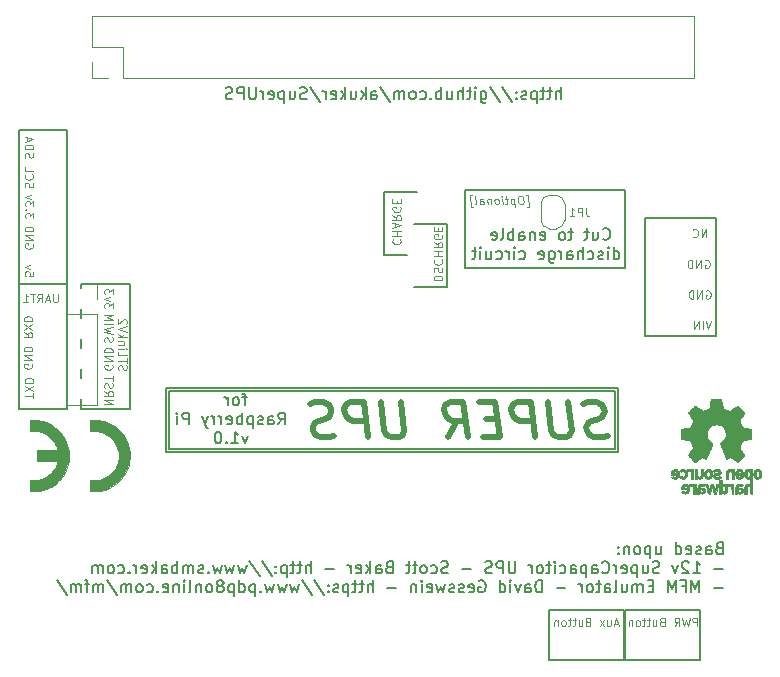
<source format=gbo>
G04 #@! TF.GenerationSoftware,KiCad,Pcbnew,(6.0.5-0)*
G04 #@! TF.CreationDate,2022-07-04T19:17:30-05:00*
G04 #@! TF.ProjectId,ras_pi_supercap_ups,7261735f-7069-45f7-9375-706572636170,rev?*
G04 #@! TF.SameCoordinates,Original*
G04 #@! TF.FileFunction,Legend,Bot*
G04 #@! TF.FilePolarity,Positive*
%FSLAX46Y46*%
G04 Gerber Fmt 4.6, Leading zero omitted, Abs format (unit mm)*
G04 Created by KiCad (PCBNEW (6.0.5-0)) date 2022-07-04 19:17:30*
%MOMM*%
%LPD*%
G01*
G04 APERTURE LIST*
G04 Aperture macros list*
%AMFreePoly0*
4,1,22,0.500000,-0.750000,0.000000,-0.750000,0.000000,-0.745033,-0.079941,-0.743568,-0.215256,-0.701293,-0.333266,-0.622738,-0.424486,-0.514219,-0.481581,-0.384460,-0.499164,-0.250000,-0.500000,-0.250000,-0.500000,0.250000,-0.499164,0.250000,-0.499963,0.256109,-0.478152,0.396186,-0.417904,0.524511,-0.324060,0.630769,-0.204165,0.706417,-0.067858,0.745374,0.000000,0.744959,0.000000,0.750000,
0.500000,0.750000,0.500000,-0.750000,0.500000,-0.750000,$1*%
%AMFreePoly1*
4,1,20,0.000000,0.744959,0.073905,0.744508,0.209726,0.703889,0.328688,0.626782,0.421226,0.519385,0.479903,0.390333,0.500000,0.250000,0.500000,-0.250000,0.499851,-0.262216,0.476331,-0.402017,0.414519,-0.529596,0.319384,-0.634700,0.198574,-0.708877,0.061801,-0.746166,0.000000,-0.745033,0.000000,-0.750000,-0.500000,-0.750000,-0.500000,0.750000,0.000000,0.750000,0.000000,0.744959,
0.000000,0.744959,$1*%
G04 Aperture macros list end*
%ADD10C,0.150000*%
%ADD11C,0.100000*%
%ADD12C,0.500000*%
%ADD13C,0.120000*%
%ADD14C,0.010000*%
%ADD15R,2.000000X2.000000*%
%ADD16C,2.000000*%
%ADD17R,1.408000X1.408000*%
%ADD18C,1.408000*%
%ADD19C,2.700000*%
%ADD20R,1.700000X1.700000*%
%ADD21O,1.700000X1.700000*%
%ADD22R,1.800000X4.400000*%
%ADD23O,1.800000X4.000000*%
%ADD24O,4.000000X1.800000*%
%ADD25FreePoly0,90.000000*%
%ADD26FreePoly1,90.000000*%
G04 APERTURE END LIST*
D10*
X63500000Y-137506000D02*
X101200000Y-137506000D01*
X101200000Y-137506000D02*
X101200000Y-132660000D01*
X101200000Y-132660000D02*
X63500000Y-132660000D01*
X63500000Y-132660000D02*
X63500000Y-137506000D01*
X56050000Y-134112000D02*
X60200000Y-134112000D01*
X60200000Y-134112000D02*
X60200000Y-123556000D01*
X60200000Y-123556000D02*
X56050000Y-123556000D01*
X56050000Y-123556000D02*
X56050000Y-134112000D01*
X81679000Y-115760000D02*
X84473000Y-115760000D01*
X63200000Y-137794000D02*
X101468000Y-137794000D01*
X101468000Y-137794000D02*
X101468000Y-132406000D01*
X101468000Y-132406000D02*
X63200000Y-132406000D01*
X63200000Y-132406000D02*
X63200000Y-137794000D01*
X84185000Y-123794000D02*
X86979000Y-123794000D01*
X102040000Y-115650000D02*
X88500000Y-115650000D01*
X88500000Y-115650000D02*
X88500000Y-122240000D01*
X88500000Y-122240000D02*
X102040000Y-122240000D01*
X102040000Y-122240000D02*
X102040000Y-115650000D01*
X81679000Y-121094000D02*
X81679000Y-115760000D01*
X86979000Y-118460000D02*
X84185000Y-118460000D01*
X54864000Y-123556000D02*
X50800000Y-123556000D01*
X50800000Y-123556000D02*
X50800000Y-134112000D01*
X50800000Y-134112000D02*
X54864000Y-134112000D01*
X54864000Y-134112000D02*
X54864000Y-123556000D01*
X83581000Y-121094000D02*
X81679000Y-121094000D01*
X103800000Y-118000000D02*
X109800000Y-118000000D01*
X109800000Y-118000000D02*
X109800000Y-128000000D01*
X109800000Y-128000000D02*
X103800000Y-128000000D01*
X103800000Y-128000000D02*
X103800000Y-118000000D01*
X86979000Y-123794000D02*
X86979000Y-118460000D01*
X50800000Y-110490000D02*
X54864000Y-110490000D01*
X54864000Y-110490000D02*
X54864000Y-123556000D01*
X54864000Y-123556000D02*
X50800000Y-123556000D01*
X50800000Y-123556000D02*
X50800000Y-110490000D01*
X102100000Y-151200000D02*
X108400000Y-151200000D01*
X108400000Y-151200000D02*
X108400000Y-155400000D01*
X108400000Y-155400000D02*
X102100000Y-155400000D01*
X102100000Y-155400000D02*
X102100000Y-151200000D01*
X95650000Y-151200000D02*
X101950000Y-151200000D01*
X101950000Y-151200000D02*
X101950000Y-155400000D01*
X101950000Y-155400000D02*
X95650000Y-155400000D01*
X95650000Y-155400000D02*
X95650000Y-151200000D01*
D11*
X57983333Y-133750000D02*
X58683333Y-133750000D01*
X57983333Y-133350000D01*
X58683333Y-133350000D01*
X57983333Y-132616666D02*
X58316666Y-132850000D01*
X57983333Y-133016666D02*
X58683333Y-133016666D01*
X58683333Y-132750000D01*
X58650000Y-132683333D01*
X58616666Y-132650000D01*
X58550000Y-132616666D01*
X58450000Y-132616666D01*
X58383333Y-132650000D01*
X58350000Y-132683333D01*
X58316666Y-132750000D01*
X58316666Y-133016666D01*
X58016666Y-132350000D02*
X57983333Y-132250000D01*
X57983333Y-132083333D01*
X58016666Y-132016666D01*
X58050000Y-131983333D01*
X58116666Y-131950000D01*
X58183333Y-131950000D01*
X58250000Y-131983333D01*
X58283333Y-132016666D01*
X58316666Y-132083333D01*
X58350000Y-132216666D01*
X58383333Y-132283333D01*
X58416666Y-132316666D01*
X58483333Y-132350000D01*
X58550000Y-132350000D01*
X58616666Y-132316666D01*
X58650000Y-132283333D01*
X58683333Y-132216666D01*
X58683333Y-132050000D01*
X58650000Y-131950000D01*
X58683333Y-131750000D02*
X58683333Y-131350000D01*
X57983333Y-131550000D02*
X58683333Y-131550000D01*
X58650000Y-130433333D02*
X58683333Y-130500000D01*
X58683333Y-130600000D01*
X58650000Y-130700000D01*
X58583333Y-130766666D01*
X58516666Y-130800000D01*
X58383333Y-130833333D01*
X58283333Y-130833333D01*
X58150000Y-130800000D01*
X58083333Y-130766666D01*
X58016666Y-130700000D01*
X57983333Y-130600000D01*
X57983333Y-130533333D01*
X58016666Y-130433333D01*
X58050000Y-130400000D01*
X58283333Y-130400000D01*
X58283333Y-130533333D01*
X57983333Y-130100000D02*
X58683333Y-130100000D01*
X57983333Y-129700000D01*
X58683333Y-129700000D01*
X57983333Y-129366666D02*
X58683333Y-129366666D01*
X58683333Y-129200000D01*
X58650000Y-129100000D01*
X58583333Y-129033333D01*
X58516666Y-129000000D01*
X58383333Y-128966666D01*
X58283333Y-128966666D01*
X58150000Y-129000000D01*
X58083333Y-129033333D01*
X58016666Y-129100000D01*
X57983333Y-129200000D01*
X57983333Y-129366666D01*
X51945333Y-122528000D02*
X51945333Y-122861333D01*
X51612000Y-122894666D01*
X51645333Y-122861333D01*
X51678666Y-122794666D01*
X51678666Y-122628000D01*
X51645333Y-122561333D01*
X51612000Y-122528000D01*
X51545333Y-122494666D01*
X51378666Y-122494666D01*
X51312000Y-122528000D01*
X51278666Y-122561333D01*
X51245333Y-122628000D01*
X51245333Y-122794666D01*
X51278666Y-122861333D01*
X51312000Y-122894666D01*
X51712000Y-122261333D02*
X51245333Y-122094666D01*
X51712000Y-121928000D01*
X51912000Y-120167333D02*
X51945333Y-120234000D01*
X51945333Y-120334000D01*
X51912000Y-120434000D01*
X51845333Y-120500666D01*
X51778666Y-120534000D01*
X51645333Y-120567333D01*
X51545333Y-120567333D01*
X51412000Y-120534000D01*
X51345333Y-120500666D01*
X51278666Y-120434000D01*
X51245333Y-120334000D01*
X51245333Y-120267333D01*
X51278666Y-120167333D01*
X51312000Y-120134000D01*
X51545333Y-120134000D01*
X51545333Y-120267333D01*
X51245333Y-119834000D02*
X51945333Y-119834000D01*
X51245333Y-119434000D01*
X51945333Y-119434000D01*
X51245333Y-119100666D02*
X51945333Y-119100666D01*
X51945333Y-118934000D01*
X51912000Y-118834000D01*
X51845333Y-118767333D01*
X51778666Y-118734000D01*
X51645333Y-118700666D01*
X51545333Y-118700666D01*
X51412000Y-118734000D01*
X51345333Y-118767333D01*
X51278666Y-118834000D01*
X51245333Y-118934000D01*
X51245333Y-119100666D01*
X108950000Y-119616666D02*
X108950000Y-118916666D01*
X108550000Y-119616666D01*
X108550000Y-118916666D01*
X107816666Y-119550000D02*
X107850000Y-119583333D01*
X107950000Y-119616666D01*
X108016666Y-119616666D01*
X108116666Y-119583333D01*
X108183333Y-119516666D01*
X108216666Y-119450000D01*
X108250000Y-119316666D01*
X108250000Y-119216666D01*
X108216666Y-119083333D01*
X108183333Y-119016666D01*
X108116666Y-118950000D01*
X108016666Y-118916666D01*
X107950000Y-118916666D01*
X107850000Y-118950000D01*
X107816666Y-118983333D01*
X82445000Y-119766666D02*
X82411666Y-119800000D01*
X82378333Y-119900000D01*
X82378333Y-119966666D01*
X82411666Y-120066666D01*
X82478333Y-120133333D01*
X82545000Y-120166666D01*
X82678333Y-120200000D01*
X82778333Y-120200000D01*
X82911666Y-120166666D01*
X82978333Y-120133333D01*
X83045000Y-120066666D01*
X83078333Y-119966666D01*
X83078333Y-119900000D01*
X83045000Y-119800000D01*
X83011666Y-119766666D01*
X82378333Y-119466666D02*
X83078333Y-119466666D01*
X82745000Y-119466666D02*
X82745000Y-119066666D01*
X82378333Y-119066666D02*
X83078333Y-119066666D01*
X82578333Y-118766666D02*
X82578333Y-118433333D01*
X82378333Y-118833333D02*
X83078333Y-118600000D01*
X82378333Y-118366666D01*
X82378333Y-117733333D02*
X82711666Y-117966666D01*
X82378333Y-118133333D02*
X83078333Y-118133333D01*
X83078333Y-117866666D01*
X83045000Y-117800000D01*
X83011666Y-117766666D01*
X82945000Y-117733333D01*
X82845000Y-117733333D01*
X82778333Y-117766666D01*
X82745000Y-117800000D01*
X82711666Y-117866666D01*
X82711666Y-118133333D01*
X83045000Y-117066666D02*
X83078333Y-117133333D01*
X83078333Y-117233333D01*
X83045000Y-117333333D01*
X82978333Y-117400000D01*
X82911666Y-117433333D01*
X82778333Y-117466666D01*
X82678333Y-117466666D01*
X82545000Y-117433333D01*
X82478333Y-117400000D01*
X82411666Y-117333333D01*
X82378333Y-117233333D01*
X82378333Y-117166666D01*
X82411666Y-117066666D01*
X82445000Y-117033333D01*
X82678333Y-117033333D01*
X82678333Y-117166666D01*
X82745000Y-116733333D02*
X82745000Y-116500000D01*
X82378333Y-116400000D02*
X82378333Y-116733333D01*
X83078333Y-116733333D01*
X83078333Y-116400000D01*
X51850000Y-130333333D02*
X51883333Y-130400000D01*
X51883333Y-130500000D01*
X51850000Y-130600000D01*
X51783333Y-130666666D01*
X51716666Y-130700000D01*
X51583333Y-130733333D01*
X51483333Y-130733333D01*
X51350000Y-130700000D01*
X51283333Y-130666666D01*
X51216666Y-130600000D01*
X51183333Y-130500000D01*
X51183333Y-130433333D01*
X51216666Y-130333333D01*
X51250000Y-130300000D01*
X51483333Y-130300000D01*
X51483333Y-130433333D01*
X51183333Y-130000000D02*
X51883333Y-130000000D01*
X51183333Y-129600000D01*
X51883333Y-129600000D01*
X51183333Y-129266666D02*
X51883333Y-129266666D01*
X51883333Y-129100000D01*
X51850000Y-129000000D01*
X51783333Y-128933333D01*
X51716666Y-128900000D01*
X51583333Y-128866666D01*
X51483333Y-128866666D01*
X51350000Y-128900000D01*
X51283333Y-128933333D01*
X51216666Y-129000000D01*
X51183333Y-129100000D01*
X51183333Y-129266666D01*
X58683333Y-125633333D02*
X58683333Y-125200000D01*
X58416666Y-125433333D01*
X58416666Y-125333333D01*
X58383333Y-125266666D01*
X58350000Y-125233333D01*
X58283333Y-125200000D01*
X58116666Y-125200000D01*
X58050000Y-125233333D01*
X58016666Y-125266666D01*
X57983333Y-125333333D01*
X57983333Y-125533333D01*
X58016666Y-125600000D01*
X58050000Y-125633333D01*
X58450000Y-124966666D02*
X57983333Y-124800000D01*
X58450000Y-124633333D01*
X58683333Y-124433333D02*
X58683333Y-124000000D01*
X58416666Y-124233333D01*
X58416666Y-124133333D01*
X58383333Y-124066666D01*
X58350000Y-124033333D01*
X58283333Y-124000000D01*
X58116666Y-124000000D01*
X58050000Y-124033333D01*
X58016666Y-124066666D01*
X57983333Y-124133333D01*
X57983333Y-124333333D01*
X58016666Y-124400000D01*
X58050000Y-124433333D01*
X108833333Y-121550000D02*
X108900000Y-121516666D01*
X109000000Y-121516666D01*
X109100000Y-121550000D01*
X109166666Y-121616666D01*
X109200000Y-121683333D01*
X109233333Y-121816666D01*
X109233333Y-121916666D01*
X109200000Y-122050000D01*
X109166666Y-122116666D01*
X109100000Y-122183333D01*
X109000000Y-122216666D01*
X108933333Y-122216666D01*
X108833333Y-122183333D01*
X108800000Y-122150000D01*
X108800000Y-121916666D01*
X108933333Y-121916666D01*
X108500000Y-122216666D02*
X108500000Y-121516666D01*
X108100000Y-122216666D01*
X108100000Y-121516666D01*
X107766666Y-122216666D02*
X107766666Y-121516666D01*
X107600000Y-121516666D01*
X107500000Y-121550000D01*
X107433333Y-121616666D01*
X107400000Y-121683333D01*
X107366666Y-121816666D01*
X107366666Y-121916666D01*
X107400000Y-122050000D01*
X107433333Y-122116666D01*
X107500000Y-122183333D01*
X107600000Y-122216666D01*
X107766666Y-122216666D01*
X85900333Y-123250000D02*
X86600333Y-123250000D01*
X86600333Y-123083333D01*
X86567000Y-122983333D01*
X86500333Y-122916666D01*
X86433666Y-122883333D01*
X86300333Y-122850000D01*
X86200333Y-122850000D01*
X86067000Y-122883333D01*
X86000333Y-122916666D01*
X85933666Y-122983333D01*
X85900333Y-123083333D01*
X85900333Y-123250000D01*
X85933666Y-122583333D02*
X85900333Y-122483333D01*
X85900333Y-122316666D01*
X85933666Y-122250000D01*
X85967000Y-122216666D01*
X86033666Y-122183333D01*
X86100333Y-122183333D01*
X86167000Y-122216666D01*
X86200333Y-122250000D01*
X86233666Y-122316666D01*
X86267000Y-122450000D01*
X86300333Y-122516666D01*
X86333666Y-122550000D01*
X86400333Y-122583333D01*
X86467000Y-122583333D01*
X86533666Y-122550000D01*
X86567000Y-122516666D01*
X86600333Y-122450000D01*
X86600333Y-122283333D01*
X86567000Y-122183333D01*
X85967000Y-121483333D02*
X85933666Y-121516666D01*
X85900333Y-121616666D01*
X85900333Y-121683333D01*
X85933666Y-121783333D01*
X86000333Y-121850000D01*
X86067000Y-121883333D01*
X86200333Y-121916666D01*
X86300333Y-121916666D01*
X86433666Y-121883333D01*
X86500333Y-121850000D01*
X86567000Y-121783333D01*
X86600333Y-121683333D01*
X86600333Y-121616666D01*
X86567000Y-121516666D01*
X86533666Y-121483333D01*
X85900333Y-121183333D02*
X86600333Y-121183333D01*
X86267000Y-121183333D02*
X86267000Y-120783333D01*
X85900333Y-120783333D02*
X86600333Y-120783333D01*
X85900333Y-120050000D02*
X86233666Y-120283333D01*
X85900333Y-120450000D02*
X86600333Y-120450000D01*
X86600333Y-120183333D01*
X86567000Y-120116666D01*
X86533666Y-120083333D01*
X86467000Y-120050000D01*
X86367000Y-120050000D01*
X86300333Y-120083333D01*
X86267000Y-120116666D01*
X86233666Y-120183333D01*
X86233666Y-120450000D01*
X86567000Y-119383333D02*
X86600333Y-119450000D01*
X86600333Y-119550000D01*
X86567000Y-119650000D01*
X86500333Y-119716666D01*
X86433666Y-119750000D01*
X86300333Y-119783333D01*
X86200333Y-119783333D01*
X86067000Y-119750000D01*
X86000333Y-119716666D01*
X85933666Y-119650000D01*
X85900333Y-119550000D01*
X85900333Y-119483333D01*
X85933666Y-119383333D01*
X85967000Y-119350000D01*
X86200333Y-119350000D01*
X86200333Y-119483333D01*
X86267000Y-119050000D02*
X86267000Y-118816666D01*
X85900333Y-118716666D02*
X85900333Y-119050000D01*
X86600333Y-119050000D01*
X86600333Y-118716666D01*
D12*
X100594732Y-136414285D02*
X100184017Y-136557142D01*
X99469732Y-136557142D01*
X99166160Y-136414285D01*
X99005446Y-136271428D01*
X98826875Y-135985714D01*
X98791160Y-135700000D01*
X98898303Y-135414285D01*
X99023303Y-135271428D01*
X99291160Y-135128571D01*
X99844732Y-134985714D01*
X100112589Y-134842857D01*
X100237589Y-134700000D01*
X100344732Y-134414285D01*
X100309017Y-134128571D01*
X100130446Y-133842857D01*
X99969732Y-133700000D01*
X99666160Y-133557142D01*
X98951875Y-133557142D01*
X98541160Y-133700000D01*
X97237589Y-133557142D02*
X97541160Y-135985714D01*
X97434017Y-136271428D01*
X97309017Y-136414285D01*
X97041160Y-136557142D01*
X96469732Y-136557142D01*
X96166160Y-136414285D01*
X96005446Y-136271428D01*
X95826875Y-135985714D01*
X95523303Y-133557142D01*
X94469732Y-136557142D02*
X94094732Y-133557142D01*
X92951875Y-133557142D01*
X92684017Y-133700000D01*
X92559017Y-133842857D01*
X92451875Y-134128571D01*
X92505446Y-134557142D01*
X92684017Y-134842857D01*
X92844732Y-134985714D01*
X93148303Y-135128571D01*
X94291160Y-135128571D01*
X91273303Y-134985714D02*
X90273303Y-134985714D01*
X90041160Y-136557142D02*
X91469732Y-136557142D01*
X91094732Y-133557142D01*
X89666160Y-133557142D01*
X87041160Y-136557142D02*
X87862589Y-135128571D01*
X88755446Y-136557142D02*
X88380446Y-133557142D01*
X87237589Y-133557142D01*
X86969732Y-133700000D01*
X86844732Y-133842857D01*
X86737589Y-134128571D01*
X86791160Y-134557142D01*
X86969732Y-134842857D01*
X87130446Y-134985714D01*
X87434017Y-135128571D01*
X88576875Y-135128571D01*
X83094732Y-133557142D02*
X83398303Y-135985714D01*
X83291160Y-136271428D01*
X83166160Y-136414285D01*
X82898303Y-136557142D01*
X82326875Y-136557142D01*
X82023303Y-136414285D01*
X81862589Y-136271428D01*
X81684017Y-135985714D01*
X81380446Y-133557142D01*
X80326875Y-136557142D02*
X79951875Y-133557142D01*
X78809017Y-133557142D01*
X78541160Y-133700000D01*
X78416160Y-133842857D01*
X78309017Y-134128571D01*
X78362589Y-134557142D01*
X78541160Y-134842857D01*
X78701875Y-134985714D01*
X79005446Y-135128571D01*
X80148303Y-135128571D01*
X77451875Y-136414285D02*
X77041160Y-136557142D01*
X76326875Y-136557142D01*
X76023303Y-136414285D01*
X75862589Y-136271428D01*
X75684017Y-135985714D01*
X75648303Y-135700000D01*
X75755446Y-135414285D01*
X75880446Y-135271428D01*
X76148303Y-135128571D01*
X76701875Y-134985714D01*
X76969732Y-134842857D01*
X77094732Y-134700000D01*
X77201875Y-134414285D01*
X77166160Y-134128571D01*
X76987589Y-133842857D01*
X76826875Y-133700000D01*
X76523303Y-133557142D01*
X75809017Y-133557142D01*
X75398303Y-133700000D01*
D10*
X110031071Y-145923571D02*
X109888214Y-145971190D01*
X109840595Y-146018809D01*
X109792976Y-146114047D01*
X109792976Y-146256904D01*
X109840595Y-146352142D01*
X109888214Y-146399761D01*
X109983452Y-146447380D01*
X110364404Y-146447380D01*
X110364404Y-145447380D01*
X110031071Y-145447380D01*
X109935833Y-145495000D01*
X109888214Y-145542619D01*
X109840595Y-145637857D01*
X109840595Y-145733095D01*
X109888214Y-145828333D01*
X109935833Y-145875952D01*
X110031071Y-145923571D01*
X110364404Y-145923571D01*
X108935833Y-146447380D02*
X108935833Y-145923571D01*
X108983452Y-145828333D01*
X109078690Y-145780714D01*
X109269166Y-145780714D01*
X109364404Y-145828333D01*
X108935833Y-146399761D02*
X109031071Y-146447380D01*
X109269166Y-146447380D01*
X109364404Y-146399761D01*
X109412023Y-146304523D01*
X109412023Y-146209285D01*
X109364404Y-146114047D01*
X109269166Y-146066428D01*
X109031071Y-146066428D01*
X108935833Y-146018809D01*
X108507261Y-146399761D02*
X108412023Y-146447380D01*
X108221547Y-146447380D01*
X108126309Y-146399761D01*
X108078690Y-146304523D01*
X108078690Y-146256904D01*
X108126309Y-146161666D01*
X108221547Y-146114047D01*
X108364404Y-146114047D01*
X108459642Y-146066428D01*
X108507261Y-145971190D01*
X108507261Y-145923571D01*
X108459642Y-145828333D01*
X108364404Y-145780714D01*
X108221547Y-145780714D01*
X108126309Y-145828333D01*
X107269166Y-146399761D02*
X107364404Y-146447380D01*
X107554880Y-146447380D01*
X107650119Y-146399761D01*
X107697738Y-146304523D01*
X107697738Y-145923571D01*
X107650119Y-145828333D01*
X107554880Y-145780714D01*
X107364404Y-145780714D01*
X107269166Y-145828333D01*
X107221547Y-145923571D01*
X107221547Y-146018809D01*
X107697738Y-146114047D01*
X106364404Y-146447380D02*
X106364404Y-145447380D01*
X106364404Y-146399761D02*
X106459642Y-146447380D01*
X106650119Y-146447380D01*
X106745357Y-146399761D01*
X106792976Y-146352142D01*
X106840595Y-146256904D01*
X106840595Y-145971190D01*
X106792976Y-145875952D01*
X106745357Y-145828333D01*
X106650119Y-145780714D01*
X106459642Y-145780714D01*
X106364404Y-145828333D01*
X104697738Y-145780714D02*
X104697738Y-146447380D01*
X105126309Y-145780714D02*
X105126309Y-146304523D01*
X105078690Y-146399761D01*
X104983452Y-146447380D01*
X104840595Y-146447380D01*
X104745357Y-146399761D01*
X104697738Y-146352142D01*
X104221547Y-145780714D02*
X104221547Y-146780714D01*
X104221547Y-145828333D02*
X104126309Y-145780714D01*
X103935833Y-145780714D01*
X103840595Y-145828333D01*
X103792976Y-145875952D01*
X103745357Y-145971190D01*
X103745357Y-146256904D01*
X103792976Y-146352142D01*
X103840595Y-146399761D01*
X103935833Y-146447380D01*
X104126309Y-146447380D01*
X104221547Y-146399761D01*
X103173928Y-146447380D02*
X103269166Y-146399761D01*
X103316785Y-146352142D01*
X103364404Y-146256904D01*
X103364404Y-145971190D01*
X103316785Y-145875952D01*
X103269166Y-145828333D01*
X103173928Y-145780714D01*
X103031071Y-145780714D01*
X102935833Y-145828333D01*
X102888214Y-145875952D01*
X102840595Y-145971190D01*
X102840595Y-146256904D01*
X102888214Y-146352142D01*
X102935833Y-146399761D01*
X103031071Y-146447380D01*
X103173928Y-146447380D01*
X102412023Y-145780714D02*
X102412023Y-146447380D01*
X102412023Y-145875952D02*
X102364404Y-145828333D01*
X102269166Y-145780714D01*
X102126309Y-145780714D01*
X102031071Y-145828333D01*
X101983452Y-145923571D01*
X101983452Y-146447380D01*
X101507261Y-146352142D02*
X101459642Y-146399761D01*
X101507261Y-146447380D01*
X101554880Y-146399761D01*
X101507261Y-146352142D01*
X101507261Y-146447380D01*
X101507261Y-145828333D02*
X101459642Y-145875952D01*
X101507261Y-145923571D01*
X101554880Y-145875952D01*
X101507261Y-145828333D01*
X101507261Y-145923571D01*
X110364404Y-147676428D02*
X109602500Y-147676428D01*
X107840595Y-148057380D02*
X108412023Y-148057380D01*
X108126309Y-148057380D02*
X108126309Y-147057380D01*
X108221547Y-147200238D01*
X108316785Y-147295476D01*
X108412023Y-147343095D01*
X107459642Y-147152619D02*
X107412023Y-147105000D01*
X107316785Y-147057380D01*
X107078690Y-147057380D01*
X106983452Y-147105000D01*
X106935833Y-147152619D01*
X106888214Y-147247857D01*
X106888214Y-147343095D01*
X106935833Y-147485952D01*
X107507261Y-148057380D01*
X106888214Y-148057380D01*
X106554880Y-147390714D02*
X106316785Y-148057380D01*
X106078690Y-147390714D01*
X104983452Y-148009761D02*
X104840595Y-148057380D01*
X104602500Y-148057380D01*
X104507261Y-148009761D01*
X104459642Y-147962142D01*
X104412023Y-147866904D01*
X104412023Y-147771666D01*
X104459642Y-147676428D01*
X104507261Y-147628809D01*
X104602500Y-147581190D01*
X104792976Y-147533571D01*
X104888214Y-147485952D01*
X104935833Y-147438333D01*
X104983452Y-147343095D01*
X104983452Y-147247857D01*
X104935833Y-147152619D01*
X104888214Y-147105000D01*
X104792976Y-147057380D01*
X104554880Y-147057380D01*
X104412023Y-147105000D01*
X103554880Y-147390714D02*
X103554880Y-148057380D01*
X103983452Y-147390714D02*
X103983452Y-147914523D01*
X103935833Y-148009761D01*
X103840595Y-148057380D01*
X103697738Y-148057380D01*
X103602500Y-148009761D01*
X103554880Y-147962142D01*
X103078690Y-147390714D02*
X103078690Y-148390714D01*
X103078690Y-147438333D02*
X102983452Y-147390714D01*
X102792976Y-147390714D01*
X102697738Y-147438333D01*
X102650119Y-147485952D01*
X102602500Y-147581190D01*
X102602500Y-147866904D01*
X102650119Y-147962142D01*
X102697738Y-148009761D01*
X102792976Y-148057380D01*
X102983452Y-148057380D01*
X103078690Y-148009761D01*
X101792976Y-148009761D02*
X101888214Y-148057380D01*
X102078690Y-148057380D01*
X102173928Y-148009761D01*
X102221547Y-147914523D01*
X102221547Y-147533571D01*
X102173928Y-147438333D01*
X102078690Y-147390714D01*
X101888214Y-147390714D01*
X101792976Y-147438333D01*
X101745357Y-147533571D01*
X101745357Y-147628809D01*
X102221547Y-147724047D01*
X101316785Y-148057380D02*
X101316785Y-147390714D01*
X101316785Y-147581190D02*
X101269166Y-147485952D01*
X101221547Y-147438333D01*
X101126309Y-147390714D01*
X101031071Y-147390714D01*
X100126309Y-147962142D02*
X100173928Y-148009761D01*
X100316785Y-148057380D01*
X100412023Y-148057380D01*
X100554880Y-148009761D01*
X100650119Y-147914523D01*
X100697738Y-147819285D01*
X100745357Y-147628809D01*
X100745357Y-147485952D01*
X100697738Y-147295476D01*
X100650119Y-147200238D01*
X100554880Y-147105000D01*
X100412023Y-147057380D01*
X100316785Y-147057380D01*
X100173928Y-147105000D01*
X100126309Y-147152619D01*
X99269166Y-148057380D02*
X99269166Y-147533571D01*
X99316785Y-147438333D01*
X99412023Y-147390714D01*
X99602500Y-147390714D01*
X99697738Y-147438333D01*
X99269166Y-148009761D02*
X99364404Y-148057380D01*
X99602500Y-148057380D01*
X99697738Y-148009761D01*
X99745357Y-147914523D01*
X99745357Y-147819285D01*
X99697738Y-147724047D01*
X99602500Y-147676428D01*
X99364404Y-147676428D01*
X99269166Y-147628809D01*
X98792976Y-147390714D02*
X98792976Y-148390714D01*
X98792976Y-147438333D02*
X98697738Y-147390714D01*
X98507261Y-147390714D01*
X98412023Y-147438333D01*
X98364404Y-147485952D01*
X98316785Y-147581190D01*
X98316785Y-147866904D01*
X98364404Y-147962142D01*
X98412023Y-148009761D01*
X98507261Y-148057380D01*
X98697738Y-148057380D01*
X98792976Y-148009761D01*
X97459642Y-148057380D02*
X97459642Y-147533571D01*
X97507261Y-147438333D01*
X97602500Y-147390714D01*
X97792976Y-147390714D01*
X97888214Y-147438333D01*
X97459642Y-148009761D02*
X97554880Y-148057380D01*
X97792976Y-148057380D01*
X97888214Y-148009761D01*
X97935833Y-147914523D01*
X97935833Y-147819285D01*
X97888214Y-147724047D01*
X97792976Y-147676428D01*
X97554880Y-147676428D01*
X97459642Y-147628809D01*
X96554880Y-148009761D02*
X96650119Y-148057380D01*
X96840595Y-148057380D01*
X96935833Y-148009761D01*
X96983452Y-147962142D01*
X97031071Y-147866904D01*
X97031071Y-147581190D01*
X96983452Y-147485952D01*
X96935833Y-147438333D01*
X96840595Y-147390714D01*
X96650119Y-147390714D01*
X96554880Y-147438333D01*
X96126309Y-148057380D02*
X96126309Y-147390714D01*
X96126309Y-147057380D02*
X96173928Y-147105000D01*
X96126309Y-147152619D01*
X96078690Y-147105000D01*
X96126309Y-147057380D01*
X96126309Y-147152619D01*
X95792976Y-147390714D02*
X95412023Y-147390714D01*
X95650119Y-147057380D02*
X95650119Y-147914523D01*
X95602500Y-148009761D01*
X95507261Y-148057380D01*
X95412023Y-148057380D01*
X94935833Y-148057380D02*
X95031071Y-148009761D01*
X95078690Y-147962142D01*
X95126309Y-147866904D01*
X95126309Y-147581190D01*
X95078690Y-147485952D01*
X95031071Y-147438333D01*
X94935833Y-147390714D01*
X94792976Y-147390714D01*
X94697738Y-147438333D01*
X94650119Y-147485952D01*
X94602500Y-147581190D01*
X94602500Y-147866904D01*
X94650119Y-147962142D01*
X94697738Y-148009761D01*
X94792976Y-148057380D01*
X94935833Y-148057380D01*
X94173928Y-148057380D02*
X94173928Y-147390714D01*
X94173928Y-147581190D02*
X94126309Y-147485952D01*
X94078690Y-147438333D01*
X93983452Y-147390714D01*
X93888214Y-147390714D01*
X92792976Y-147057380D02*
X92792976Y-147866904D01*
X92745357Y-147962142D01*
X92697738Y-148009761D01*
X92602500Y-148057380D01*
X92412023Y-148057380D01*
X92316785Y-148009761D01*
X92269166Y-147962142D01*
X92221547Y-147866904D01*
X92221547Y-147057380D01*
X91745357Y-148057380D02*
X91745357Y-147057380D01*
X91364404Y-147057380D01*
X91269166Y-147105000D01*
X91221547Y-147152619D01*
X91173928Y-147247857D01*
X91173928Y-147390714D01*
X91221547Y-147485952D01*
X91269166Y-147533571D01*
X91364404Y-147581190D01*
X91745357Y-147581190D01*
X90792976Y-148009761D02*
X90650119Y-148057380D01*
X90412023Y-148057380D01*
X90316785Y-148009761D01*
X90269166Y-147962142D01*
X90221547Y-147866904D01*
X90221547Y-147771666D01*
X90269166Y-147676428D01*
X90316785Y-147628809D01*
X90412023Y-147581190D01*
X90602500Y-147533571D01*
X90697738Y-147485952D01*
X90745357Y-147438333D01*
X90792976Y-147343095D01*
X90792976Y-147247857D01*
X90745357Y-147152619D01*
X90697738Y-147105000D01*
X90602500Y-147057380D01*
X90364404Y-147057380D01*
X90221547Y-147105000D01*
X89031071Y-147676428D02*
X88269166Y-147676428D01*
X87078690Y-148009761D02*
X86935833Y-148057380D01*
X86697738Y-148057380D01*
X86602500Y-148009761D01*
X86554880Y-147962142D01*
X86507261Y-147866904D01*
X86507261Y-147771666D01*
X86554880Y-147676428D01*
X86602500Y-147628809D01*
X86697738Y-147581190D01*
X86888214Y-147533571D01*
X86983452Y-147485952D01*
X87031071Y-147438333D01*
X87078690Y-147343095D01*
X87078690Y-147247857D01*
X87031071Y-147152619D01*
X86983452Y-147105000D01*
X86888214Y-147057380D01*
X86650119Y-147057380D01*
X86507261Y-147105000D01*
X85650119Y-148009761D02*
X85745357Y-148057380D01*
X85935833Y-148057380D01*
X86031071Y-148009761D01*
X86078690Y-147962142D01*
X86126309Y-147866904D01*
X86126309Y-147581190D01*
X86078690Y-147485952D01*
X86031071Y-147438333D01*
X85935833Y-147390714D01*
X85745357Y-147390714D01*
X85650119Y-147438333D01*
X85078690Y-148057380D02*
X85173928Y-148009761D01*
X85221547Y-147962142D01*
X85269166Y-147866904D01*
X85269166Y-147581190D01*
X85221547Y-147485952D01*
X85173928Y-147438333D01*
X85078690Y-147390714D01*
X84935833Y-147390714D01*
X84840595Y-147438333D01*
X84792976Y-147485952D01*
X84745357Y-147581190D01*
X84745357Y-147866904D01*
X84792976Y-147962142D01*
X84840595Y-148009761D01*
X84935833Y-148057380D01*
X85078690Y-148057380D01*
X84459642Y-147390714D02*
X84078690Y-147390714D01*
X84316785Y-147057380D02*
X84316785Y-147914523D01*
X84269166Y-148009761D01*
X84173928Y-148057380D01*
X84078690Y-148057380D01*
X83888214Y-147390714D02*
X83507261Y-147390714D01*
X83745357Y-147057380D02*
X83745357Y-147914523D01*
X83697738Y-148009761D01*
X83602500Y-148057380D01*
X83507261Y-148057380D01*
X82078690Y-147533571D02*
X81935833Y-147581190D01*
X81888214Y-147628809D01*
X81840595Y-147724047D01*
X81840595Y-147866904D01*
X81888214Y-147962142D01*
X81935833Y-148009761D01*
X82031071Y-148057380D01*
X82412023Y-148057380D01*
X82412023Y-147057380D01*
X82078690Y-147057380D01*
X81983452Y-147105000D01*
X81935833Y-147152619D01*
X81888214Y-147247857D01*
X81888214Y-147343095D01*
X81935833Y-147438333D01*
X81983452Y-147485952D01*
X82078690Y-147533571D01*
X82412023Y-147533571D01*
X80983452Y-148057380D02*
X80983452Y-147533571D01*
X81031071Y-147438333D01*
X81126309Y-147390714D01*
X81316785Y-147390714D01*
X81412023Y-147438333D01*
X80983452Y-148009761D02*
X81078690Y-148057380D01*
X81316785Y-148057380D01*
X81412023Y-148009761D01*
X81459642Y-147914523D01*
X81459642Y-147819285D01*
X81412023Y-147724047D01*
X81316785Y-147676428D01*
X81078690Y-147676428D01*
X80983452Y-147628809D01*
X80507261Y-148057380D02*
X80507261Y-147057380D01*
X80412023Y-147676428D02*
X80126309Y-148057380D01*
X80126309Y-147390714D02*
X80507261Y-147771666D01*
X79316785Y-148009761D02*
X79412023Y-148057380D01*
X79602500Y-148057380D01*
X79697738Y-148009761D01*
X79745357Y-147914523D01*
X79745357Y-147533571D01*
X79697738Y-147438333D01*
X79602500Y-147390714D01*
X79412023Y-147390714D01*
X79316785Y-147438333D01*
X79269166Y-147533571D01*
X79269166Y-147628809D01*
X79745357Y-147724047D01*
X78840595Y-148057380D02*
X78840595Y-147390714D01*
X78840595Y-147581190D02*
X78792976Y-147485952D01*
X78745357Y-147438333D01*
X78650119Y-147390714D01*
X78554880Y-147390714D01*
X77459642Y-147676428D02*
X76697738Y-147676428D01*
X75459642Y-148057380D02*
X75459642Y-147057380D01*
X75031071Y-148057380D02*
X75031071Y-147533571D01*
X75078690Y-147438333D01*
X75173928Y-147390714D01*
X75316785Y-147390714D01*
X75412023Y-147438333D01*
X75459642Y-147485952D01*
X74697738Y-147390714D02*
X74316785Y-147390714D01*
X74554880Y-147057380D02*
X74554880Y-147914523D01*
X74507261Y-148009761D01*
X74412023Y-148057380D01*
X74316785Y-148057380D01*
X74126309Y-147390714D02*
X73745357Y-147390714D01*
X73983452Y-147057380D02*
X73983452Y-147914523D01*
X73935833Y-148009761D01*
X73840595Y-148057380D01*
X73745357Y-148057380D01*
X73412023Y-147390714D02*
X73412023Y-148390714D01*
X73412023Y-147438333D02*
X73316785Y-147390714D01*
X73126309Y-147390714D01*
X73031071Y-147438333D01*
X72983452Y-147485952D01*
X72935833Y-147581190D01*
X72935833Y-147866904D01*
X72983452Y-147962142D01*
X73031071Y-148009761D01*
X73126309Y-148057380D01*
X73316785Y-148057380D01*
X73412023Y-148009761D01*
X72507261Y-147962142D02*
X72459642Y-148009761D01*
X72507261Y-148057380D01*
X72554880Y-148009761D01*
X72507261Y-147962142D01*
X72507261Y-148057380D01*
X72507261Y-147438333D02*
X72459642Y-147485952D01*
X72507261Y-147533571D01*
X72554880Y-147485952D01*
X72507261Y-147438333D01*
X72507261Y-147533571D01*
X71316785Y-147009761D02*
X72173928Y-148295476D01*
X70269166Y-147009761D02*
X71126309Y-148295476D01*
X70031071Y-147390714D02*
X69840595Y-148057380D01*
X69650119Y-147581190D01*
X69459642Y-148057380D01*
X69269166Y-147390714D01*
X68983452Y-147390714D02*
X68792976Y-148057380D01*
X68602500Y-147581190D01*
X68412023Y-148057380D01*
X68221547Y-147390714D01*
X67935833Y-147390714D02*
X67745357Y-148057380D01*
X67554880Y-147581190D01*
X67364404Y-148057380D01*
X67173928Y-147390714D01*
X66792976Y-147962142D02*
X66745357Y-148009761D01*
X66792976Y-148057380D01*
X66840595Y-148009761D01*
X66792976Y-147962142D01*
X66792976Y-148057380D01*
X66364404Y-148009761D02*
X66269166Y-148057380D01*
X66078690Y-148057380D01*
X65983452Y-148009761D01*
X65935833Y-147914523D01*
X65935833Y-147866904D01*
X65983452Y-147771666D01*
X66078690Y-147724047D01*
X66221547Y-147724047D01*
X66316785Y-147676428D01*
X66364404Y-147581190D01*
X66364404Y-147533571D01*
X66316785Y-147438333D01*
X66221547Y-147390714D01*
X66078690Y-147390714D01*
X65983452Y-147438333D01*
X65507261Y-148057380D02*
X65507261Y-147390714D01*
X65507261Y-147485952D02*
X65459642Y-147438333D01*
X65364404Y-147390714D01*
X65221547Y-147390714D01*
X65126309Y-147438333D01*
X65078690Y-147533571D01*
X65078690Y-148057380D01*
X65078690Y-147533571D02*
X65031071Y-147438333D01*
X64935833Y-147390714D01*
X64792976Y-147390714D01*
X64697738Y-147438333D01*
X64650119Y-147533571D01*
X64650119Y-148057380D01*
X64173928Y-148057380D02*
X64173928Y-147057380D01*
X64173928Y-147438333D02*
X64078690Y-147390714D01*
X63888214Y-147390714D01*
X63792976Y-147438333D01*
X63745357Y-147485952D01*
X63697738Y-147581190D01*
X63697738Y-147866904D01*
X63745357Y-147962142D01*
X63792976Y-148009761D01*
X63888214Y-148057380D01*
X64078690Y-148057380D01*
X64173928Y-148009761D01*
X62840595Y-148057380D02*
X62840595Y-147533571D01*
X62888214Y-147438333D01*
X62983452Y-147390714D01*
X63173928Y-147390714D01*
X63269166Y-147438333D01*
X62840595Y-148009761D02*
X62935833Y-148057380D01*
X63173928Y-148057380D01*
X63269166Y-148009761D01*
X63316785Y-147914523D01*
X63316785Y-147819285D01*
X63269166Y-147724047D01*
X63173928Y-147676428D01*
X62935833Y-147676428D01*
X62840595Y-147628809D01*
X62364404Y-148057380D02*
X62364404Y-147057380D01*
X62269166Y-147676428D02*
X61983452Y-148057380D01*
X61983452Y-147390714D02*
X62364404Y-147771666D01*
X61173928Y-148009761D02*
X61269166Y-148057380D01*
X61459642Y-148057380D01*
X61554880Y-148009761D01*
X61602500Y-147914523D01*
X61602500Y-147533571D01*
X61554880Y-147438333D01*
X61459642Y-147390714D01*
X61269166Y-147390714D01*
X61173928Y-147438333D01*
X61126309Y-147533571D01*
X61126309Y-147628809D01*
X61602500Y-147724047D01*
X60697738Y-148057380D02*
X60697738Y-147390714D01*
X60697738Y-147581190D02*
X60650119Y-147485952D01*
X60602500Y-147438333D01*
X60507261Y-147390714D01*
X60412023Y-147390714D01*
X60078690Y-147962142D02*
X60031071Y-148009761D01*
X60078690Y-148057380D01*
X60126309Y-148009761D01*
X60078690Y-147962142D01*
X60078690Y-148057380D01*
X59173928Y-148009761D02*
X59269166Y-148057380D01*
X59459642Y-148057380D01*
X59554880Y-148009761D01*
X59602500Y-147962142D01*
X59650119Y-147866904D01*
X59650119Y-147581190D01*
X59602500Y-147485952D01*
X59554880Y-147438333D01*
X59459642Y-147390714D01*
X59269166Y-147390714D01*
X59173928Y-147438333D01*
X58602500Y-148057380D02*
X58697738Y-148009761D01*
X58745357Y-147962142D01*
X58792976Y-147866904D01*
X58792976Y-147581190D01*
X58745357Y-147485952D01*
X58697738Y-147438333D01*
X58602500Y-147390714D01*
X58459642Y-147390714D01*
X58364404Y-147438333D01*
X58316785Y-147485952D01*
X58269166Y-147581190D01*
X58269166Y-147866904D01*
X58316785Y-147962142D01*
X58364404Y-148009761D01*
X58459642Y-148057380D01*
X58602500Y-148057380D01*
X57840595Y-148057380D02*
X57840595Y-147390714D01*
X57840595Y-147485952D02*
X57792976Y-147438333D01*
X57697738Y-147390714D01*
X57554880Y-147390714D01*
X57459642Y-147438333D01*
X57412023Y-147533571D01*
X57412023Y-148057380D01*
X57412023Y-147533571D02*
X57364404Y-147438333D01*
X57269166Y-147390714D01*
X57126309Y-147390714D01*
X57031071Y-147438333D01*
X56983452Y-147533571D01*
X56983452Y-148057380D01*
X110364404Y-149286428D02*
X109602500Y-149286428D01*
X108364404Y-149667380D02*
X108364404Y-148667380D01*
X108031071Y-149381666D01*
X107697738Y-148667380D01*
X107697738Y-149667380D01*
X106888214Y-149143571D02*
X107221547Y-149143571D01*
X107221547Y-149667380D02*
X107221547Y-148667380D01*
X106745357Y-148667380D01*
X106364404Y-149667380D02*
X106364404Y-148667380D01*
X106031071Y-149381666D01*
X105697738Y-148667380D01*
X105697738Y-149667380D01*
X104459642Y-149143571D02*
X104126309Y-149143571D01*
X103983452Y-149667380D02*
X104459642Y-149667380D01*
X104459642Y-148667380D01*
X103983452Y-148667380D01*
X103554880Y-149667380D02*
X103554880Y-149000714D01*
X103554880Y-149095952D02*
X103507261Y-149048333D01*
X103412023Y-149000714D01*
X103269166Y-149000714D01*
X103173928Y-149048333D01*
X103126309Y-149143571D01*
X103126309Y-149667380D01*
X103126309Y-149143571D02*
X103078690Y-149048333D01*
X102983452Y-149000714D01*
X102840595Y-149000714D01*
X102745357Y-149048333D01*
X102697738Y-149143571D01*
X102697738Y-149667380D01*
X101792976Y-149000714D02*
X101792976Y-149667380D01*
X102221547Y-149000714D02*
X102221547Y-149524523D01*
X102173928Y-149619761D01*
X102078690Y-149667380D01*
X101935833Y-149667380D01*
X101840595Y-149619761D01*
X101792976Y-149572142D01*
X101173928Y-149667380D02*
X101269166Y-149619761D01*
X101316785Y-149524523D01*
X101316785Y-148667380D01*
X100364404Y-149667380D02*
X100364404Y-149143571D01*
X100412023Y-149048333D01*
X100507261Y-149000714D01*
X100697738Y-149000714D01*
X100792976Y-149048333D01*
X100364404Y-149619761D02*
X100459642Y-149667380D01*
X100697738Y-149667380D01*
X100792976Y-149619761D01*
X100840595Y-149524523D01*
X100840595Y-149429285D01*
X100792976Y-149334047D01*
X100697738Y-149286428D01*
X100459642Y-149286428D01*
X100364404Y-149238809D01*
X100031071Y-149000714D02*
X99650119Y-149000714D01*
X99888214Y-148667380D02*
X99888214Y-149524523D01*
X99840595Y-149619761D01*
X99745357Y-149667380D01*
X99650119Y-149667380D01*
X99173928Y-149667380D02*
X99269166Y-149619761D01*
X99316785Y-149572142D01*
X99364404Y-149476904D01*
X99364404Y-149191190D01*
X99316785Y-149095952D01*
X99269166Y-149048333D01*
X99173928Y-149000714D01*
X99031071Y-149000714D01*
X98935833Y-149048333D01*
X98888214Y-149095952D01*
X98840595Y-149191190D01*
X98840595Y-149476904D01*
X98888214Y-149572142D01*
X98935833Y-149619761D01*
X99031071Y-149667380D01*
X99173928Y-149667380D01*
X98412023Y-149667380D02*
X98412023Y-149000714D01*
X98412023Y-149191190D02*
X98364404Y-149095952D01*
X98316785Y-149048333D01*
X98221547Y-149000714D01*
X98126309Y-149000714D01*
X97031071Y-149286428D02*
X96269166Y-149286428D01*
X95031071Y-149667380D02*
X95031071Y-148667380D01*
X94792976Y-148667380D01*
X94650119Y-148715000D01*
X94554880Y-148810238D01*
X94507261Y-148905476D01*
X94459642Y-149095952D01*
X94459642Y-149238809D01*
X94507261Y-149429285D01*
X94554880Y-149524523D01*
X94650119Y-149619761D01*
X94792976Y-149667380D01*
X95031071Y-149667380D01*
X93602500Y-149667380D02*
X93602500Y-149143571D01*
X93650119Y-149048333D01*
X93745357Y-149000714D01*
X93935833Y-149000714D01*
X94031071Y-149048333D01*
X93602500Y-149619761D02*
X93697738Y-149667380D01*
X93935833Y-149667380D01*
X94031071Y-149619761D01*
X94078690Y-149524523D01*
X94078690Y-149429285D01*
X94031071Y-149334047D01*
X93935833Y-149286428D01*
X93697738Y-149286428D01*
X93602500Y-149238809D01*
X93221547Y-149000714D02*
X92983452Y-149667380D01*
X92745357Y-149000714D01*
X92364404Y-149667380D02*
X92364404Y-149000714D01*
X92364404Y-148667380D02*
X92412023Y-148715000D01*
X92364404Y-148762619D01*
X92316785Y-148715000D01*
X92364404Y-148667380D01*
X92364404Y-148762619D01*
X91459642Y-149667380D02*
X91459642Y-148667380D01*
X91459642Y-149619761D02*
X91554880Y-149667380D01*
X91745357Y-149667380D01*
X91840595Y-149619761D01*
X91888214Y-149572142D01*
X91935833Y-149476904D01*
X91935833Y-149191190D01*
X91888214Y-149095952D01*
X91840595Y-149048333D01*
X91745357Y-149000714D01*
X91554880Y-149000714D01*
X91459642Y-149048333D01*
X89697738Y-148715000D02*
X89792976Y-148667380D01*
X89935833Y-148667380D01*
X90078690Y-148715000D01*
X90173928Y-148810238D01*
X90221547Y-148905476D01*
X90269166Y-149095952D01*
X90269166Y-149238809D01*
X90221547Y-149429285D01*
X90173928Y-149524523D01*
X90078690Y-149619761D01*
X89935833Y-149667380D01*
X89840595Y-149667380D01*
X89697738Y-149619761D01*
X89650119Y-149572142D01*
X89650119Y-149238809D01*
X89840595Y-149238809D01*
X88840595Y-149619761D02*
X88935833Y-149667380D01*
X89126309Y-149667380D01*
X89221547Y-149619761D01*
X89269166Y-149524523D01*
X89269166Y-149143571D01*
X89221547Y-149048333D01*
X89126309Y-149000714D01*
X88935833Y-149000714D01*
X88840595Y-149048333D01*
X88792976Y-149143571D01*
X88792976Y-149238809D01*
X89269166Y-149334047D01*
X88412023Y-149619761D02*
X88316785Y-149667380D01*
X88126309Y-149667380D01*
X88031071Y-149619761D01*
X87983452Y-149524523D01*
X87983452Y-149476904D01*
X88031071Y-149381666D01*
X88126309Y-149334047D01*
X88269166Y-149334047D01*
X88364404Y-149286428D01*
X88412023Y-149191190D01*
X88412023Y-149143571D01*
X88364404Y-149048333D01*
X88269166Y-149000714D01*
X88126309Y-149000714D01*
X88031071Y-149048333D01*
X87602500Y-149619761D02*
X87507261Y-149667380D01*
X87316785Y-149667380D01*
X87221547Y-149619761D01*
X87173928Y-149524523D01*
X87173928Y-149476904D01*
X87221547Y-149381666D01*
X87316785Y-149334047D01*
X87459642Y-149334047D01*
X87554880Y-149286428D01*
X87602500Y-149191190D01*
X87602500Y-149143571D01*
X87554880Y-149048333D01*
X87459642Y-149000714D01*
X87316785Y-149000714D01*
X87221547Y-149048333D01*
X86840595Y-149000714D02*
X86650119Y-149667380D01*
X86459642Y-149191190D01*
X86269166Y-149667380D01*
X86078690Y-149000714D01*
X85316785Y-149619761D02*
X85412023Y-149667380D01*
X85602500Y-149667380D01*
X85697738Y-149619761D01*
X85745357Y-149524523D01*
X85745357Y-149143571D01*
X85697738Y-149048333D01*
X85602500Y-149000714D01*
X85412023Y-149000714D01*
X85316785Y-149048333D01*
X85269166Y-149143571D01*
X85269166Y-149238809D01*
X85745357Y-149334047D01*
X84840595Y-149667380D02*
X84840595Y-149000714D01*
X84840595Y-148667380D02*
X84888214Y-148715000D01*
X84840595Y-148762619D01*
X84792976Y-148715000D01*
X84840595Y-148667380D01*
X84840595Y-148762619D01*
X84364404Y-149000714D02*
X84364404Y-149667380D01*
X84364404Y-149095952D02*
X84316785Y-149048333D01*
X84221547Y-149000714D01*
X84078690Y-149000714D01*
X83983452Y-149048333D01*
X83935833Y-149143571D01*
X83935833Y-149667380D01*
X82697738Y-149286428D02*
X81935833Y-149286428D01*
X80697738Y-149667380D02*
X80697738Y-148667380D01*
X80269166Y-149667380D02*
X80269166Y-149143571D01*
X80316785Y-149048333D01*
X80412023Y-149000714D01*
X80554880Y-149000714D01*
X80650119Y-149048333D01*
X80697738Y-149095952D01*
X79935833Y-149000714D02*
X79554880Y-149000714D01*
X79792976Y-148667380D02*
X79792976Y-149524523D01*
X79745357Y-149619761D01*
X79650119Y-149667380D01*
X79554880Y-149667380D01*
X79364404Y-149000714D02*
X78983452Y-149000714D01*
X79221547Y-148667380D02*
X79221547Y-149524523D01*
X79173928Y-149619761D01*
X79078690Y-149667380D01*
X78983452Y-149667380D01*
X78650119Y-149000714D02*
X78650119Y-150000714D01*
X78650119Y-149048333D02*
X78554880Y-149000714D01*
X78364404Y-149000714D01*
X78269166Y-149048333D01*
X78221547Y-149095952D01*
X78173928Y-149191190D01*
X78173928Y-149476904D01*
X78221547Y-149572142D01*
X78269166Y-149619761D01*
X78364404Y-149667380D01*
X78554880Y-149667380D01*
X78650119Y-149619761D01*
X77792976Y-149619761D02*
X77697738Y-149667380D01*
X77507261Y-149667380D01*
X77412023Y-149619761D01*
X77364404Y-149524523D01*
X77364404Y-149476904D01*
X77412023Y-149381666D01*
X77507261Y-149334047D01*
X77650119Y-149334047D01*
X77745357Y-149286428D01*
X77792976Y-149191190D01*
X77792976Y-149143571D01*
X77745357Y-149048333D01*
X77650119Y-149000714D01*
X77507261Y-149000714D01*
X77412023Y-149048333D01*
X76935833Y-149572142D02*
X76888214Y-149619761D01*
X76935833Y-149667380D01*
X76983452Y-149619761D01*
X76935833Y-149572142D01*
X76935833Y-149667380D01*
X76935833Y-149048333D02*
X76888214Y-149095952D01*
X76935833Y-149143571D01*
X76983452Y-149095952D01*
X76935833Y-149048333D01*
X76935833Y-149143571D01*
X75745357Y-148619761D02*
X76602500Y-149905476D01*
X74697738Y-148619761D02*
X75554880Y-149905476D01*
X74459642Y-149000714D02*
X74269166Y-149667380D01*
X74078690Y-149191190D01*
X73888214Y-149667380D01*
X73697738Y-149000714D01*
X73412023Y-149000714D02*
X73221547Y-149667380D01*
X73031071Y-149191190D01*
X72840595Y-149667380D01*
X72650119Y-149000714D01*
X72364404Y-149000714D02*
X72173928Y-149667380D01*
X71983452Y-149191190D01*
X71792976Y-149667380D01*
X71602500Y-149000714D01*
X71221547Y-149572142D02*
X71173928Y-149619761D01*
X71221547Y-149667380D01*
X71269166Y-149619761D01*
X71221547Y-149572142D01*
X71221547Y-149667380D01*
X70745357Y-149000714D02*
X70745357Y-150000714D01*
X70745357Y-149048333D02*
X70650119Y-149000714D01*
X70459642Y-149000714D01*
X70364404Y-149048333D01*
X70316785Y-149095952D01*
X70269166Y-149191190D01*
X70269166Y-149476904D01*
X70316785Y-149572142D01*
X70364404Y-149619761D01*
X70459642Y-149667380D01*
X70650119Y-149667380D01*
X70745357Y-149619761D01*
X69412023Y-149667380D02*
X69412023Y-148667380D01*
X69412023Y-149619761D02*
X69507261Y-149667380D01*
X69697738Y-149667380D01*
X69792976Y-149619761D01*
X69840595Y-149572142D01*
X69888214Y-149476904D01*
X69888214Y-149191190D01*
X69840595Y-149095952D01*
X69792976Y-149048333D01*
X69697738Y-149000714D01*
X69507261Y-149000714D01*
X69412023Y-149048333D01*
X68935833Y-149000714D02*
X68935833Y-150000714D01*
X68935833Y-149048333D02*
X68840595Y-149000714D01*
X68650119Y-149000714D01*
X68554880Y-149048333D01*
X68507261Y-149095952D01*
X68459642Y-149191190D01*
X68459642Y-149476904D01*
X68507261Y-149572142D01*
X68554880Y-149619761D01*
X68650119Y-149667380D01*
X68840595Y-149667380D01*
X68935833Y-149619761D01*
X67888214Y-149095952D02*
X67983452Y-149048333D01*
X68031071Y-149000714D01*
X68078690Y-148905476D01*
X68078690Y-148857857D01*
X68031071Y-148762619D01*
X67983452Y-148715000D01*
X67888214Y-148667380D01*
X67697738Y-148667380D01*
X67602500Y-148715000D01*
X67554880Y-148762619D01*
X67507261Y-148857857D01*
X67507261Y-148905476D01*
X67554880Y-149000714D01*
X67602500Y-149048333D01*
X67697738Y-149095952D01*
X67888214Y-149095952D01*
X67983452Y-149143571D01*
X68031071Y-149191190D01*
X68078690Y-149286428D01*
X68078690Y-149476904D01*
X68031071Y-149572142D01*
X67983452Y-149619761D01*
X67888214Y-149667380D01*
X67697738Y-149667380D01*
X67602500Y-149619761D01*
X67554880Y-149572142D01*
X67507261Y-149476904D01*
X67507261Y-149286428D01*
X67554880Y-149191190D01*
X67602500Y-149143571D01*
X67697738Y-149095952D01*
X66935833Y-149667380D02*
X67031071Y-149619761D01*
X67078690Y-149572142D01*
X67126309Y-149476904D01*
X67126309Y-149191190D01*
X67078690Y-149095952D01*
X67031071Y-149048333D01*
X66935833Y-149000714D01*
X66792976Y-149000714D01*
X66697738Y-149048333D01*
X66650119Y-149095952D01*
X66602500Y-149191190D01*
X66602500Y-149476904D01*
X66650119Y-149572142D01*
X66697738Y-149619761D01*
X66792976Y-149667380D01*
X66935833Y-149667380D01*
X66173928Y-149000714D02*
X66173928Y-149667380D01*
X66173928Y-149095952D02*
X66126309Y-149048333D01*
X66031071Y-149000714D01*
X65888214Y-149000714D01*
X65792976Y-149048333D01*
X65745357Y-149143571D01*
X65745357Y-149667380D01*
X65126309Y-149667380D02*
X65221547Y-149619761D01*
X65269166Y-149524523D01*
X65269166Y-148667380D01*
X64745357Y-149667380D02*
X64745357Y-149000714D01*
X64745357Y-148667380D02*
X64792976Y-148715000D01*
X64745357Y-148762619D01*
X64697738Y-148715000D01*
X64745357Y-148667380D01*
X64745357Y-148762619D01*
X64269166Y-149000714D02*
X64269166Y-149667380D01*
X64269166Y-149095952D02*
X64221547Y-149048333D01*
X64126309Y-149000714D01*
X63983452Y-149000714D01*
X63888214Y-149048333D01*
X63840595Y-149143571D01*
X63840595Y-149667380D01*
X62983452Y-149619761D02*
X63078690Y-149667380D01*
X63269166Y-149667380D01*
X63364404Y-149619761D01*
X63412023Y-149524523D01*
X63412023Y-149143571D01*
X63364404Y-149048333D01*
X63269166Y-149000714D01*
X63078690Y-149000714D01*
X62983452Y-149048333D01*
X62935833Y-149143571D01*
X62935833Y-149238809D01*
X63412023Y-149334047D01*
X62507261Y-149572142D02*
X62459642Y-149619761D01*
X62507261Y-149667380D01*
X62554880Y-149619761D01*
X62507261Y-149572142D01*
X62507261Y-149667380D01*
X61602500Y-149619761D02*
X61697738Y-149667380D01*
X61888214Y-149667380D01*
X61983452Y-149619761D01*
X62031071Y-149572142D01*
X62078690Y-149476904D01*
X62078690Y-149191190D01*
X62031071Y-149095952D01*
X61983452Y-149048333D01*
X61888214Y-149000714D01*
X61697738Y-149000714D01*
X61602500Y-149048333D01*
X61031071Y-149667380D02*
X61126309Y-149619761D01*
X61173928Y-149572142D01*
X61221547Y-149476904D01*
X61221547Y-149191190D01*
X61173928Y-149095952D01*
X61126309Y-149048333D01*
X61031071Y-149000714D01*
X60888214Y-149000714D01*
X60792976Y-149048333D01*
X60745357Y-149095952D01*
X60697738Y-149191190D01*
X60697738Y-149476904D01*
X60745357Y-149572142D01*
X60792976Y-149619761D01*
X60888214Y-149667380D01*
X61031071Y-149667380D01*
X60269166Y-149667380D02*
X60269166Y-149000714D01*
X60269166Y-149095952D02*
X60221547Y-149048333D01*
X60126309Y-149000714D01*
X59983452Y-149000714D01*
X59888214Y-149048333D01*
X59840595Y-149143571D01*
X59840595Y-149667380D01*
X59840595Y-149143571D02*
X59792976Y-149048333D01*
X59697738Y-149000714D01*
X59554880Y-149000714D01*
X59459642Y-149048333D01*
X59412023Y-149143571D01*
X59412023Y-149667380D01*
X58221547Y-148619761D02*
X59078690Y-149905476D01*
X57888214Y-149667380D02*
X57888214Y-149000714D01*
X57888214Y-149095952D02*
X57840595Y-149048333D01*
X57745357Y-149000714D01*
X57602500Y-149000714D01*
X57507261Y-149048333D01*
X57459642Y-149143571D01*
X57459642Y-149667380D01*
X57459642Y-149143571D02*
X57412023Y-149048333D01*
X57316785Y-149000714D01*
X57173928Y-149000714D01*
X57078690Y-149048333D01*
X57031071Y-149143571D01*
X57031071Y-149667380D01*
X56697738Y-149000714D02*
X56316785Y-149000714D01*
X56554880Y-149667380D02*
X56554880Y-148810238D01*
X56507261Y-148715000D01*
X56412023Y-148667380D01*
X56316785Y-148667380D01*
X55983452Y-149667380D02*
X55983452Y-149000714D01*
X55983452Y-149095952D02*
X55935833Y-149048333D01*
X55840595Y-149000714D01*
X55697738Y-149000714D01*
X55602500Y-149048333D01*
X55554880Y-149143571D01*
X55554880Y-149667380D01*
X55554880Y-149143571D02*
X55507261Y-149048333D01*
X55412023Y-149000714D01*
X55269166Y-149000714D01*
X55173928Y-149048333D01*
X55126309Y-149143571D01*
X55126309Y-149667380D01*
X53935833Y-148619761D02*
X54792976Y-149905476D01*
D11*
X108168333Y-152516666D02*
X108168333Y-151816666D01*
X107901666Y-151816666D01*
X107835000Y-151850000D01*
X107801666Y-151883333D01*
X107768333Y-151950000D01*
X107768333Y-152050000D01*
X107801666Y-152116666D01*
X107835000Y-152150000D01*
X107901666Y-152183333D01*
X108168333Y-152183333D01*
X107535000Y-151816666D02*
X107368333Y-152516666D01*
X107235000Y-152016666D01*
X107101666Y-152516666D01*
X106935000Y-151816666D01*
X106268333Y-152516666D02*
X106501666Y-152183333D01*
X106668333Y-152516666D02*
X106668333Y-151816666D01*
X106401666Y-151816666D01*
X106335000Y-151850000D01*
X106301666Y-151883333D01*
X106268333Y-151950000D01*
X106268333Y-152050000D01*
X106301666Y-152116666D01*
X106335000Y-152150000D01*
X106401666Y-152183333D01*
X106668333Y-152183333D01*
X105201666Y-152150000D02*
X105101666Y-152183333D01*
X105068333Y-152216666D01*
X105035000Y-152283333D01*
X105035000Y-152383333D01*
X105068333Y-152450000D01*
X105101666Y-152483333D01*
X105168333Y-152516666D01*
X105435000Y-152516666D01*
X105435000Y-151816666D01*
X105201666Y-151816666D01*
X105135000Y-151850000D01*
X105101666Y-151883333D01*
X105068333Y-151950000D01*
X105068333Y-152016666D01*
X105101666Y-152083333D01*
X105135000Y-152116666D01*
X105201666Y-152150000D01*
X105435000Y-152150000D01*
X104435000Y-152050000D02*
X104435000Y-152516666D01*
X104735000Y-152050000D02*
X104735000Y-152416666D01*
X104701666Y-152483333D01*
X104635000Y-152516666D01*
X104535000Y-152516666D01*
X104468333Y-152483333D01*
X104435000Y-152450000D01*
X104201666Y-152050000D02*
X103935000Y-152050000D01*
X104101666Y-151816666D02*
X104101666Y-152416666D01*
X104068333Y-152483333D01*
X104001666Y-152516666D01*
X103935000Y-152516666D01*
X103801666Y-152050000D02*
X103535000Y-152050000D01*
X103701666Y-151816666D02*
X103701666Y-152416666D01*
X103668333Y-152483333D01*
X103601666Y-152516666D01*
X103535000Y-152516666D01*
X103201666Y-152516666D02*
X103268333Y-152483333D01*
X103301666Y-152450000D01*
X103335000Y-152383333D01*
X103335000Y-152183333D01*
X103301666Y-152116666D01*
X103268333Y-152083333D01*
X103201666Y-152050000D01*
X103101666Y-152050000D01*
X103035000Y-152083333D01*
X103001666Y-152116666D01*
X102968333Y-152183333D01*
X102968333Y-152383333D01*
X103001666Y-152450000D01*
X103035000Y-152483333D01*
X103101666Y-152516666D01*
X103201666Y-152516666D01*
X102668333Y-152050000D02*
X102668333Y-152516666D01*
X102668333Y-152116666D02*
X102635000Y-152083333D01*
X102568333Y-152050000D01*
X102468333Y-152050000D01*
X102401666Y-152083333D01*
X102368333Y-152150000D01*
X102368333Y-152516666D01*
D10*
X100185714Y-119752142D02*
X100233333Y-119799761D01*
X100376190Y-119847380D01*
X100471428Y-119847380D01*
X100614285Y-119799761D01*
X100709523Y-119704523D01*
X100757142Y-119609285D01*
X100804761Y-119418809D01*
X100804761Y-119275952D01*
X100757142Y-119085476D01*
X100709523Y-118990238D01*
X100614285Y-118895000D01*
X100471428Y-118847380D01*
X100376190Y-118847380D01*
X100233333Y-118895000D01*
X100185714Y-118942619D01*
X99328571Y-119180714D02*
X99328571Y-119847380D01*
X99757142Y-119180714D02*
X99757142Y-119704523D01*
X99709523Y-119799761D01*
X99614285Y-119847380D01*
X99471428Y-119847380D01*
X99376190Y-119799761D01*
X99328571Y-119752142D01*
X98995238Y-119180714D02*
X98614285Y-119180714D01*
X98852380Y-118847380D02*
X98852380Y-119704523D01*
X98804761Y-119799761D01*
X98709523Y-119847380D01*
X98614285Y-119847380D01*
X97661904Y-119180714D02*
X97280952Y-119180714D01*
X97519047Y-118847380D02*
X97519047Y-119704523D01*
X97471428Y-119799761D01*
X97376190Y-119847380D01*
X97280952Y-119847380D01*
X96804761Y-119847380D02*
X96900000Y-119799761D01*
X96947619Y-119752142D01*
X96995238Y-119656904D01*
X96995238Y-119371190D01*
X96947619Y-119275952D01*
X96900000Y-119228333D01*
X96804761Y-119180714D01*
X96661904Y-119180714D01*
X96566666Y-119228333D01*
X96519047Y-119275952D01*
X96471428Y-119371190D01*
X96471428Y-119656904D01*
X96519047Y-119752142D01*
X96566666Y-119799761D01*
X96661904Y-119847380D01*
X96804761Y-119847380D01*
X94900000Y-119799761D02*
X94995238Y-119847380D01*
X95185714Y-119847380D01*
X95280952Y-119799761D01*
X95328571Y-119704523D01*
X95328571Y-119323571D01*
X95280952Y-119228333D01*
X95185714Y-119180714D01*
X94995238Y-119180714D01*
X94900000Y-119228333D01*
X94852380Y-119323571D01*
X94852380Y-119418809D01*
X95328571Y-119514047D01*
X94423809Y-119180714D02*
X94423809Y-119847380D01*
X94423809Y-119275952D02*
X94376190Y-119228333D01*
X94280952Y-119180714D01*
X94138095Y-119180714D01*
X94042857Y-119228333D01*
X93995238Y-119323571D01*
X93995238Y-119847380D01*
X93090476Y-119847380D02*
X93090476Y-119323571D01*
X93138095Y-119228333D01*
X93233333Y-119180714D01*
X93423809Y-119180714D01*
X93519047Y-119228333D01*
X93090476Y-119799761D02*
X93185714Y-119847380D01*
X93423809Y-119847380D01*
X93519047Y-119799761D01*
X93566666Y-119704523D01*
X93566666Y-119609285D01*
X93519047Y-119514047D01*
X93423809Y-119466428D01*
X93185714Y-119466428D01*
X93090476Y-119418809D01*
X92614285Y-119847380D02*
X92614285Y-118847380D01*
X92614285Y-119228333D02*
X92519047Y-119180714D01*
X92328571Y-119180714D01*
X92233333Y-119228333D01*
X92185714Y-119275952D01*
X92138095Y-119371190D01*
X92138095Y-119656904D01*
X92185714Y-119752142D01*
X92233333Y-119799761D01*
X92328571Y-119847380D01*
X92519047Y-119847380D01*
X92614285Y-119799761D01*
X91566666Y-119847380D02*
X91661904Y-119799761D01*
X91709523Y-119704523D01*
X91709523Y-118847380D01*
X90804761Y-119799761D02*
X90900000Y-119847380D01*
X91090476Y-119847380D01*
X91185714Y-119799761D01*
X91233333Y-119704523D01*
X91233333Y-119323571D01*
X91185714Y-119228333D01*
X91090476Y-119180714D01*
X90900000Y-119180714D01*
X90804761Y-119228333D01*
X90757142Y-119323571D01*
X90757142Y-119418809D01*
X91233333Y-119514047D01*
X101114285Y-121457380D02*
X101114285Y-120457380D01*
X101114285Y-121409761D02*
X101209523Y-121457380D01*
X101400000Y-121457380D01*
X101495238Y-121409761D01*
X101542857Y-121362142D01*
X101590476Y-121266904D01*
X101590476Y-120981190D01*
X101542857Y-120885952D01*
X101495238Y-120838333D01*
X101400000Y-120790714D01*
X101209523Y-120790714D01*
X101114285Y-120838333D01*
X100638095Y-121457380D02*
X100638095Y-120790714D01*
X100638095Y-120457380D02*
X100685714Y-120505000D01*
X100638095Y-120552619D01*
X100590476Y-120505000D01*
X100638095Y-120457380D01*
X100638095Y-120552619D01*
X100209523Y-121409761D02*
X100114285Y-121457380D01*
X99923809Y-121457380D01*
X99828571Y-121409761D01*
X99780952Y-121314523D01*
X99780952Y-121266904D01*
X99828571Y-121171666D01*
X99923809Y-121124047D01*
X100066666Y-121124047D01*
X100161904Y-121076428D01*
X100209523Y-120981190D01*
X100209523Y-120933571D01*
X100161904Y-120838333D01*
X100066666Y-120790714D01*
X99923809Y-120790714D01*
X99828571Y-120838333D01*
X98923809Y-121409761D02*
X99019047Y-121457380D01*
X99209523Y-121457380D01*
X99304761Y-121409761D01*
X99352380Y-121362142D01*
X99400000Y-121266904D01*
X99400000Y-120981190D01*
X99352380Y-120885952D01*
X99304761Y-120838333D01*
X99209523Y-120790714D01*
X99019047Y-120790714D01*
X98923809Y-120838333D01*
X98495238Y-121457380D02*
X98495238Y-120457380D01*
X98066666Y-121457380D02*
X98066666Y-120933571D01*
X98114285Y-120838333D01*
X98209523Y-120790714D01*
X98352380Y-120790714D01*
X98447619Y-120838333D01*
X98495238Y-120885952D01*
X97161904Y-121457380D02*
X97161904Y-120933571D01*
X97209523Y-120838333D01*
X97304761Y-120790714D01*
X97495238Y-120790714D01*
X97590476Y-120838333D01*
X97161904Y-121409761D02*
X97257142Y-121457380D01*
X97495238Y-121457380D01*
X97590476Y-121409761D01*
X97638095Y-121314523D01*
X97638095Y-121219285D01*
X97590476Y-121124047D01*
X97495238Y-121076428D01*
X97257142Y-121076428D01*
X97161904Y-121028809D01*
X96685714Y-121457380D02*
X96685714Y-120790714D01*
X96685714Y-120981190D02*
X96638095Y-120885952D01*
X96590476Y-120838333D01*
X96495238Y-120790714D01*
X96400000Y-120790714D01*
X95638095Y-120790714D02*
X95638095Y-121600238D01*
X95685714Y-121695476D01*
X95733333Y-121743095D01*
X95828571Y-121790714D01*
X95971428Y-121790714D01*
X96066666Y-121743095D01*
X95638095Y-121409761D02*
X95733333Y-121457380D01*
X95923809Y-121457380D01*
X96019047Y-121409761D01*
X96066666Y-121362142D01*
X96114285Y-121266904D01*
X96114285Y-120981190D01*
X96066666Y-120885952D01*
X96019047Y-120838333D01*
X95923809Y-120790714D01*
X95733333Y-120790714D01*
X95638095Y-120838333D01*
X94780952Y-121409761D02*
X94876190Y-121457380D01*
X95066666Y-121457380D01*
X95161904Y-121409761D01*
X95209523Y-121314523D01*
X95209523Y-120933571D01*
X95161904Y-120838333D01*
X95066666Y-120790714D01*
X94876190Y-120790714D01*
X94780952Y-120838333D01*
X94733333Y-120933571D01*
X94733333Y-121028809D01*
X95209523Y-121124047D01*
X93114285Y-121409761D02*
X93209523Y-121457380D01*
X93400000Y-121457380D01*
X93495238Y-121409761D01*
X93542857Y-121362142D01*
X93590476Y-121266904D01*
X93590476Y-120981190D01*
X93542857Y-120885952D01*
X93495238Y-120838333D01*
X93400000Y-120790714D01*
X93209523Y-120790714D01*
X93114285Y-120838333D01*
X92685714Y-121457380D02*
X92685714Y-120790714D01*
X92685714Y-120457380D02*
X92733333Y-120505000D01*
X92685714Y-120552619D01*
X92638095Y-120505000D01*
X92685714Y-120457380D01*
X92685714Y-120552619D01*
X92209523Y-121457380D02*
X92209523Y-120790714D01*
X92209523Y-120981190D02*
X92161904Y-120885952D01*
X92114285Y-120838333D01*
X92019047Y-120790714D01*
X91923809Y-120790714D01*
X91161904Y-121409761D02*
X91257142Y-121457380D01*
X91447619Y-121457380D01*
X91542857Y-121409761D01*
X91590476Y-121362142D01*
X91638095Y-121266904D01*
X91638095Y-120981190D01*
X91590476Y-120885952D01*
X91542857Y-120838333D01*
X91447619Y-120790714D01*
X91257142Y-120790714D01*
X91161904Y-120838333D01*
X90304761Y-120790714D02*
X90304761Y-121457380D01*
X90733333Y-120790714D02*
X90733333Y-121314523D01*
X90685714Y-121409761D01*
X90590476Y-121457380D01*
X90447619Y-121457380D01*
X90352380Y-121409761D01*
X90304761Y-121362142D01*
X89828571Y-121457380D02*
X89828571Y-120790714D01*
X89828571Y-120457380D02*
X89876190Y-120505000D01*
X89828571Y-120552619D01*
X89780952Y-120505000D01*
X89828571Y-120457380D01*
X89828571Y-120552619D01*
X89495238Y-120790714D02*
X89114285Y-120790714D01*
X89352380Y-120457380D02*
X89352380Y-121314523D01*
X89304761Y-121409761D01*
X89209523Y-121457380D01*
X89114285Y-121457380D01*
X70033333Y-133175714D02*
X69652380Y-133175714D01*
X69890476Y-133842380D02*
X69890476Y-132985238D01*
X69842857Y-132890000D01*
X69747619Y-132842380D01*
X69652380Y-132842380D01*
X69176190Y-133842380D02*
X69271428Y-133794761D01*
X69319047Y-133747142D01*
X69366666Y-133651904D01*
X69366666Y-133366190D01*
X69319047Y-133270952D01*
X69271428Y-133223333D01*
X69176190Y-133175714D01*
X69033333Y-133175714D01*
X68938095Y-133223333D01*
X68890476Y-133270952D01*
X68842857Y-133366190D01*
X68842857Y-133651904D01*
X68890476Y-133747142D01*
X68938095Y-133794761D01*
X69033333Y-133842380D01*
X69176190Y-133842380D01*
X68414285Y-133842380D02*
X68414285Y-133175714D01*
X68414285Y-133366190D02*
X68366666Y-133270952D01*
X68319047Y-133223333D01*
X68223809Y-133175714D01*
X68128571Y-133175714D01*
X72700000Y-135452380D02*
X73033333Y-134976190D01*
X73271428Y-135452380D02*
X73271428Y-134452380D01*
X72890476Y-134452380D01*
X72795238Y-134500000D01*
X72747619Y-134547619D01*
X72700000Y-134642857D01*
X72700000Y-134785714D01*
X72747619Y-134880952D01*
X72795238Y-134928571D01*
X72890476Y-134976190D01*
X73271428Y-134976190D01*
X71842857Y-135452380D02*
X71842857Y-134928571D01*
X71890476Y-134833333D01*
X71985714Y-134785714D01*
X72176190Y-134785714D01*
X72271428Y-134833333D01*
X71842857Y-135404761D02*
X71938095Y-135452380D01*
X72176190Y-135452380D01*
X72271428Y-135404761D01*
X72319047Y-135309523D01*
X72319047Y-135214285D01*
X72271428Y-135119047D01*
X72176190Y-135071428D01*
X71938095Y-135071428D01*
X71842857Y-135023809D01*
X71414285Y-135404761D02*
X71319047Y-135452380D01*
X71128571Y-135452380D01*
X71033333Y-135404761D01*
X70985714Y-135309523D01*
X70985714Y-135261904D01*
X71033333Y-135166666D01*
X71128571Y-135119047D01*
X71271428Y-135119047D01*
X71366666Y-135071428D01*
X71414285Y-134976190D01*
X71414285Y-134928571D01*
X71366666Y-134833333D01*
X71271428Y-134785714D01*
X71128571Y-134785714D01*
X71033333Y-134833333D01*
X70557142Y-134785714D02*
X70557142Y-135785714D01*
X70557142Y-134833333D02*
X70461904Y-134785714D01*
X70271428Y-134785714D01*
X70176190Y-134833333D01*
X70128571Y-134880952D01*
X70080952Y-134976190D01*
X70080952Y-135261904D01*
X70128571Y-135357142D01*
X70176190Y-135404761D01*
X70271428Y-135452380D01*
X70461904Y-135452380D01*
X70557142Y-135404761D01*
X69652380Y-135452380D02*
X69652380Y-134452380D01*
X69652380Y-134833333D02*
X69557142Y-134785714D01*
X69366666Y-134785714D01*
X69271428Y-134833333D01*
X69223809Y-134880952D01*
X69176190Y-134976190D01*
X69176190Y-135261904D01*
X69223809Y-135357142D01*
X69271428Y-135404761D01*
X69366666Y-135452380D01*
X69557142Y-135452380D01*
X69652380Y-135404761D01*
X68366666Y-135404761D02*
X68461904Y-135452380D01*
X68652380Y-135452380D01*
X68747619Y-135404761D01*
X68795238Y-135309523D01*
X68795238Y-134928571D01*
X68747619Y-134833333D01*
X68652380Y-134785714D01*
X68461904Y-134785714D01*
X68366666Y-134833333D01*
X68319047Y-134928571D01*
X68319047Y-135023809D01*
X68795238Y-135119047D01*
X67890476Y-135452380D02*
X67890476Y-134785714D01*
X67890476Y-134976190D02*
X67842857Y-134880952D01*
X67795238Y-134833333D01*
X67700000Y-134785714D01*
X67604761Y-134785714D01*
X67271428Y-135452380D02*
X67271428Y-134785714D01*
X67271428Y-134976190D02*
X67223809Y-134880952D01*
X67176190Y-134833333D01*
X67080952Y-134785714D01*
X66985714Y-134785714D01*
X66747619Y-134785714D02*
X66509523Y-135452380D01*
X66271428Y-134785714D02*
X66509523Y-135452380D01*
X66604761Y-135690476D01*
X66652380Y-135738095D01*
X66747619Y-135785714D01*
X65128571Y-135452380D02*
X65128571Y-134452380D01*
X64747619Y-134452380D01*
X64652380Y-134500000D01*
X64604761Y-134547619D01*
X64557142Y-134642857D01*
X64557142Y-134785714D01*
X64604761Y-134880952D01*
X64652380Y-134928571D01*
X64747619Y-134976190D01*
X65128571Y-134976190D01*
X64128571Y-135452380D02*
X64128571Y-134785714D01*
X64128571Y-134452380D02*
X64176190Y-134500000D01*
X64128571Y-134547619D01*
X64080952Y-134500000D01*
X64128571Y-134452380D01*
X64128571Y-134547619D01*
X70128571Y-136395714D02*
X69890476Y-137062380D01*
X69652380Y-136395714D01*
X68747619Y-137062380D02*
X69319047Y-137062380D01*
X69033333Y-137062380D02*
X69033333Y-136062380D01*
X69128571Y-136205238D01*
X69223809Y-136300476D01*
X69319047Y-136348095D01*
X68319047Y-136967142D02*
X68271428Y-137014761D01*
X68319047Y-137062380D01*
X68366666Y-137014761D01*
X68319047Y-136967142D01*
X68319047Y-137062380D01*
X67652380Y-136062380D02*
X67557142Y-136062380D01*
X67461904Y-136110000D01*
X67414285Y-136157619D01*
X67366666Y-136252857D01*
X67319047Y-136443333D01*
X67319047Y-136681428D01*
X67366666Y-136871904D01*
X67414285Y-136967142D01*
X67461904Y-137014761D01*
X67557142Y-137062380D01*
X67652380Y-137062380D01*
X67747619Y-137014761D01*
X67795238Y-136967142D01*
X67842857Y-136871904D01*
X67890476Y-136681428D01*
X67890476Y-136443333D01*
X67842857Y-136252857D01*
X67795238Y-136157619D01*
X67747619Y-136110000D01*
X67652380Y-136062380D01*
D11*
X51278666Y-112864000D02*
X51245333Y-112764000D01*
X51245333Y-112597333D01*
X51278666Y-112530666D01*
X51312000Y-112497333D01*
X51378666Y-112464000D01*
X51445333Y-112464000D01*
X51512000Y-112497333D01*
X51545333Y-112530666D01*
X51578666Y-112597333D01*
X51612000Y-112730666D01*
X51645333Y-112797333D01*
X51678666Y-112830666D01*
X51745333Y-112864000D01*
X51812000Y-112864000D01*
X51878666Y-112830666D01*
X51912000Y-112797333D01*
X51945333Y-112730666D01*
X51945333Y-112564000D01*
X51912000Y-112464000D01*
X51245333Y-112164000D02*
X51945333Y-112164000D01*
X51945333Y-111997333D01*
X51912000Y-111897333D01*
X51845333Y-111830666D01*
X51778666Y-111797333D01*
X51645333Y-111764000D01*
X51545333Y-111764000D01*
X51412000Y-111797333D01*
X51345333Y-111830666D01*
X51278666Y-111897333D01*
X51245333Y-111997333D01*
X51245333Y-112164000D01*
X51445333Y-111497333D02*
X51445333Y-111164000D01*
X51245333Y-111564000D02*
X51945333Y-111330666D01*
X51245333Y-111097333D01*
X93778770Y-117050000D02*
X93945437Y-117050000D01*
X93820437Y-116050000D01*
X93653770Y-116050000D01*
X93262104Y-116116666D02*
X93128770Y-116116666D01*
X93066270Y-116150000D01*
X93007937Y-116216666D01*
X92991270Y-116350000D01*
X93020437Y-116583333D01*
X93070437Y-116716666D01*
X93145437Y-116783333D01*
X93216270Y-116816666D01*
X93349604Y-116816666D01*
X93412104Y-116783333D01*
X93470437Y-116716666D01*
X93487104Y-116583333D01*
X93457937Y-116350000D01*
X93407937Y-116216666D01*
X93332937Y-116150000D01*
X93262104Y-116116666D01*
X92691270Y-116350000D02*
X92778770Y-117050000D01*
X92695437Y-116383333D02*
X92624604Y-116350000D01*
X92491270Y-116350000D01*
X92428770Y-116383333D01*
X92399604Y-116416666D01*
X92374604Y-116483333D01*
X92399604Y-116683333D01*
X92441270Y-116750000D01*
X92478770Y-116783333D01*
X92549604Y-116816666D01*
X92682937Y-116816666D01*
X92745437Y-116783333D01*
X92157937Y-116350000D02*
X91891270Y-116350000D01*
X92028770Y-116116666D02*
X92103770Y-116716666D01*
X92078770Y-116783333D01*
X92016270Y-116816666D01*
X91949604Y-116816666D01*
X91716270Y-116816666D02*
X91657937Y-116350000D01*
X91628770Y-116116666D02*
X91666270Y-116150000D01*
X91637104Y-116183333D01*
X91599604Y-116150000D01*
X91628770Y-116116666D01*
X91637104Y-116183333D01*
X91282937Y-116816666D02*
X91345437Y-116783333D01*
X91374604Y-116750000D01*
X91399604Y-116683333D01*
X91374604Y-116483333D01*
X91332937Y-116416666D01*
X91295437Y-116383333D01*
X91224604Y-116350000D01*
X91124604Y-116350000D01*
X91062104Y-116383333D01*
X91032937Y-116416666D01*
X91007937Y-116483333D01*
X91032937Y-116683333D01*
X91074604Y-116750000D01*
X91112104Y-116783333D01*
X91182937Y-116816666D01*
X91282937Y-116816666D01*
X90691270Y-116350000D02*
X90749604Y-116816666D01*
X90699604Y-116416666D02*
X90662104Y-116383333D01*
X90591270Y-116350000D01*
X90491270Y-116350000D01*
X90428770Y-116383333D01*
X90403770Y-116450000D01*
X90449604Y-116816666D01*
X89816270Y-116816666D02*
X89770437Y-116450000D01*
X89795437Y-116383333D01*
X89857937Y-116350000D01*
X89991270Y-116350000D01*
X90062104Y-116383333D01*
X89812104Y-116783333D02*
X89882937Y-116816666D01*
X90049604Y-116816666D01*
X90112104Y-116783333D01*
X90137104Y-116716666D01*
X90128770Y-116650000D01*
X90087104Y-116583333D01*
X90016270Y-116550000D01*
X89849604Y-116550000D01*
X89778770Y-116516666D01*
X89382937Y-116816666D02*
X89445437Y-116783333D01*
X89470437Y-116716666D01*
X89395437Y-116116666D01*
X89212104Y-117050000D02*
X89045437Y-117050000D01*
X88920437Y-116050000D01*
X89087104Y-116050000D01*
X101501666Y-152316666D02*
X101168333Y-152316666D01*
X101568333Y-152516666D02*
X101335000Y-151816666D01*
X101101666Y-152516666D01*
X100568333Y-152050000D02*
X100568333Y-152516666D01*
X100868333Y-152050000D02*
X100868333Y-152416666D01*
X100835000Y-152483333D01*
X100768333Y-152516666D01*
X100668333Y-152516666D01*
X100601666Y-152483333D01*
X100568333Y-152450000D01*
X100301666Y-152516666D02*
X99935000Y-152050000D01*
X100301666Y-152050000D02*
X99935000Y-152516666D01*
X98901666Y-152150000D02*
X98801666Y-152183333D01*
X98768333Y-152216666D01*
X98735000Y-152283333D01*
X98735000Y-152383333D01*
X98768333Y-152450000D01*
X98801666Y-152483333D01*
X98868333Y-152516666D01*
X99135000Y-152516666D01*
X99135000Y-151816666D01*
X98901666Y-151816666D01*
X98835000Y-151850000D01*
X98801666Y-151883333D01*
X98768333Y-151950000D01*
X98768333Y-152016666D01*
X98801666Y-152083333D01*
X98835000Y-152116666D01*
X98901666Y-152150000D01*
X99135000Y-152150000D01*
X98135000Y-152050000D02*
X98135000Y-152516666D01*
X98435000Y-152050000D02*
X98435000Y-152416666D01*
X98401666Y-152483333D01*
X98335000Y-152516666D01*
X98235000Y-152516666D01*
X98168333Y-152483333D01*
X98135000Y-152450000D01*
X97901666Y-152050000D02*
X97635000Y-152050000D01*
X97801666Y-151816666D02*
X97801666Y-152416666D01*
X97768333Y-152483333D01*
X97701666Y-152516666D01*
X97635000Y-152516666D01*
X97501666Y-152050000D02*
X97235000Y-152050000D01*
X97401666Y-151816666D02*
X97401666Y-152416666D01*
X97368333Y-152483333D01*
X97301666Y-152516666D01*
X97235000Y-152516666D01*
X96901666Y-152516666D02*
X96968333Y-152483333D01*
X97001666Y-152450000D01*
X97035000Y-152383333D01*
X97035000Y-152183333D01*
X97001666Y-152116666D01*
X96968333Y-152083333D01*
X96901666Y-152050000D01*
X96801666Y-152050000D01*
X96735000Y-152083333D01*
X96701666Y-152116666D01*
X96668333Y-152183333D01*
X96668333Y-152383333D01*
X96701666Y-152450000D01*
X96735000Y-152483333D01*
X96801666Y-152516666D01*
X96901666Y-152516666D01*
X96368333Y-152050000D02*
X96368333Y-152516666D01*
X96368333Y-152116666D02*
X96335000Y-152083333D01*
X96268333Y-152050000D01*
X96168333Y-152050000D01*
X96101666Y-152083333D01*
X96068333Y-152150000D01*
X96068333Y-152516666D01*
X51183333Y-127666666D02*
X51516666Y-127900000D01*
X51183333Y-128066666D02*
X51883333Y-128066666D01*
X51883333Y-127800000D01*
X51850000Y-127733333D01*
X51816666Y-127700000D01*
X51750000Y-127666666D01*
X51650000Y-127666666D01*
X51583333Y-127700000D01*
X51550000Y-127733333D01*
X51516666Y-127800000D01*
X51516666Y-128066666D01*
X51883333Y-127433333D02*
X51183333Y-126966666D01*
X51883333Y-126966666D02*
X51183333Y-127433333D01*
X51183333Y-126700000D02*
X51883333Y-126700000D01*
X51883333Y-126533333D01*
X51850000Y-126433333D01*
X51783333Y-126366666D01*
X51716666Y-126333333D01*
X51583333Y-126300000D01*
X51483333Y-126300000D01*
X51350000Y-126333333D01*
X51283333Y-126366666D01*
X51216666Y-126433333D01*
X51183333Y-126533333D01*
X51183333Y-126700000D01*
X51945333Y-133217333D02*
X51945333Y-132817333D01*
X51245333Y-133017333D02*
X51945333Y-133017333D01*
X51945333Y-132650666D02*
X51245333Y-132184000D01*
X51945333Y-132184000D02*
X51245333Y-132650666D01*
X51245333Y-131917333D02*
X51945333Y-131917333D01*
X51945333Y-131750666D01*
X51912000Y-131650666D01*
X51845333Y-131584000D01*
X51778666Y-131550666D01*
X51645333Y-131517333D01*
X51545333Y-131517333D01*
X51412000Y-131550666D01*
X51345333Y-131584000D01*
X51278666Y-131650666D01*
X51245333Y-131750666D01*
X51245333Y-131917333D01*
X59216666Y-130850000D02*
X59183333Y-130750000D01*
X59183333Y-130583333D01*
X59216666Y-130516666D01*
X59250000Y-130483333D01*
X59316666Y-130450000D01*
X59383333Y-130450000D01*
X59450000Y-130483333D01*
X59483333Y-130516666D01*
X59516666Y-130583333D01*
X59550000Y-130716666D01*
X59583333Y-130783333D01*
X59616666Y-130816666D01*
X59683333Y-130850000D01*
X59750000Y-130850000D01*
X59816666Y-130816666D01*
X59850000Y-130783333D01*
X59883333Y-130716666D01*
X59883333Y-130550000D01*
X59850000Y-130450000D01*
X59883333Y-130250000D02*
X59883333Y-129850000D01*
X59183333Y-130050000D02*
X59883333Y-130050000D01*
X59183333Y-129283333D02*
X59183333Y-129616666D01*
X59883333Y-129616666D01*
X59183333Y-129050000D02*
X59650000Y-129050000D01*
X59883333Y-129050000D02*
X59850000Y-129083333D01*
X59816666Y-129050000D01*
X59850000Y-129016666D01*
X59883333Y-129050000D01*
X59816666Y-129050000D01*
X59650000Y-128716666D02*
X59183333Y-128716666D01*
X59583333Y-128716666D02*
X59616666Y-128683333D01*
X59650000Y-128616666D01*
X59650000Y-128516666D01*
X59616666Y-128450000D01*
X59550000Y-128416666D01*
X59183333Y-128416666D01*
X59183333Y-128083333D02*
X59883333Y-128083333D01*
X59450000Y-128016666D02*
X59183333Y-127816666D01*
X59650000Y-127816666D02*
X59383333Y-128083333D01*
X59883333Y-127616666D02*
X59183333Y-127383333D01*
X59883333Y-127150000D01*
X59816666Y-126950000D02*
X59850000Y-126916666D01*
X59883333Y-126850000D01*
X59883333Y-126683333D01*
X59850000Y-126616666D01*
X59816666Y-126583333D01*
X59750000Y-126550000D01*
X59683333Y-126550000D01*
X59583333Y-126583333D01*
X59183333Y-126983333D01*
X59183333Y-126550000D01*
X58016666Y-128466666D02*
X57983333Y-128366666D01*
X57983333Y-128200000D01*
X58016666Y-128133333D01*
X58050000Y-128100000D01*
X58116666Y-128066666D01*
X58183333Y-128066666D01*
X58250000Y-128100000D01*
X58283333Y-128133333D01*
X58316666Y-128200000D01*
X58350000Y-128333333D01*
X58383333Y-128400000D01*
X58416666Y-128433333D01*
X58483333Y-128466666D01*
X58550000Y-128466666D01*
X58616666Y-128433333D01*
X58650000Y-128400000D01*
X58683333Y-128333333D01*
X58683333Y-128166666D01*
X58650000Y-128066666D01*
X58683333Y-127833333D02*
X57983333Y-127666666D01*
X58483333Y-127533333D01*
X57983333Y-127400000D01*
X58683333Y-127233333D01*
X57983333Y-126966666D02*
X58683333Y-126966666D01*
X57983333Y-126633333D02*
X58683333Y-126633333D01*
X58183333Y-126400000D01*
X58683333Y-126166666D01*
X57983333Y-126166666D01*
X51278666Y-115387333D02*
X51245333Y-115287333D01*
X51245333Y-115120666D01*
X51278666Y-115054000D01*
X51312000Y-115020666D01*
X51378666Y-114987333D01*
X51445333Y-114987333D01*
X51512000Y-115020666D01*
X51545333Y-115054000D01*
X51578666Y-115120666D01*
X51612000Y-115254000D01*
X51645333Y-115320666D01*
X51678666Y-115354000D01*
X51745333Y-115387333D01*
X51812000Y-115387333D01*
X51878666Y-115354000D01*
X51912000Y-115320666D01*
X51945333Y-115254000D01*
X51945333Y-115087333D01*
X51912000Y-114987333D01*
X51312000Y-114287333D02*
X51278666Y-114320666D01*
X51245333Y-114420666D01*
X51245333Y-114487333D01*
X51278666Y-114587333D01*
X51345333Y-114654000D01*
X51412000Y-114687333D01*
X51545333Y-114720666D01*
X51645333Y-114720666D01*
X51778666Y-114687333D01*
X51845333Y-114654000D01*
X51912000Y-114587333D01*
X51945333Y-114487333D01*
X51945333Y-114420666D01*
X51912000Y-114320666D01*
X51878666Y-114287333D01*
X51245333Y-113654000D02*
X51245333Y-113987333D01*
X51945333Y-113987333D01*
X109366666Y-126716666D02*
X109133333Y-127416666D01*
X108900000Y-126716666D01*
X108666666Y-127416666D02*
X108666666Y-126716666D01*
X108333333Y-127416666D02*
X108333333Y-126716666D01*
X107933333Y-127416666D01*
X107933333Y-126716666D01*
X54050000Y-124416666D02*
X54050000Y-124983333D01*
X54016666Y-125050000D01*
X53983333Y-125083333D01*
X53916666Y-125116666D01*
X53783333Y-125116666D01*
X53716666Y-125083333D01*
X53683333Y-125050000D01*
X53650000Y-124983333D01*
X53650000Y-124416666D01*
X53350000Y-124916666D02*
X53016666Y-124916666D01*
X53416666Y-125116666D02*
X53183333Y-124416666D01*
X52950000Y-125116666D01*
X52316666Y-125116666D02*
X52550000Y-124783333D01*
X52716666Y-125116666D02*
X52716666Y-124416666D01*
X52450000Y-124416666D01*
X52383333Y-124450000D01*
X52350000Y-124483333D01*
X52316666Y-124550000D01*
X52316666Y-124650000D01*
X52350000Y-124716666D01*
X52383333Y-124750000D01*
X52450000Y-124783333D01*
X52716666Y-124783333D01*
X52116666Y-124416666D02*
X51716666Y-124416666D01*
X51916666Y-125116666D02*
X51916666Y-124416666D01*
X51116666Y-125116666D02*
X51516666Y-125116666D01*
X51316666Y-125116666D02*
X51316666Y-124416666D01*
X51383333Y-124516666D01*
X51450000Y-124583333D01*
X51516666Y-124616666D01*
D10*
X96626666Y-107912380D02*
X96626666Y-106912380D01*
X96198095Y-107912380D02*
X96198095Y-107388571D01*
X96245714Y-107293333D01*
X96340952Y-107245714D01*
X96483809Y-107245714D01*
X96579047Y-107293333D01*
X96626666Y-107340952D01*
X95864761Y-107245714D02*
X95483809Y-107245714D01*
X95721904Y-106912380D02*
X95721904Y-107769523D01*
X95674285Y-107864761D01*
X95579047Y-107912380D01*
X95483809Y-107912380D01*
X95293333Y-107245714D02*
X94912380Y-107245714D01*
X95150476Y-106912380D02*
X95150476Y-107769523D01*
X95102857Y-107864761D01*
X95007619Y-107912380D01*
X94912380Y-107912380D01*
X94579047Y-107245714D02*
X94579047Y-108245714D01*
X94579047Y-107293333D02*
X94483809Y-107245714D01*
X94293333Y-107245714D01*
X94198095Y-107293333D01*
X94150476Y-107340952D01*
X94102857Y-107436190D01*
X94102857Y-107721904D01*
X94150476Y-107817142D01*
X94198095Y-107864761D01*
X94293333Y-107912380D01*
X94483809Y-107912380D01*
X94579047Y-107864761D01*
X93721904Y-107864761D02*
X93626666Y-107912380D01*
X93436190Y-107912380D01*
X93340952Y-107864761D01*
X93293333Y-107769523D01*
X93293333Y-107721904D01*
X93340952Y-107626666D01*
X93436190Y-107579047D01*
X93579047Y-107579047D01*
X93674285Y-107531428D01*
X93721904Y-107436190D01*
X93721904Y-107388571D01*
X93674285Y-107293333D01*
X93579047Y-107245714D01*
X93436190Y-107245714D01*
X93340952Y-107293333D01*
X92864761Y-107817142D02*
X92817142Y-107864761D01*
X92864761Y-107912380D01*
X92912380Y-107864761D01*
X92864761Y-107817142D01*
X92864761Y-107912380D01*
X92864761Y-107293333D02*
X92817142Y-107340952D01*
X92864761Y-107388571D01*
X92912380Y-107340952D01*
X92864761Y-107293333D01*
X92864761Y-107388571D01*
X91674285Y-106864761D02*
X92531428Y-108150476D01*
X90626666Y-106864761D02*
X91483809Y-108150476D01*
X89864761Y-107245714D02*
X89864761Y-108055238D01*
X89912380Y-108150476D01*
X89960000Y-108198095D01*
X90055238Y-108245714D01*
X90198095Y-108245714D01*
X90293333Y-108198095D01*
X89864761Y-107864761D02*
X89960000Y-107912380D01*
X90150476Y-107912380D01*
X90245714Y-107864761D01*
X90293333Y-107817142D01*
X90340952Y-107721904D01*
X90340952Y-107436190D01*
X90293333Y-107340952D01*
X90245714Y-107293333D01*
X90150476Y-107245714D01*
X89960000Y-107245714D01*
X89864761Y-107293333D01*
X89388571Y-107912380D02*
X89388571Y-107245714D01*
X89388571Y-106912380D02*
X89436190Y-106960000D01*
X89388571Y-107007619D01*
X89340952Y-106960000D01*
X89388571Y-106912380D01*
X89388571Y-107007619D01*
X89055238Y-107245714D02*
X88674285Y-107245714D01*
X88912380Y-106912380D02*
X88912380Y-107769523D01*
X88864761Y-107864761D01*
X88769523Y-107912380D01*
X88674285Y-107912380D01*
X88340952Y-107912380D02*
X88340952Y-106912380D01*
X87912380Y-107912380D02*
X87912380Y-107388571D01*
X87960000Y-107293333D01*
X88055238Y-107245714D01*
X88198095Y-107245714D01*
X88293333Y-107293333D01*
X88340952Y-107340952D01*
X87007619Y-107245714D02*
X87007619Y-107912380D01*
X87436190Y-107245714D02*
X87436190Y-107769523D01*
X87388571Y-107864761D01*
X87293333Y-107912380D01*
X87150476Y-107912380D01*
X87055238Y-107864761D01*
X87007619Y-107817142D01*
X86531428Y-107912380D02*
X86531428Y-106912380D01*
X86531428Y-107293333D02*
X86436190Y-107245714D01*
X86245714Y-107245714D01*
X86150476Y-107293333D01*
X86102857Y-107340952D01*
X86055238Y-107436190D01*
X86055238Y-107721904D01*
X86102857Y-107817142D01*
X86150476Y-107864761D01*
X86245714Y-107912380D01*
X86436190Y-107912380D01*
X86531428Y-107864761D01*
X85626666Y-107817142D02*
X85579047Y-107864761D01*
X85626666Y-107912380D01*
X85674285Y-107864761D01*
X85626666Y-107817142D01*
X85626666Y-107912380D01*
X84721904Y-107864761D02*
X84817142Y-107912380D01*
X85007619Y-107912380D01*
X85102857Y-107864761D01*
X85150476Y-107817142D01*
X85198095Y-107721904D01*
X85198095Y-107436190D01*
X85150476Y-107340952D01*
X85102857Y-107293333D01*
X85007619Y-107245714D01*
X84817142Y-107245714D01*
X84721904Y-107293333D01*
X84150476Y-107912380D02*
X84245714Y-107864761D01*
X84293333Y-107817142D01*
X84340952Y-107721904D01*
X84340952Y-107436190D01*
X84293333Y-107340952D01*
X84245714Y-107293333D01*
X84150476Y-107245714D01*
X84007619Y-107245714D01*
X83912380Y-107293333D01*
X83864761Y-107340952D01*
X83817142Y-107436190D01*
X83817142Y-107721904D01*
X83864761Y-107817142D01*
X83912380Y-107864761D01*
X84007619Y-107912380D01*
X84150476Y-107912380D01*
X83388571Y-107912380D02*
X83388571Y-107245714D01*
X83388571Y-107340952D02*
X83340952Y-107293333D01*
X83245714Y-107245714D01*
X83102857Y-107245714D01*
X83007619Y-107293333D01*
X82960000Y-107388571D01*
X82960000Y-107912380D01*
X82960000Y-107388571D02*
X82912380Y-107293333D01*
X82817142Y-107245714D01*
X82674285Y-107245714D01*
X82579047Y-107293333D01*
X82531428Y-107388571D01*
X82531428Y-107912380D01*
X81340952Y-106864761D02*
X82198095Y-108150476D01*
X80579047Y-107912380D02*
X80579047Y-107388571D01*
X80626666Y-107293333D01*
X80721904Y-107245714D01*
X80912380Y-107245714D01*
X81007619Y-107293333D01*
X80579047Y-107864761D02*
X80674285Y-107912380D01*
X80912380Y-107912380D01*
X81007619Y-107864761D01*
X81055238Y-107769523D01*
X81055238Y-107674285D01*
X81007619Y-107579047D01*
X80912380Y-107531428D01*
X80674285Y-107531428D01*
X80579047Y-107483809D01*
X80102857Y-107912380D02*
X80102857Y-106912380D01*
X80007619Y-107531428D02*
X79721904Y-107912380D01*
X79721904Y-107245714D02*
X80102857Y-107626666D01*
X78864761Y-107245714D02*
X78864761Y-107912380D01*
X79293333Y-107245714D02*
X79293333Y-107769523D01*
X79245714Y-107864761D01*
X79150476Y-107912380D01*
X79007619Y-107912380D01*
X78912380Y-107864761D01*
X78864761Y-107817142D01*
X78388571Y-107912380D02*
X78388571Y-106912380D01*
X78293333Y-107531428D02*
X78007619Y-107912380D01*
X78007619Y-107245714D02*
X78388571Y-107626666D01*
X77198095Y-107864761D02*
X77293333Y-107912380D01*
X77483809Y-107912380D01*
X77579047Y-107864761D01*
X77626666Y-107769523D01*
X77626666Y-107388571D01*
X77579047Y-107293333D01*
X77483809Y-107245714D01*
X77293333Y-107245714D01*
X77198095Y-107293333D01*
X77150476Y-107388571D01*
X77150476Y-107483809D01*
X77626666Y-107579047D01*
X76721904Y-107912380D02*
X76721904Y-107245714D01*
X76721904Y-107436190D02*
X76674285Y-107340952D01*
X76626666Y-107293333D01*
X76531428Y-107245714D01*
X76436190Y-107245714D01*
X75388571Y-106864761D02*
X76245714Y-108150476D01*
X75102857Y-107864761D02*
X74960000Y-107912380D01*
X74721904Y-107912380D01*
X74626666Y-107864761D01*
X74579047Y-107817142D01*
X74531428Y-107721904D01*
X74531428Y-107626666D01*
X74579047Y-107531428D01*
X74626666Y-107483809D01*
X74721904Y-107436190D01*
X74912380Y-107388571D01*
X75007619Y-107340952D01*
X75055238Y-107293333D01*
X75102857Y-107198095D01*
X75102857Y-107102857D01*
X75055238Y-107007619D01*
X75007619Y-106960000D01*
X74912380Y-106912380D01*
X74674285Y-106912380D01*
X74531428Y-106960000D01*
X73674285Y-107245714D02*
X73674285Y-107912380D01*
X74102857Y-107245714D02*
X74102857Y-107769523D01*
X74055238Y-107864761D01*
X73960000Y-107912380D01*
X73817142Y-107912380D01*
X73721904Y-107864761D01*
X73674285Y-107817142D01*
X73198095Y-107245714D02*
X73198095Y-108245714D01*
X73198095Y-107293333D02*
X73102857Y-107245714D01*
X72912380Y-107245714D01*
X72817142Y-107293333D01*
X72769523Y-107340952D01*
X72721904Y-107436190D01*
X72721904Y-107721904D01*
X72769523Y-107817142D01*
X72817142Y-107864761D01*
X72912380Y-107912380D01*
X73102857Y-107912380D01*
X73198095Y-107864761D01*
X71912380Y-107864761D02*
X72007619Y-107912380D01*
X72198095Y-107912380D01*
X72293333Y-107864761D01*
X72340952Y-107769523D01*
X72340952Y-107388571D01*
X72293333Y-107293333D01*
X72198095Y-107245714D01*
X72007619Y-107245714D01*
X71912380Y-107293333D01*
X71864761Y-107388571D01*
X71864761Y-107483809D01*
X72340952Y-107579047D01*
X71436190Y-107912380D02*
X71436190Y-107245714D01*
X71436190Y-107436190D02*
X71388571Y-107340952D01*
X71340952Y-107293333D01*
X71245714Y-107245714D01*
X71150476Y-107245714D01*
X70817142Y-106912380D02*
X70817142Y-107721904D01*
X70769523Y-107817142D01*
X70721904Y-107864761D01*
X70626666Y-107912380D01*
X70436190Y-107912380D01*
X70340952Y-107864761D01*
X70293333Y-107817142D01*
X70245714Y-107721904D01*
X70245714Y-106912380D01*
X69769523Y-107912380D02*
X69769523Y-106912380D01*
X69388571Y-106912380D01*
X69293333Y-106960000D01*
X69245714Y-107007619D01*
X69198095Y-107102857D01*
X69198095Y-107245714D01*
X69245714Y-107340952D01*
X69293333Y-107388571D01*
X69388571Y-107436190D01*
X69769523Y-107436190D01*
X68817142Y-107864761D02*
X68674285Y-107912380D01*
X68436190Y-107912380D01*
X68340952Y-107864761D01*
X68293333Y-107817142D01*
X68245714Y-107721904D01*
X68245714Y-107626666D01*
X68293333Y-107531428D01*
X68340952Y-107483809D01*
X68436190Y-107436190D01*
X68626666Y-107388571D01*
X68721904Y-107340952D01*
X68769523Y-107293333D01*
X68817142Y-107198095D01*
X68817142Y-107102857D01*
X68769523Y-107007619D01*
X68721904Y-106960000D01*
X68626666Y-106912380D01*
X68388571Y-106912380D01*
X68245714Y-106960000D01*
D11*
X108933333Y-124150000D02*
X109000000Y-124116666D01*
X109100000Y-124116666D01*
X109200000Y-124150000D01*
X109266666Y-124216666D01*
X109300000Y-124283333D01*
X109333333Y-124416666D01*
X109333333Y-124516666D01*
X109300000Y-124650000D01*
X109266666Y-124716666D01*
X109200000Y-124783333D01*
X109100000Y-124816666D01*
X109033333Y-124816666D01*
X108933333Y-124783333D01*
X108900000Y-124750000D01*
X108900000Y-124516666D01*
X109033333Y-124516666D01*
X108600000Y-124816666D02*
X108600000Y-124116666D01*
X108200000Y-124816666D01*
X108200000Y-124116666D01*
X107866666Y-124816666D02*
X107866666Y-124116666D01*
X107700000Y-124116666D01*
X107600000Y-124150000D01*
X107533333Y-124216666D01*
X107500000Y-124283333D01*
X107466666Y-124416666D01*
X107466666Y-124516666D01*
X107500000Y-124650000D01*
X107533333Y-124716666D01*
X107600000Y-124783333D01*
X107700000Y-124816666D01*
X107866666Y-124816666D01*
X51983333Y-118000000D02*
X51983333Y-117566666D01*
X51716666Y-117800000D01*
X51716666Y-117700000D01*
X51683333Y-117633333D01*
X51650000Y-117600000D01*
X51583333Y-117566666D01*
X51416666Y-117566666D01*
X51350000Y-117600000D01*
X51316666Y-117633333D01*
X51283333Y-117700000D01*
X51283333Y-117900000D01*
X51316666Y-117966666D01*
X51350000Y-118000000D01*
X51350000Y-117266666D02*
X51316666Y-117233333D01*
X51283333Y-117266666D01*
X51316666Y-117300000D01*
X51350000Y-117266666D01*
X51283333Y-117266666D01*
X51983333Y-117000000D02*
X51983333Y-116566666D01*
X51716666Y-116800000D01*
X51716666Y-116700000D01*
X51683333Y-116633333D01*
X51650000Y-116600000D01*
X51583333Y-116566666D01*
X51416666Y-116566666D01*
X51350000Y-116600000D01*
X51316666Y-116633333D01*
X51283333Y-116700000D01*
X51283333Y-116900000D01*
X51316666Y-116966666D01*
X51350000Y-117000000D01*
X51750000Y-116333333D02*
X51283333Y-116166666D01*
X51750000Y-116000000D01*
X98783333Y-117116666D02*
X98783333Y-117616666D01*
X98816666Y-117716666D01*
X98883333Y-117783333D01*
X98983333Y-117816666D01*
X99050000Y-117816666D01*
X98450000Y-117816666D02*
X98450000Y-117116666D01*
X98183333Y-117116666D01*
X98116666Y-117150000D01*
X98083333Y-117183333D01*
X98050000Y-117250000D01*
X98050000Y-117350000D01*
X98083333Y-117416666D01*
X98116666Y-117450000D01*
X98183333Y-117483333D01*
X98450000Y-117483333D01*
X97383333Y-117816666D02*
X97783333Y-117816666D01*
X97583333Y-117816666D02*
X97583333Y-117116666D01*
X97650000Y-117216666D01*
X97716666Y-117283333D01*
X97783333Y-117316666D01*
D13*
X96250000Y-116070000D02*
X95650000Y-116070000D01*
X96950000Y-118170000D02*
X96950000Y-116770000D01*
X95650000Y-118870000D02*
X96250000Y-118870000D01*
X94950000Y-116770000D02*
X94950000Y-118170000D01*
X95650000Y-116070000D02*
G75*
G03*
X94950000Y-116770000I0J-700000D01*
G01*
X96250000Y-118870000D02*
G75*
G03*
X96950000Y-118170000I1J699999D01*
G01*
X94950000Y-118170000D02*
G75*
G03*
X95650000Y-118870000I699999J-1D01*
G01*
X96950000Y-116770000D02*
G75*
G03*
X96250000Y-116070000I-700000J0D01*
G01*
G36*
X57123764Y-135084612D02*
G01*
X57212450Y-135086413D01*
X57299419Y-135089212D01*
X57379782Y-135092930D01*
X57448646Y-135097490D01*
X57501120Y-135102813D01*
X57691921Y-135134241D01*
X57965623Y-135201153D01*
X58229787Y-135291971D01*
X58483047Y-135405897D01*
X58724041Y-135542133D01*
X58951402Y-135699882D01*
X59163767Y-135878344D01*
X59359770Y-136076723D01*
X59538048Y-136294218D01*
X59616872Y-136405017D01*
X59764354Y-136645637D01*
X59888081Y-136897714D01*
X59987795Y-137160614D01*
X60063241Y-137433706D01*
X60114162Y-137716354D01*
X60117963Y-137748472D01*
X60125334Y-137842014D01*
X60130066Y-137951854D01*
X60132161Y-138070887D01*
X60131618Y-138192009D01*
X60128437Y-138308118D01*
X60122618Y-138412107D01*
X60114162Y-138496875D01*
X60100945Y-138585709D01*
X60042808Y-138862383D01*
X59960958Y-139129070D01*
X59856385Y-139384573D01*
X59730079Y-139627698D01*
X59583030Y-139857247D01*
X59416227Y-140072026D01*
X59230660Y-140270838D01*
X59027320Y-140452487D01*
X58807195Y-140615777D01*
X58571277Y-140759513D01*
X58320553Y-140882498D01*
X58056016Y-140983536D01*
X57974934Y-141008667D01*
X57847338Y-141043083D01*
X57714872Y-141073706D01*
X57587271Y-141098341D01*
X57474271Y-141114789D01*
X57473762Y-141114847D01*
X57428417Y-141118531D01*
X57365909Y-141121663D01*
X57291083Y-141124197D01*
X57208783Y-141126083D01*
X57123854Y-141127274D01*
X57041142Y-141127723D01*
X56965490Y-141127382D01*
X56901744Y-141126203D01*
X56854749Y-141124138D01*
X56829349Y-141121141D01*
X56799583Y-141113164D01*
X56799583Y-140196186D01*
X57074089Y-140196504D01*
X57129233Y-140196352D01*
X57254742Y-140193680D01*
X57362894Y-140187016D01*
X57460130Y-140175463D01*
X57552893Y-140158129D01*
X57647623Y-140134118D01*
X57750763Y-140102535D01*
X57934252Y-140033336D01*
X58142307Y-139929931D01*
X58335845Y-139805719D01*
X58513579Y-139662168D01*
X58674219Y-139500748D01*
X58816478Y-139322928D01*
X58939069Y-139130177D01*
X59040701Y-138923965D01*
X59120089Y-138705759D01*
X59175943Y-138477031D01*
X59177181Y-138470233D01*
X59189149Y-138380571D01*
X59197116Y-138273837D01*
X59201074Y-138157234D01*
X59201015Y-138037965D01*
X59196934Y-137923234D01*
X59188823Y-137820244D01*
X59176674Y-137736197D01*
X59156515Y-137643629D01*
X59088456Y-137414193D01*
X58997234Y-137196394D01*
X58883527Y-136991520D01*
X58748015Y-136800861D01*
X58591378Y-136625705D01*
X58532099Y-136568408D01*
X58379702Y-136439326D01*
X58217062Y-136327977D01*
X58036511Y-136228879D01*
X57960803Y-136192911D01*
X57778168Y-136118839D01*
X57597580Y-136065075D01*
X57413141Y-136030382D01*
X57218953Y-136013523D01*
X57009119Y-136013259D01*
X56799583Y-136020530D01*
X56799583Y-135100065D01*
X56829349Y-135092088D01*
X56849697Y-135088945D01*
X56896330Y-135085975D01*
X56960813Y-135084315D01*
X57038255Y-135083887D01*
X57123764Y-135084612D01*
G37*
D14*
X57123764Y-135084612D02*
X57212450Y-135086413D01*
X57299419Y-135089212D01*
X57379782Y-135092930D01*
X57448646Y-135097490D01*
X57501120Y-135102813D01*
X57691921Y-135134241D01*
X57965623Y-135201153D01*
X58229787Y-135291971D01*
X58483047Y-135405897D01*
X58724041Y-135542133D01*
X58951402Y-135699882D01*
X59163767Y-135878344D01*
X59359770Y-136076723D01*
X59538048Y-136294218D01*
X59616872Y-136405017D01*
X59764354Y-136645637D01*
X59888081Y-136897714D01*
X59987795Y-137160614D01*
X60063241Y-137433706D01*
X60114162Y-137716354D01*
X60117963Y-137748472D01*
X60125334Y-137842014D01*
X60130066Y-137951854D01*
X60132161Y-138070887D01*
X60131618Y-138192009D01*
X60128437Y-138308118D01*
X60122618Y-138412107D01*
X60114162Y-138496875D01*
X60100945Y-138585709D01*
X60042808Y-138862383D01*
X59960958Y-139129070D01*
X59856385Y-139384573D01*
X59730079Y-139627698D01*
X59583030Y-139857247D01*
X59416227Y-140072026D01*
X59230660Y-140270838D01*
X59027320Y-140452487D01*
X58807195Y-140615777D01*
X58571277Y-140759513D01*
X58320553Y-140882498D01*
X58056016Y-140983536D01*
X57974934Y-141008667D01*
X57847338Y-141043083D01*
X57714872Y-141073706D01*
X57587271Y-141098341D01*
X57474271Y-141114789D01*
X57473762Y-141114847D01*
X57428417Y-141118531D01*
X57365909Y-141121663D01*
X57291083Y-141124197D01*
X57208783Y-141126083D01*
X57123854Y-141127274D01*
X57041142Y-141127723D01*
X56965490Y-141127382D01*
X56901744Y-141126203D01*
X56854749Y-141124138D01*
X56829349Y-141121141D01*
X56799583Y-141113164D01*
X56799583Y-140196186D01*
X57074089Y-140196504D01*
X57129233Y-140196352D01*
X57254742Y-140193680D01*
X57362894Y-140187016D01*
X57460130Y-140175463D01*
X57552893Y-140158129D01*
X57647623Y-140134118D01*
X57750763Y-140102535D01*
X57934252Y-140033336D01*
X58142307Y-139929931D01*
X58335845Y-139805719D01*
X58513579Y-139662168D01*
X58674219Y-139500748D01*
X58816478Y-139322928D01*
X58939069Y-139130177D01*
X59040701Y-138923965D01*
X59120089Y-138705759D01*
X59175943Y-138477031D01*
X59177181Y-138470233D01*
X59189149Y-138380571D01*
X59197116Y-138273837D01*
X59201074Y-138157234D01*
X59201015Y-138037965D01*
X59196934Y-137923234D01*
X59188823Y-137820244D01*
X59176674Y-137736197D01*
X59156515Y-137643629D01*
X59088456Y-137414193D01*
X58997234Y-137196394D01*
X58883527Y-136991520D01*
X58748015Y-136800861D01*
X58591378Y-136625705D01*
X58532099Y-136568408D01*
X58379702Y-136439326D01*
X58217062Y-136327977D01*
X58036511Y-136228879D01*
X57960803Y-136192911D01*
X57778168Y-136118839D01*
X57597580Y-136065075D01*
X57413141Y-136030382D01*
X57218953Y-136013523D01*
X57009119Y-136013259D01*
X56799583Y-136020530D01*
X56799583Y-135100065D01*
X56829349Y-135092088D01*
X56849697Y-135088945D01*
X56896330Y-135085975D01*
X56960813Y-135084315D01*
X57038255Y-135083887D01*
X57123764Y-135084612D01*
G36*
X51947787Y-135084008D02*
G01*
X52059313Y-135084968D01*
X52192615Y-135089356D01*
X52312480Y-135097981D01*
X52426300Y-135111592D01*
X52541470Y-135130938D01*
X52665381Y-135156769D01*
X52765691Y-135181267D01*
X53022400Y-135262322D01*
X53272491Y-135367517D01*
X53513515Y-135495325D01*
X53743027Y-135644214D01*
X53958578Y-135812656D01*
X54157720Y-135999121D01*
X54338007Y-136202079D01*
X54341427Y-136206325D01*
X54502924Y-136428177D01*
X54643879Y-136665877D01*
X54763609Y-136917809D01*
X54861431Y-137182354D01*
X54936661Y-137457894D01*
X54988617Y-137742812D01*
X54994662Y-137800752D01*
X54999834Y-137887298D01*
X55002981Y-137987925D01*
X55004105Y-138096009D01*
X55003208Y-138204923D01*
X55000292Y-138308046D01*
X54995359Y-138398751D01*
X54988410Y-138470416D01*
X54985865Y-138489155D01*
X54934588Y-138767092D01*
X54859289Y-139038532D01*
X54760975Y-139301089D01*
X54640652Y-139552378D01*
X54499327Y-139790012D01*
X54338007Y-140011607D01*
X54301460Y-140055859D01*
X54167650Y-140201982D01*
X54016573Y-140346431D01*
X53854786Y-140483545D01*
X53688844Y-140607667D01*
X53525303Y-140713135D01*
X53469501Y-140745068D01*
X53256315Y-140852465D01*
X53030575Y-140945284D01*
X52798614Y-141021376D01*
X52566763Y-141078594D01*
X52341354Y-141114789D01*
X52334289Y-141115526D01*
X52285821Y-141118981D01*
X52217842Y-141122126D01*
X52136109Y-141124766D01*
X52046376Y-141126709D01*
X51954401Y-141127762D01*
X51666667Y-141129479D01*
X51666667Y-140196776D01*
X51954401Y-140196799D01*
X52025141Y-140196664D01*
X52110832Y-140195769D01*
X52179119Y-140193702D01*
X52235391Y-140190078D01*
X52285042Y-140184513D01*
X52333462Y-140176622D01*
X52386044Y-140166021D01*
X52391745Y-140164794D01*
X52625262Y-140101206D01*
X52846309Y-140014624D01*
X53053891Y-139905719D01*
X53247010Y-139775163D01*
X53424667Y-139623630D01*
X53585866Y-139451791D01*
X53729608Y-139260319D01*
X53739064Y-139245967D01*
X53795440Y-139151569D01*
X53851718Y-139043892D01*
X53904815Y-138929878D01*
X53951648Y-138816469D01*
X53989136Y-138710611D01*
X54014196Y-138619244D01*
X54023561Y-138576250D01*
X52261979Y-138576250D01*
X52261979Y-137636979D01*
X54023561Y-137636979D01*
X54014196Y-137593984D01*
X54008102Y-137568388D01*
X53980625Y-137477488D01*
X53942318Y-137373702D01*
X53896164Y-137263866D01*
X53845145Y-137154820D01*
X53792244Y-137053402D01*
X53740446Y-136966449D01*
X53715807Y-136929379D01*
X53575547Y-136746430D01*
X53415951Y-136580418D01*
X53238780Y-136432544D01*
X53045799Y-136304009D01*
X52838768Y-136196012D01*
X52619451Y-136109754D01*
X52389611Y-136046436D01*
X52355711Y-136039308D01*
X52309012Y-136031008D01*
X52261524Y-136024996D01*
X52208112Y-136020914D01*
X52143645Y-136018408D01*
X52062990Y-136017120D01*
X51961015Y-136016695D01*
X51666665Y-136016406D01*
X51666667Y-135083750D01*
X51947787Y-135084008D01*
G37*
X51947787Y-135084008D02*
X52059313Y-135084968D01*
X52192615Y-135089356D01*
X52312480Y-135097981D01*
X52426300Y-135111592D01*
X52541470Y-135130938D01*
X52665381Y-135156769D01*
X52765691Y-135181267D01*
X53022400Y-135262322D01*
X53272491Y-135367517D01*
X53513515Y-135495325D01*
X53743027Y-135644214D01*
X53958578Y-135812656D01*
X54157720Y-135999121D01*
X54338007Y-136202079D01*
X54341427Y-136206325D01*
X54502924Y-136428177D01*
X54643879Y-136665877D01*
X54763609Y-136917809D01*
X54861431Y-137182354D01*
X54936661Y-137457894D01*
X54988617Y-137742812D01*
X54994662Y-137800752D01*
X54999834Y-137887298D01*
X55002981Y-137987925D01*
X55004105Y-138096009D01*
X55003208Y-138204923D01*
X55000292Y-138308046D01*
X54995359Y-138398751D01*
X54988410Y-138470416D01*
X54985865Y-138489155D01*
X54934588Y-138767092D01*
X54859289Y-139038532D01*
X54760975Y-139301089D01*
X54640652Y-139552378D01*
X54499327Y-139790012D01*
X54338007Y-140011607D01*
X54301460Y-140055859D01*
X54167650Y-140201982D01*
X54016573Y-140346431D01*
X53854786Y-140483545D01*
X53688844Y-140607667D01*
X53525303Y-140713135D01*
X53469501Y-140745068D01*
X53256315Y-140852465D01*
X53030575Y-140945284D01*
X52798614Y-141021376D01*
X52566763Y-141078594D01*
X52341354Y-141114789D01*
X52334289Y-141115526D01*
X52285821Y-141118981D01*
X52217842Y-141122126D01*
X52136109Y-141124766D01*
X52046376Y-141126709D01*
X51954401Y-141127762D01*
X51666667Y-141129479D01*
X51666667Y-140196776D01*
X51954401Y-140196799D01*
X52025141Y-140196664D01*
X52110832Y-140195769D01*
X52179119Y-140193702D01*
X52235391Y-140190078D01*
X52285042Y-140184513D01*
X52333462Y-140176622D01*
X52386044Y-140166021D01*
X52391745Y-140164794D01*
X52625262Y-140101206D01*
X52846309Y-140014624D01*
X53053891Y-139905719D01*
X53247010Y-139775163D01*
X53424667Y-139623630D01*
X53585866Y-139451791D01*
X53729608Y-139260319D01*
X53739064Y-139245967D01*
X53795440Y-139151569D01*
X53851718Y-139043892D01*
X53904815Y-138929878D01*
X53951648Y-138816469D01*
X53989136Y-138710611D01*
X54014196Y-138619244D01*
X54023561Y-138576250D01*
X52261979Y-138576250D01*
X52261979Y-137636979D01*
X54023561Y-137636979D01*
X54014196Y-137593984D01*
X54008102Y-137568388D01*
X53980625Y-137477488D01*
X53942318Y-137373702D01*
X53896164Y-137263866D01*
X53845145Y-137154820D01*
X53792244Y-137053402D01*
X53740446Y-136966449D01*
X53715807Y-136929379D01*
X53575547Y-136746430D01*
X53415951Y-136580418D01*
X53238780Y-136432544D01*
X53045799Y-136304009D01*
X52838768Y-136196012D01*
X52619451Y-136109754D01*
X52389611Y-136046436D01*
X52355711Y-136039308D01*
X52309012Y-136031008D01*
X52261524Y-136024996D01*
X52208112Y-136020914D01*
X52143645Y-136018408D01*
X52062990Y-136017120D01*
X51961015Y-136016695D01*
X51666665Y-136016406D01*
X51666667Y-135083750D01*
X51947787Y-135084008D01*
D13*
X59570000Y-106100000D02*
X107890000Y-106100000D01*
X56970000Y-100900000D02*
X107890000Y-100900000D01*
X56970000Y-106100000D02*
X58300000Y-106100000D01*
X107890000Y-100900000D02*
X107890000Y-106100000D01*
X56970000Y-103500000D02*
X59570000Y-103500000D01*
X59570000Y-103500000D02*
X59570000Y-106100000D01*
X56970000Y-104770000D02*
X56970000Y-106100000D01*
X56970000Y-100900000D02*
X56970000Y-103500000D01*
G36*
X108179079Y-139498533D02*
G01*
X108180489Y-139615550D01*
X108186007Y-139710058D01*
X108197185Y-139778751D01*
X108215572Y-139825478D01*
X108242717Y-139854089D01*
X108280168Y-139868432D01*
X108329474Y-139872358D01*
X108376552Y-139868854D01*
X108414574Y-139855139D01*
X108442210Y-139827355D01*
X108461009Y-139781651D01*
X108472519Y-139714179D01*
X108478290Y-139621089D01*
X108479869Y-139498533D01*
X108479869Y-139238421D01*
X108646974Y-139238421D01*
X108646974Y-139552004D01*
X108646688Y-139635705D01*
X108644459Y-139743943D01*
X108638869Y-139826489D01*
X108628561Y-139888068D01*
X108612183Y-139933405D01*
X108588379Y-139967226D01*
X108555796Y-139994257D01*
X108513079Y-140019221D01*
X108423377Y-140050825D01*
X108329761Y-140052887D01*
X108241496Y-140023783D01*
X108202986Y-140004917D01*
X108183880Y-140002097D01*
X108179079Y-140015428D01*
X108171109Y-140030396D01*
X108142578Y-140038281D01*
X108087172Y-140040526D01*
X107995264Y-140040526D01*
X107995264Y-139238421D01*
X108179079Y-139238421D01*
X108179079Y-139498533D01*
G37*
D14*
X108179079Y-139498533D02*
X108180489Y-139615550D01*
X108186007Y-139710058D01*
X108197185Y-139778751D01*
X108215572Y-139825478D01*
X108242717Y-139854089D01*
X108280168Y-139868432D01*
X108329474Y-139872358D01*
X108376552Y-139868854D01*
X108414574Y-139855139D01*
X108442210Y-139827355D01*
X108461009Y-139781651D01*
X108472519Y-139714179D01*
X108478290Y-139621089D01*
X108479869Y-139498533D01*
X108479869Y-139238421D01*
X108646974Y-139238421D01*
X108646974Y-139552004D01*
X108646688Y-139635705D01*
X108644459Y-139743943D01*
X108638869Y-139826489D01*
X108628561Y-139888068D01*
X108612183Y-139933405D01*
X108588379Y-139967226D01*
X108555796Y-139994257D01*
X108513079Y-140019221D01*
X108423377Y-140050825D01*
X108329761Y-140052887D01*
X108241496Y-140023783D01*
X108202986Y-140004917D01*
X108183880Y-140002097D01*
X108179079Y-140015428D01*
X108171109Y-140030396D01*
X108142578Y-140038281D01*
X108087172Y-140040526D01*
X107995264Y-140040526D01*
X107995264Y-139238421D01*
X108179079Y-139238421D01*
X108179079Y-139498533D01*
G36*
X106634216Y-139713529D02*
G01*
X106633936Y-139716044D01*
X106609909Y-139833405D01*
X106566499Y-139924652D01*
X106502353Y-139991791D01*
X106416119Y-140036824D01*
X106400289Y-140041974D01*
X106302173Y-140057151D01*
X106200698Y-140048688D01*
X106106359Y-140018445D01*
X106029649Y-139968285D01*
X105972190Y-139915197D01*
X106033266Y-139866904D01*
X106094341Y-139818611D01*
X106167947Y-139854371D01*
X106253115Y-139883347D01*
X106328301Y-139884215D01*
X106389816Y-139857592D01*
X106434083Y-139804155D01*
X106449952Y-139772136D01*
X106458811Y-139744771D01*
X106453685Y-139726285D01*
X106430687Y-139714938D01*
X106385931Y-139708987D01*
X106315529Y-139706693D01*
X106215593Y-139706316D01*
X105973290Y-139706316D01*
X105973290Y-139590430D01*
X105975100Y-139539555D01*
X106145706Y-139539555D01*
X106153900Y-139548912D01*
X106178160Y-139553783D01*
X106224272Y-139555630D01*
X106298019Y-139555921D01*
X106337566Y-139555457D01*
X106399971Y-139552388D01*
X106442303Y-139547013D01*
X106457895Y-139539997D01*
X106453906Y-139514108D01*
X106425788Y-139464570D01*
X106378932Y-139423875D01*
X106323074Y-139399295D01*
X106267951Y-139398105D01*
X106226458Y-139417815D01*
X106179440Y-139462668D01*
X106149545Y-139518322D01*
X106147794Y-139524245D01*
X106145706Y-139539555D01*
X105975100Y-139539555D01*
X105975471Y-139529138D01*
X105981876Y-139468496D01*
X105991025Y-139427502D01*
X105997695Y-139411852D01*
X106046243Y-139342149D01*
X106116391Y-139284013D01*
X106198426Y-139245949D01*
X106241216Y-139235554D01*
X106343170Y-139230822D01*
X106434015Y-139254893D01*
X106511253Y-139305088D01*
X106572389Y-139378727D01*
X106614926Y-139473133D01*
X106627671Y-139539997D01*
X106636367Y-139585627D01*
X106634216Y-139713529D01*
G37*
X106634216Y-139713529D02*
X106633936Y-139716044D01*
X106609909Y-139833405D01*
X106566499Y-139924652D01*
X106502353Y-139991791D01*
X106416119Y-140036824D01*
X106400289Y-140041974D01*
X106302173Y-140057151D01*
X106200698Y-140048688D01*
X106106359Y-140018445D01*
X106029649Y-139968285D01*
X105972190Y-139915197D01*
X106033266Y-139866904D01*
X106094341Y-139818611D01*
X106167947Y-139854371D01*
X106253115Y-139883347D01*
X106328301Y-139884215D01*
X106389816Y-139857592D01*
X106434083Y-139804155D01*
X106449952Y-139772136D01*
X106458811Y-139744771D01*
X106453685Y-139726285D01*
X106430687Y-139714938D01*
X106385931Y-139708987D01*
X106315529Y-139706693D01*
X106215593Y-139706316D01*
X105973290Y-139706316D01*
X105973290Y-139590430D01*
X105975100Y-139539555D01*
X106145706Y-139539555D01*
X106153900Y-139548912D01*
X106178160Y-139553783D01*
X106224272Y-139555630D01*
X106298019Y-139555921D01*
X106337566Y-139555457D01*
X106399971Y-139552388D01*
X106442303Y-139547013D01*
X106457895Y-139539997D01*
X106453906Y-139514108D01*
X106425788Y-139464570D01*
X106378932Y-139423875D01*
X106323074Y-139399295D01*
X106267951Y-139398105D01*
X106226458Y-139417815D01*
X106179440Y-139462668D01*
X106149545Y-139518322D01*
X106147794Y-139524245D01*
X106145706Y-139539555D01*
X105975100Y-139539555D01*
X105975471Y-139529138D01*
X105981876Y-139468496D01*
X105991025Y-139427502D01*
X105997695Y-139411852D01*
X106046243Y-139342149D01*
X106116391Y-139284013D01*
X106198426Y-139245949D01*
X106241216Y-139235554D01*
X106343170Y-139230822D01*
X106434015Y-139254893D01*
X106511253Y-139305088D01*
X106572389Y-139378727D01*
X106614926Y-139473133D01*
X106627671Y-139539997D01*
X106636367Y-139585627D01*
X106634216Y-139713529D01*
G36*
X109931399Y-139237879D02*
G01*
X110027909Y-139262068D01*
X110098411Y-139306902D01*
X110143307Y-139372681D01*
X110162999Y-139459707D01*
X110159012Y-139543023D01*
X110130235Y-139613297D01*
X110075048Y-139665254D01*
X109992348Y-139699910D01*
X109881026Y-139718279D01*
X109808692Y-139727906D01*
X109742670Y-139748737D01*
X109708583Y-139778904D01*
X109706526Y-139818352D01*
X109720243Y-139842949D01*
X109762726Y-139872101D01*
X109823117Y-139885889D01*
X109893889Y-139884004D01*
X109967512Y-139866133D01*
X110036457Y-139831967D01*
X110105197Y-139786477D01*
X110226119Y-139908835D01*
X110175987Y-139949755D01*
X110156494Y-139963973D01*
X110101650Y-139996275D01*
X110042303Y-140024109D01*
X109995335Y-140040083D01*
X109926562Y-140051654D01*
X109841777Y-140051807D01*
X109737806Y-140039067D01*
X109644145Y-140006777D01*
X109577849Y-139955486D01*
X109538760Y-139885065D01*
X109526722Y-139795387D01*
X109535436Y-139716497D01*
X109563408Y-139651907D01*
X109613768Y-139605651D01*
X109689703Y-139574888D01*
X109794400Y-139556778D01*
X109806425Y-139555467D01*
X109871611Y-139547106D01*
X109924490Y-139538357D01*
X109954573Y-139530913D01*
X109964612Y-139524920D01*
X109981584Y-139494013D01*
X109978828Y-139454450D01*
X109956146Y-139420105D01*
X109944236Y-139412615D01*
X109894606Y-139400613D01*
X109830500Y-139401420D01*
X109763653Y-139414192D01*
X109705799Y-139438086D01*
X109645008Y-139473954D01*
X109597854Y-139418852D01*
X109586412Y-139404853D01*
X109560634Y-139367353D01*
X109550022Y-139341937D01*
X109561166Y-139326353D01*
X109595644Y-139302026D01*
X109645428Y-139275848D01*
X109652443Y-139272648D01*
X109718092Y-139247548D01*
X109781372Y-139235547D01*
X109859900Y-139233137D01*
X109931399Y-139237879D01*
G37*
X109931399Y-139237879D02*
X110027909Y-139262068D01*
X110098411Y-139306902D01*
X110143307Y-139372681D01*
X110162999Y-139459707D01*
X110159012Y-139543023D01*
X110130235Y-139613297D01*
X110075048Y-139665254D01*
X109992348Y-139699910D01*
X109881026Y-139718279D01*
X109808692Y-139727906D01*
X109742670Y-139748737D01*
X109708583Y-139778904D01*
X109706526Y-139818352D01*
X109720243Y-139842949D01*
X109762726Y-139872101D01*
X109823117Y-139885889D01*
X109893889Y-139884004D01*
X109967512Y-139866133D01*
X110036457Y-139831967D01*
X110105197Y-139786477D01*
X110226119Y-139908835D01*
X110175987Y-139949755D01*
X110156494Y-139963973D01*
X110101650Y-139996275D01*
X110042303Y-140024109D01*
X109995335Y-140040083D01*
X109926562Y-140051654D01*
X109841777Y-140051807D01*
X109737806Y-140039067D01*
X109644145Y-140006777D01*
X109577849Y-139955486D01*
X109538760Y-139885065D01*
X109526722Y-139795387D01*
X109535436Y-139716497D01*
X109563408Y-139651907D01*
X109613768Y-139605651D01*
X109689703Y-139574888D01*
X109794400Y-139556778D01*
X109806425Y-139555467D01*
X109871611Y-139547106D01*
X109924490Y-139538357D01*
X109954573Y-139530913D01*
X109964612Y-139524920D01*
X109981584Y-139494013D01*
X109978828Y-139454450D01*
X109956146Y-139420105D01*
X109944236Y-139412615D01*
X109894606Y-139400613D01*
X109830500Y-139401420D01*
X109763653Y-139414192D01*
X109705799Y-139438086D01*
X109645008Y-139473954D01*
X109597854Y-139418852D01*
X109586412Y-139404853D01*
X109560634Y-139367353D01*
X109550022Y-139341937D01*
X109561166Y-139326353D01*
X109595644Y-139302026D01*
X109645428Y-139275848D01*
X109652443Y-139272648D01*
X109718092Y-139247548D01*
X109781372Y-139235547D01*
X109859900Y-139233137D01*
X109931399Y-139237879D01*
G36*
X110715868Y-141035101D02*
G01*
X110711608Y-141084866D01*
X110710878Y-141089427D01*
X110682206Y-141171004D01*
X110629846Y-141240165D01*
X110561158Y-141287021D01*
X110487396Y-141306416D01*
X110396668Y-141304911D01*
X110313205Y-141278906D01*
X110291465Y-141267932D01*
X110263510Y-141256174D01*
X110252872Y-141259832D01*
X110251185Y-141278906D01*
X110250410Y-141288418D01*
X110240407Y-141302485D01*
X110212623Y-141308962D01*
X110159277Y-141310526D01*
X110067369Y-141310526D01*
X110067369Y-140909328D01*
X110251185Y-140909328D01*
X110252502Y-140978832D01*
X110257848Y-141025106D01*
X110269262Y-141056807D01*
X110288783Y-141083373D01*
X110340329Y-141122873D01*
X110400650Y-141136115D01*
X110459144Y-141119740D01*
X110508410Y-141074060D01*
X110521432Y-141040634D01*
X110531051Y-140981441D01*
X110535280Y-140909626D01*
X110533948Y-140835967D01*
X110526884Y-140771239D01*
X110513917Y-140726222D01*
X110509774Y-140718840D01*
X110469840Y-140681738D01*
X110415722Y-140665301D01*
X110357600Y-140669124D01*
X110305653Y-140692802D01*
X110270063Y-140735929D01*
X110268592Y-140739556D01*
X110259767Y-140780026D01*
X110253542Y-140840499D01*
X110251185Y-140909328D01*
X110067369Y-140909328D01*
X110067369Y-140174210D01*
X110251185Y-140174210D01*
X110251185Y-140563732D01*
X110285232Y-140532920D01*
X110318014Y-140513769D01*
X110380059Y-140497760D01*
X110452589Y-140492602D01*
X110523419Y-140498935D01*
X110580368Y-140517400D01*
X110621128Y-140543666D01*
X110663113Y-140588412D01*
X110691370Y-140648588D01*
X110708355Y-140729988D01*
X110716528Y-140838405D01*
X110717729Y-140882230D01*
X110717816Y-140909626D01*
X110717986Y-140963659D01*
X110715868Y-141035101D01*
G37*
X110715868Y-141035101D02*
X110711608Y-141084866D01*
X110710878Y-141089427D01*
X110682206Y-141171004D01*
X110629846Y-141240165D01*
X110561158Y-141287021D01*
X110487396Y-141306416D01*
X110396668Y-141304911D01*
X110313205Y-141278906D01*
X110291465Y-141267932D01*
X110263510Y-141256174D01*
X110252872Y-141259832D01*
X110251185Y-141278906D01*
X110250410Y-141288418D01*
X110240407Y-141302485D01*
X110212623Y-141308962D01*
X110159277Y-141310526D01*
X110067369Y-141310526D01*
X110067369Y-140909328D01*
X110251185Y-140909328D01*
X110252502Y-140978832D01*
X110257848Y-141025106D01*
X110269262Y-141056807D01*
X110288783Y-141083373D01*
X110340329Y-141122873D01*
X110400650Y-141136115D01*
X110459144Y-141119740D01*
X110508410Y-141074060D01*
X110521432Y-141040634D01*
X110531051Y-140981441D01*
X110535280Y-140909626D01*
X110533948Y-140835967D01*
X110526884Y-140771239D01*
X110513917Y-140726222D01*
X110509774Y-140718840D01*
X110469840Y-140681738D01*
X110415722Y-140665301D01*
X110357600Y-140669124D01*
X110305653Y-140692802D01*
X110270063Y-140735929D01*
X110268592Y-140739556D01*
X110259767Y-140780026D01*
X110253542Y-140840499D01*
X110251185Y-140909328D01*
X110067369Y-140909328D01*
X110067369Y-140174210D01*
X110251185Y-140174210D01*
X110251185Y-140563732D01*
X110285232Y-140532920D01*
X110318014Y-140513769D01*
X110380059Y-140497760D01*
X110452589Y-140492602D01*
X110523419Y-140498935D01*
X110580368Y-140517400D01*
X110621128Y-140543666D01*
X110663113Y-140588412D01*
X110691370Y-140648588D01*
X110708355Y-140729988D01*
X110716528Y-140838405D01*
X110717729Y-140882230D01*
X110717816Y-140909626D01*
X110717986Y-140963659D01*
X110715868Y-141035101D01*
G36*
X112068722Y-141090000D02*
G01*
X112048360Y-141175846D01*
X112003067Y-141240412D01*
X111930593Y-141286937D01*
X111893140Y-141298256D01*
X111828990Y-141307078D01*
X111758840Y-141309185D01*
X111695548Y-141304330D01*
X111651976Y-141292268D01*
X111625512Y-141282606D01*
X111599601Y-141292268D01*
X111590123Y-141297866D01*
X111552294Y-141306943D01*
X111501132Y-141310526D01*
X111420922Y-141310526D01*
X111420922Y-141023857D01*
X111604737Y-141023857D01*
X111610915Y-141072753D01*
X111635297Y-141115765D01*
X111649249Y-141125074D01*
X111699051Y-141139583D01*
X111761225Y-141143205D01*
X111822196Y-141135845D01*
X111868388Y-141117408D01*
X111891399Y-141093030D01*
X111905527Y-141049713D01*
X111892998Y-141015376D01*
X111851582Y-140985520D01*
X111785005Y-140966366D01*
X111697182Y-140959605D01*
X111604737Y-140959605D01*
X111604737Y-141023857D01*
X111420922Y-141023857D01*
X111420922Y-140987142D01*
X111420928Y-140959176D01*
X111421232Y-140853767D01*
X111422376Y-140775401D01*
X111424877Y-140718871D01*
X111429256Y-140678970D01*
X111436032Y-140650492D01*
X111445725Y-140628230D01*
X111458853Y-140606978D01*
X111501084Y-140557180D01*
X111560930Y-140519160D01*
X111639543Y-140498184D01*
X111743136Y-140491736D01*
X111746503Y-140491743D01*
X111818513Y-140494995D01*
X111882966Y-140503103D01*
X111926952Y-140514470D01*
X111939010Y-140520166D01*
X111977391Y-140544289D01*
X112012124Y-140572960D01*
X112034977Y-140598760D01*
X112037716Y-140614273D01*
X112032370Y-140618465D01*
X111974127Y-140663218D01*
X111935181Y-140689613D01*
X111909431Y-140700262D01*
X111890772Y-140697780D01*
X111873101Y-140684782D01*
X111840490Y-140668556D01*
X111785533Y-140657737D01*
X111723420Y-140654931D01*
X111667217Y-140660642D01*
X111629984Y-140675376D01*
X111628025Y-140677169D01*
X111611294Y-140710850D01*
X111604737Y-140761125D01*
X111604737Y-140825921D01*
X111759310Y-140825983D01*
X111830314Y-140827107D01*
X111890082Y-140831996D01*
X111932837Y-140842055D01*
X111967380Y-140858665D01*
X111975419Y-140863767D01*
X112033576Y-140919847D01*
X112064510Y-140994004D01*
X112067125Y-141049713D01*
X112068912Y-141087796D01*
X112068722Y-141090000D01*
G37*
X112068722Y-141090000D02*
X112048360Y-141175846D01*
X112003067Y-141240412D01*
X111930593Y-141286937D01*
X111893140Y-141298256D01*
X111828990Y-141307078D01*
X111758840Y-141309185D01*
X111695548Y-141304330D01*
X111651976Y-141292268D01*
X111625512Y-141282606D01*
X111599601Y-141292268D01*
X111590123Y-141297866D01*
X111552294Y-141306943D01*
X111501132Y-141310526D01*
X111420922Y-141310526D01*
X111420922Y-141023857D01*
X111604737Y-141023857D01*
X111610915Y-141072753D01*
X111635297Y-141115765D01*
X111649249Y-141125074D01*
X111699051Y-141139583D01*
X111761225Y-141143205D01*
X111822196Y-141135845D01*
X111868388Y-141117408D01*
X111891399Y-141093030D01*
X111905527Y-141049713D01*
X111892998Y-141015376D01*
X111851582Y-140985520D01*
X111785005Y-140966366D01*
X111697182Y-140959605D01*
X111604737Y-140959605D01*
X111604737Y-141023857D01*
X111420922Y-141023857D01*
X111420922Y-140987142D01*
X111420928Y-140959176D01*
X111421232Y-140853767D01*
X111422376Y-140775401D01*
X111424877Y-140718871D01*
X111429256Y-140678970D01*
X111436032Y-140650492D01*
X111445725Y-140628230D01*
X111458853Y-140606978D01*
X111501084Y-140557180D01*
X111560930Y-140519160D01*
X111639543Y-140498184D01*
X111743136Y-140491736D01*
X111746503Y-140491743D01*
X111818513Y-140494995D01*
X111882966Y-140503103D01*
X111926952Y-140514470D01*
X111939010Y-140520166D01*
X111977391Y-140544289D01*
X112012124Y-140572960D01*
X112034977Y-140598760D01*
X112037716Y-140614273D01*
X112032370Y-140618465D01*
X111974127Y-140663218D01*
X111935181Y-140689613D01*
X111909431Y-140700262D01*
X111890772Y-140697780D01*
X111873101Y-140684782D01*
X111840490Y-140668556D01*
X111785533Y-140657737D01*
X111723420Y-140654931D01*
X111667217Y-140660642D01*
X111629984Y-140675376D01*
X111628025Y-140677169D01*
X111611294Y-140710850D01*
X111604737Y-140761125D01*
X111604737Y-140825921D01*
X111759310Y-140825983D01*
X111830314Y-140827107D01*
X111890082Y-140831996D01*
X111932837Y-140842055D01*
X111967380Y-140858665D01*
X111975419Y-140863767D01*
X112033576Y-140919847D01*
X112064510Y-140994004D01*
X112067125Y-141049713D01*
X112068912Y-141087796D01*
X112068722Y-141090000D01*
G36*
X110284254Y-133698576D02*
G01*
X110359803Y-134099322D01*
X110638567Y-134214238D01*
X110917332Y-134329154D01*
X111251756Y-134101748D01*
X111317946Y-134056917D01*
X111405693Y-133998071D01*
X111481663Y-133947810D01*
X111541911Y-133908715D01*
X111582491Y-133883365D01*
X111599457Y-133874342D01*
X111609877Y-133880759D01*
X111641025Y-133907647D01*
X111688161Y-133951774D01*
X111747293Y-134009087D01*
X111814426Y-134075535D01*
X111885566Y-134147065D01*
X111956719Y-134219626D01*
X112023892Y-134289167D01*
X112083090Y-134351635D01*
X112130319Y-134402978D01*
X112161586Y-134439145D01*
X112172895Y-134456083D01*
X112170264Y-134463361D01*
X112152048Y-134495824D01*
X112118782Y-134549249D01*
X112073164Y-134619449D01*
X112017890Y-134702236D01*
X111955658Y-134793421D01*
X111921506Y-134843152D01*
X111862757Y-134929731D01*
X111812388Y-135005291D01*
X111773086Y-135065733D01*
X111747535Y-135106961D01*
X111738422Y-135124876D01*
X111738571Y-135125869D01*
X111746611Y-135148580D01*
X111765054Y-135194955D01*
X111791331Y-135258937D01*
X111822871Y-135334468D01*
X111857102Y-135415489D01*
X111891454Y-135495943D01*
X111923355Y-135569772D01*
X111950235Y-135630918D01*
X111969522Y-135673322D01*
X111978646Y-135690926D01*
X111984045Y-135692488D01*
X112016846Y-135699531D01*
X112075306Y-135711199D01*
X112154746Y-135726580D01*
X112250486Y-135744760D01*
X112357846Y-135764830D01*
X112414431Y-135775471D01*
X112518289Y-135795773D01*
X112609097Y-135814522D01*
X112681891Y-135830642D01*
X112731708Y-135843056D01*
X112753586Y-135850686D01*
X112757516Y-135858250D01*
X112764034Y-135895209D01*
X112769156Y-135956765D01*
X112772884Y-136037127D01*
X112775223Y-136130503D01*
X112776177Y-136231101D01*
X112775749Y-136333128D01*
X112773945Y-136430793D01*
X112770766Y-136518304D01*
X112766219Y-136589869D01*
X112760306Y-136639696D01*
X112753031Y-136661993D01*
X112748617Y-136664508D01*
X112715694Y-136675296D01*
X112658582Y-136689569D01*
X112583882Y-136705764D01*
X112498196Y-136722319D01*
X112469285Y-136727592D01*
X112335755Y-136752113D01*
X112230813Y-136771821D01*
X112150820Y-136787531D01*
X112092139Y-136800062D01*
X112051132Y-136810229D01*
X112024161Y-136818851D01*
X112007588Y-136826745D01*
X111997775Y-136834727D01*
X111996635Y-136836067D01*
X111980588Y-136863997D01*
X111956843Y-136915104D01*
X111927701Y-136983392D01*
X111895463Y-137062866D01*
X111862430Y-137147529D01*
X111830904Y-137231387D01*
X111803186Y-137308444D01*
X111781577Y-137372704D01*
X111768379Y-137418172D01*
X111765893Y-137438852D01*
X111767555Y-137441535D01*
X111784765Y-137467484D01*
X111817130Y-137515345D01*
X111861650Y-137580710D01*
X111915323Y-137659170D01*
X111975149Y-137746315D01*
X111991567Y-137770292D01*
X112049303Y-137856295D01*
X112099200Y-137933211D01*
X112138409Y-137996477D01*
X112164083Y-138041532D01*
X112173374Y-138063815D01*
X112171372Y-138069673D01*
X112150503Y-138098541D01*
X112109331Y-138145680D01*
X112050803Y-138207920D01*
X111977867Y-138282087D01*
X111893473Y-138365008D01*
X111845234Y-138411421D01*
X111768962Y-138483708D01*
X111702205Y-138545624D01*
X111648546Y-138593911D01*
X111611570Y-138625307D01*
X111594863Y-138636554D01*
X111583385Y-138632384D01*
X111548045Y-138612663D01*
X111496723Y-138580410D01*
X111436113Y-138539711D01*
X111393020Y-138510011D01*
X111306987Y-138451030D01*
X111215179Y-138388390D01*
X111131323Y-138331469D01*
X110967053Y-138220359D01*
X110829160Y-138294916D01*
X110796690Y-138312125D01*
X110737642Y-138341560D01*
X110691979Y-138361883D01*
X110667574Y-138369460D01*
X110659588Y-138359730D01*
X110639756Y-138322679D01*
X110610462Y-138261593D01*
X110573338Y-138180349D01*
X110530013Y-138082823D01*
X110482118Y-137972891D01*
X110431281Y-137854432D01*
X110379133Y-137731321D01*
X110327304Y-137607435D01*
X110277424Y-137486650D01*
X110231123Y-137372844D01*
X110190031Y-137269893D01*
X110155778Y-137181673D01*
X110129993Y-137112062D01*
X110114308Y-137064936D01*
X110110351Y-137044172D01*
X110110619Y-137043565D01*
X110129050Y-137024370D01*
X110167602Y-136994306D01*
X110218316Y-136959609D01*
X110234324Y-136949014D01*
X110356125Y-136848498D01*
X110456929Y-136728777D01*
X110534351Y-136594834D01*
X110586004Y-136451653D01*
X110609500Y-136304216D01*
X110602454Y-136157507D01*
X110573910Y-136027020D01*
X110522659Y-135895257D01*
X110447945Y-135777706D01*
X110345414Y-135666042D01*
X110305127Y-135630369D01*
X110174889Y-135542480D01*
X110034197Y-135483288D01*
X109887127Y-135452265D01*
X109737758Y-135448879D01*
X109590167Y-135472602D01*
X109448429Y-135522904D01*
X109316623Y-135599255D01*
X109198826Y-135701125D01*
X109099114Y-135827984D01*
X109079943Y-135859400D01*
X109014783Y-136002992D01*
X108980177Y-136152517D01*
X108975218Y-136304105D01*
X108999001Y-136453882D01*
X109050619Y-136597976D01*
X109129166Y-136732515D01*
X109233736Y-136853625D01*
X109363422Y-136957434D01*
X109367634Y-136960232D01*
X109417810Y-136995590D01*
X109455417Y-137025653D01*
X109472594Y-137044172D01*
X109470426Y-137058690D01*
X109456951Y-137100965D01*
X109433058Y-137166486D01*
X109400375Y-137251377D01*
X109360533Y-137351759D01*
X109315160Y-137463757D01*
X109265887Y-137583491D01*
X109214341Y-137707084D01*
X109162154Y-137830659D01*
X109110953Y-137950339D01*
X109062368Y-138062245D01*
X109018030Y-138162500D01*
X108979566Y-138247227D01*
X108948606Y-138312547D01*
X108926779Y-138354584D01*
X108915716Y-138369460D01*
X108906516Y-138367446D01*
X108870371Y-138352966D01*
X108816951Y-138327578D01*
X108754131Y-138294916D01*
X108616238Y-138220359D01*
X108451968Y-138331469D01*
X108403436Y-138364370D01*
X108313166Y-138425845D01*
X108223171Y-138487418D01*
X108147177Y-138539711D01*
X108105237Y-138568209D01*
X108050726Y-138603616D01*
X108010309Y-138627855D01*
X107990568Y-138636842D01*
X107982087Y-138633026D01*
X107951429Y-138609656D01*
X107904168Y-138568510D01*
X107844416Y-138513635D01*
X107776288Y-138449077D01*
X107703896Y-138378885D01*
X107631356Y-138307106D01*
X107562780Y-138237786D01*
X107502282Y-138174973D01*
X107453976Y-138122714D01*
X107421976Y-138085057D01*
X107410395Y-138066048D01*
X107411063Y-138062431D01*
X107424847Y-138032993D01*
X107454292Y-137982062D01*
X107496553Y-137914238D01*
X107548785Y-137834123D01*
X107608142Y-137746315D01*
X107624789Y-137722096D01*
X107683244Y-137636868D01*
X107734733Y-137561521D01*
X107776256Y-137500463D01*
X107804811Y-137458104D01*
X107817398Y-137438852D01*
X107817707Y-137438027D01*
X107813993Y-137414473D01*
X107799807Y-137366759D01*
X107777451Y-137300879D01*
X107749227Y-137222830D01*
X107717435Y-137138607D01*
X107684378Y-137054205D01*
X107652356Y-136975621D01*
X107623671Y-136908850D01*
X107600623Y-136859886D01*
X107585515Y-136834727D01*
X107584002Y-136833165D01*
X107573185Y-136825263D01*
X107554915Y-136817294D01*
X107525556Y-136808441D01*
X107481470Y-136797887D01*
X107419018Y-136784815D01*
X107334564Y-136768408D01*
X107224469Y-136747848D01*
X107085095Y-136722319D01*
X107056187Y-136716946D01*
X106973377Y-136700337D01*
X106903718Y-136684600D01*
X106853812Y-136671298D01*
X106830259Y-136661993D01*
X106826319Y-136654230D01*
X106819750Y-136616942D01*
X106814544Y-136555125D01*
X106810706Y-136474572D01*
X106808239Y-136381075D01*
X106807147Y-136280426D01*
X106807435Y-136178417D01*
X106809107Y-136080839D01*
X106812165Y-135993485D01*
X106816615Y-135922147D01*
X106822460Y-135872617D01*
X106829704Y-135850686D01*
X106837101Y-135847446D01*
X106873896Y-135837233D01*
X106936091Y-135822789D01*
X107018723Y-135805189D01*
X107116828Y-135785510D01*
X107225444Y-135764830D01*
X107284750Y-135753781D01*
X107386398Y-135734621D01*
X107473890Y-135717844D01*
X107542549Y-135704361D01*
X107587693Y-135695084D01*
X107604644Y-135690926D01*
X107605281Y-135690069D01*
X107616077Y-135668293D01*
X107636657Y-135622671D01*
X107664449Y-135559258D01*
X107696882Y-135484107D01*
X107731382Y-135403270D01*
X107765378Y-135322799D01*
X107796297Y-135248749D01*
X107821566Y-135187172D01*
X107838615Y-135144121D01*
X107844869Y-135125650D01*
X107842110Y-135119150D01*
X107823750Y-135088222D01*
X107790446Y-135036163D01*
X107744874Y-134967059D01*
X107689711Y-134884993D01*
X107627632Y-134794052D01*
X107593573Y-134744248D01*
X107534797Y-134656931D01*
X107484403Y-134580298D01*
X107445080Y-134518531D01*
X107419514Y-134475806D01*
X107410395Y-134456305D01*
X107416732Y-134445727D01*
X107443237Y-134414119D01*
X107486720Y-134366283D01*
X107543189Y-134306273D01*
X107608653Y-134238142D01*
X107679121Y-134165945D01*
X107750601Y-134093733D01*
X107819100Y-134025562D01*
X107880629Y-133965483D01*
X107931194Y-133917551D01*
X107966805Y-133885820D01*
X107983470Y-133874342D01*
X107992720Y-133878805D01*
X108026689Y-133899502D01*
X108081505Y-133934727D01*
X108153218Y-133981896D01*
X108237878Y-134038431D01*
X108331535Y-134101748D01*
X108665959Y-134329154D01*
X109223487Y-134099322D01*
X109299036Y-133698576D01*
X109374585Y-133297829D01*
X110208706Y-133297829D01*
X110284254Y-133698576D01*
G37*
X110284254Y-133698576D02*
X110359803Y-134099322D01*
X110638567Y-134214238D01*
X110917332Y-134329154D01*
X111251756Y-134101748D01*
X111317946Y-134056917D01*
X111405693Y-133998071D01*
X111481663Y-133947810D01*
X111541911Y-133908715D01*
X111582491Y-133883365D01*
X111599457Y-133874342D01*
X111609877Y-133880759D01*
X111641025Y-133907647D01*
X111688161Y-133951774D01*
X111747293Y-134009087D01*
X111814426Y-134075535D01*
X111885566Y-134147065D01*
X111956719Y-134219626D01*
X112023892Y-134289167D01*
X112083090Y-134351635D01*
X112130319Y-134402978D01*
X112161586Y-134439145D01*
X112172895Y-134456083D01*
X112170264Y-134463361D01*
X112152048Y-134495824D01*
X112118782Y-134549249D01*
X112073164Y-134619449D01*
X112017890Y-134702236D01*
X111955658Y-134793421D01*
X111921506Y-134843152D01*
X111862757Y-134929731D01*
X111812388Y-135005291D01*
X111773086Y-135065733D01*
X111747535Y-135106961D01*
X111738422Y-135124876D01*
X111738571Y-135125869D01*
X111746611Y-135148580D01*
X111765054Y-135194955D01*
X111791331Y-135258937D01*
X111822871Y-135334468D01*
X111857102Y-135415489D01*
X111891454Y-135495943D01*
X111923355Y-135569772D01*
X111950235Y-135630918D01*
X111969522Y-135673322D01*
X111978646Y-135690926D01*
X111984045Y-135692488D01*
X112016846Y-135699531D01*
X112075306Y-135711199D01*
X112154746Y-135726580D01*
X112250486Y-135744760D01*
X112357846Y-135764830D01*
X112414431Y-135775471D01*
X112518289Y-135795773D01*
X112609097Y-135814522D01*
X112681891Y-135830642D01*
X112731708Y-135843056D01*
X112753586Y-135850686D01*
X112757516Y-135858250D01*
X112764034Y-135895209D01*
X112769156Y-135956765D01*
X112772884Y-136037127D01*
X112775223Y-136130503D01*
X112776177Y-136231101D01*
X112775749Y-136333128D01*
X112773945Y-136430793D01*
X112770766Y-136518304D01*
X112766219Y-136589869D01*
X112760306Y-136639696D01*
X112753031Y-136661993D01*
X112748617Y-136664508D01*
X112715694Y-136675296D01*
X112658582Y-136689569D01*
X112583882Y-136705764D01*
X112498196Y-136722319D01*
X112469285Y-136727592D01*
X112335755Y-136752113D01*
X112230813Y-136771821D01*
X112150820Y-136787531D01*
X112092139Y-136800062D01*
X112051132Y-136810229D01*
X112024161Y-136818851D01*
X112007588Y-136826745D01*
X111997775Y-136834727D01*
X111996635Y-136836067D01*
X111980588Y-136863997D01*
X111956843Y-136915104D01*
X111927701Y-136983392D01*
X111895463Y-137062866D01*
X111862430Y-137147529D01*
X111830904Y-137231387D01*
X111803186Y-137308444D01*
X111781577Y-137372704D01*
X111768379Y-137418172D01*
X111765893Y-137438852D01*
X111767555Y-137441535D01*
X111784765Y-137467484D01*
X111817130Y-137515345D01*
X111861650Y-137580710D01*
X111915323Y-137659170D01*
X111975149Y-137746315D01*
X111991567Y-137770292D01*
X112049303Y-137856295D01*
X112099200Y-137933211D01*
X112138409Y-137996477D01*
X112164083Y-138041532D01*
X112173374Y-138063815D01*
X112171372Y-138069673D01*
X112150503Y-138098541D01*
X112109331Y-138145680D01*
X112050803Y-138207920D01*
X111977867Y-138282087D01*
X111893473Y-138365008D01*
X111845234Y-138411421D01*
X111768962Y-138483708D01*
X111702205Y-138545624D01*
X111648546Y-138593911D01*
X111611570Y-138625307D01*
X111594863Y-138636554D01*
X111583385Y-138632384D01*
X111548045Y-138612663D01*
X111496723Y-138580410D01*
X111436113Y-138539711D01*
X111393020Y-138510011D01*
X111306987Y-138451030D01*
X111215179Y-138388390D01*
X111131323Y-138331469D01*
X110967053Y-138220359D01*
X110829160Y-138294916D01*
X110796690Y-138312125D01*
X110737642Y-138341560D01*
X110691979Y-138361883D01*
X110667574Y-138369460D01*
X110659588Y-138359730D01*
X110639756Y-138322679D01*
X110610462Y-138261593D01*
X110573338Y-138180349D01*
X110530013Y-138082823D01*
X110482118Y-137972891D01*
X110431281Y-137854432D01*
X110379133Y-137731321D01*
X110327304Y-137607435D01*
X110277424Y-137486650D01*
X110231123Y-137372844D01*
X110190031Y-137269893D01*
X110155778Y-137181673D01*
X110129993Y-137112062D01*
X110114308Y-137064936D01*
X110110351Y-137044172D01*
X110110619Y-137043565D01*
X110129050Y-137024370D01*
X110167602Y-136994306D01*
X110218316Y-136959609D01*
X110234324Y-136949014D01*
X110356125Y-136848498D01*
X110456929Y-136728777D01*
X110534351Y-136594834D01*
X110586004Y-136451653D01*
X110609500Y-136304216D01*
X110602454Y-136157507D01*
X110573910Y-136027020D01*
X110522659Y-135895257D01*
X110447945Y-135777706D01*
X110345414Y-135666042D01*
X110305127Y-135630369D01*
X110174889Y-135542480D01*
X110034197Y-135483288D01*
X109887127Y-135452265D01*
X109737758Y-135448879D01*
X109590167Y-135472602D01*
X109448429Y-135522904D01*
X109316623Y-135599255D01*
X109198826Y-135701125D01*
X109099114Y-135827984D01*
X109079943Y-135859400D01*
X109014783Y-136002992D01*
X108980177Y-136152517D01*
X108975218Y-136304105D01*
X108999001Y-136453882D01*
X109050619Y-136597976D01*
X109129166Y-136732515D01*
X109233736Y-136853625D01*
X109363422Y-136957434D01*
X109367634Y-136960232D01*
X109417810Y-136995590D01*
X109455417Y-137025653D01*
X109472594Y-137044172D01*
X109470426Y-137058690D01*
X109456951Y-137100965D01*
X109433058Y-137166486D01*
X109400375Y-137251377D01*
X109360533Y-137351759D01*
X109315160Y-137463757D01*
X109265887Y-137583491D01*
X109214341Y-137707084D01*
X109162154Y-137830659D01*
X109110953Y-137950339D01*
X109062368Y-138062245D01*
X109018030Y-138162500D01*
X108979566Y-138247227D01*
X108948606Y-138312547D01*
X108926779Y-138354584D01*
X108915716Y-138369460D01*
X108906516Y-138367446D01*
X108870371Y-138352966D01*
X108816951Y-138327578D01*
X108754131Y-138294916D01*
X108616238Y-138220359D01*
X108451968Y-138331469D01*
X108403436Y-138364370D01*
X108313166Y-138425845D01*
X108223171Y-138487418D01*
X108147177Y-138539711D01*
X108105237Y-138568209D01*
X108050726Y-138603616D01*
X108010309Y-138627855D01*
X107990568Y-138636842D01*
X107982087Y-138633026D01*
X107951429Y-138609656D01*
X107904168Y-138568510D01*
X107844416Y-138513635D01*
X107776288Y-138449077D01*
X107703896Y-138378885D01*
X107631356Y-138307106D01*
X107562780Y-138237786D01*
X107502282Y-138174973D01*
X107453976Y-138122714D01*
X107421976Y-138085057D01*
X107410395Y-138066048D01*
X107411063Y-138062431D01*
X107424847Y-138032993D01*
X107454292Y-137982062D01*
X107496553Y-137914238D01*
X107548785Y-137834123D01*
X107608142Y-137746315D01*
X107624789Y-137722096D01*
X107683244Y-137636868D01*
X107734733Y-137561521D01*
X107776256Y-137500463D01*
X107804811Y-137458104D01*
X107817398Y-137438852D01*
X107817707Y-137438027D01*
X107813993Y-137414473D01*
X107799807Y-137366759D01*
X107777451Y-137300879D01*
X107749227Y-137222830D01*
X107717435Y-137138607D01*
X107684378Y-137054205D01*
X107652356Y-136975621D01*
X107623671Y-136908850D01*
X107600623Y-136859886D01*
X107585515Y-136834727D01*
X107584002Y-136833165D01*
X107573185Y-136825263D01*
X107554915Y-136817294D01*
X107525556Y-136808441D01*
X107481470Y-136797887D01*
X107419018Y-136784815D01*
X107334564Y-136768408D01*
X107224469Y-136747848D01*
X107085095Y-136722319D01*
X107056187Y-136716946D01*
X106973377Y-136700337D01*
X106903718Y-136684600D01*
X106853812Y-136671298D01*
X106830259Y-136661993D01*
X106826319Y-136654230D01*
X106819750Y-136616942D01*
X106814544Y-136555125D01*
X106810706Y-136474572D01*
X106808239Y-136381075D01*
X106807147Y-136280426D01*
X106807435Y-136178417D01*
X106809107Y-136080839D01*
X106812165Y-135993485D01*
X106816615Y-135922147D01*
X106822460Y-135872617D01*
X106829704Y-135850686D01*
X106837101Y-135847446D01*
X106873896Y-135837233D01*
X106936091Y-135822789D01*
X107018723Y-135805189D01*
X107116828Y-135785510D01*
X107225444Y-135764830D01*
X107284750Y-135753781D01*
X107386398Y-135734621D01*
X107473890Y-135717844D01*
X107542549Y-135704361D01*
X107587693Y-135695084D01*
X107604644Y-135690926D01*
X107605281Y-135690069D01*
X107616077Y-135668293D01*
X107636657Y-135622671D01*
X107664449Y-135559258D01*
X107696882Y-135484107D01*
X107731382Y-135403270D01*
X107765378Y-135322799D01*
X107796297Y-135248749D01*
X107821566Y-135187172D01*
X107838615Y-135144121D01*
X107844869Y-135125650D01*
X107842110Y-135119150D01*
X107823750Y-135088222D01*
X107790446Y-135036163D01*
X107744874Y-134967059D01*
X107689711Y-134884993D01*
X107627632Y-134794052D01*
X107593573Y-134744248D01*
X107534797Y-134656931D01*
X107484403Y-134580298D01*
X107445080Y-134518531D01*
X107419514Y-134475806D01*
X107410395Y-134456305D01*
X107416732Y-134445727D01*
X107443237Y-134414119D01*
X107486720Y-134366283D01*
X107543189Y-134306273D01*
X107608653Y-134238142D01*
X107679121Y-134165945D01*
X107750601Y-134093733D01*
X107819100Y-134025562D01*
X107880629Y-133965483D01*
X107931194Y-133917551D01*
X107966805Y-133885820D01*
X107983470Y-133874342D01*
X107992720Y-133878805D01*
X108026689Y-133899502D01*
X108081505Y-133934727D01*
X108153218Y-133981896D01*
X108237878Y-134038431D01*
X108331535Y-134101748D01*
X108665959Y-134329154D01*
X109223487Y-134099322D01*
X109299036Y-133698576D01*
X109374585Y-133297829D01*
X110208706Y-133297829D01*
X110284254Y-133698576D01*
G36*
X107053610Y-139242247D02*
G01*
X107144791Y-139277771D01*
X107221907Y-139336413D01*
X107278864Y-139416956D01*
X107282710Y-139425169D01*
X107307130Y-139505267D01*
X107319330Y-139600948D01*
X107319234Y-139700569D01*
X107306764Y-139792488D01*
X107281843Y-139865066D01*
X107251073Y-139915650D01*
X107183344Y-139987310D01*
X107098657Y-140032862D01*
X107026202Y-140051282D01*
X106915875Y-140053293D01*
X106810302Y-140025513D01*
X106716682Y-139969142D01*
X106656088Y-139919196D01*
X106710664Y-139862887D01*
X106745144Y-139829530D01*
X106776332Y-139810958D01*
X106805250Y-139815047D01*
X106842237Y-139840000D01*
X106856985Y-139849768D01*
X106919291Y-139869762D01*
X106990903Y-139869749D01*
X107057950Y-139849143D01*
X107083196Y-139832595D01*
X107120228Y-139783730D01*
X107138792Y-139711958D01*
X107139987Y-139614136D01*
X107139983Y-139614081D01*
X107126171Y-139526562D01*
X107095744Y-139465881D01*
X107045676Y-139428345D01*
X106972941Y-139410261D01*
X106927137Y-139407829D01*
X106887116Y-139417789D01*
X106846070Y-139446642D01*
X106792954Y-139491336D01*
X106725688Y-139437279D01*
X106701113Y-139416570D01*
X106670416Y-139386899D01*
X106658422Y-139369413D01*
X106662669Y-139361533D01*
X106687135Y-139337340D01*
X106726110Y-139306571D01*
X106756605Y-139286549D01*
X106853424Y-139245419D01*
X106954457Y-139231057D01*
X107053610Y-139242247D01*
G37*
X107053610Y-139242247D02*
X107144791Y-139277771D01*
X107221907Y-139336413D01*
X107278864Y-139416956D01*
X107282710Y-139425169D01*
X107307130Y-139505267D01*
X107319330Y-139600948D01*
X107319234Y-139700569D01*
X107306764Y-139792488D01*
X107281843Y-139865066D01*
X107251073Y-139915650D01*
X107183344Y-139987310D01*
X107098657Y-140032862D01*
X107026202Y-140051282D01*
X106915875Y-140053293D01*
X106810302Y-140025513D01*
X106716682Y-139969142D01*
X106656088Y-139919196D01*
X106710664Y-139862887D01*
X106745144Y-139829530D01*
X106776332Y-139810958D01*
X106805250Y-139815047D01*
X106842237Y-139840000D01*
X106856985Y-139849768D01*
X106919291Y-139869762D01*
X106990903Y-139869749D01*
X107057950Y-139849143D01*
X107083196Y-139832595D01*
X107120228Y-139783730D01*
X107138792Y-139711958D01*
X107139987Y-139614136D01*
X107139983Y-139614081D01*
X107126171Y-139526562D01*
X107095744Y-139465881D01*
X107045676Y-139428345D01*
X106972941Y-139410261D01*
X106927137Y-139407829D01*
X106887116Y-139417789D01*
X106846070Y-139446642D01*
X106792954Y-139491336D01*
X106725688Y-139437279D01*
X106701113Y-139416570D01*
X106670416Y-139386899D01*
X106658422Y-139369413D01*
X106662669Y-139361533D01*
X106687135Y-139337340D01*
X106726110Y-139306571D01*
X106756605Y-139286549D01*
X106853424Y-139245419D01*
X106954457Y-139231057D01*
X107053610Y-139242247D01*
G36*
X113605273Y-139737701D02*
G01*
X113600376Y-139801519D01*
X113592033Y-139846752D01*
X113578256Y-139882593D01*
X113557057Y-139918236D01*
X113556154Y-139919587D01*
X113503953Y-139977335D01*
X113440083Y-140021380D01*
X113365813Y-140047517D01*
X113268110Y-140056003D01*
X113172350Y-140039316D01*
X113086755Y-139999106D01*
X113019545Y-139937022D01*
X113000250Y-139907688D01*
X112964216Y-139816496D01*
X112946344Y-139703984D01*
X112946650Y-139675524D01*
X113126249Y-139675524D01*
X113126588Y-139728750D01*
X113132231Y-139764284D01*
X113145089Y-139791589D01*
X113167072Y-139820124D01*
X113197579Y-139848440D01*
X113258592Y-139873710D01*
X113324106Y-139869016D01*
X113386719Y-139833896D01*
X113404381Y-139817122D01*
X113423239Y-139788407D01*
X113433696Y-139748046D01*
X113439624Y-139685154D01*
X113441257Y-139637910D01*
X113432311Y-139541428D01*
X113404860Y-139472352D01*
X113358781Y-139430301D01*
X113304766Y-139410165D01*
X113240349Y-139411860D01*
X113180637Y-139445855D01*
X113166361Y-139458797D01*
X113148347Y-139481440D01*
X113137659Y-139511064D01*
X113131729Y-139556482D01*
X113127988Y-139626506D01*
X113126249Y-139675524D01*
X112946650Y-139675524D01*
X112947723Y-139575624D01*
X112949482Y-139557418D01*
X112974024Y-139440812D01*
X113019430Y-139350290D01*
X113085795Y-139285754D01*
X113173216Y-139247104D01*
X113281791Y-139234243D01*
X113322811Y-139235450D01*
X113406934Y-139250220D01*
X113475722Y-139285474D01*
X113539854Y-139345828D01*
X113550110Y-139357942D01*
X113577774Y-139398737D01*
X113595955Y-139444930D01*
X113606036Y-139503468D01*
X113609401Y-139581299D01*
X113608329Y-139637910D01*
X113607431Y-139685368D01*
X113605273Y-139737701D01*
G37*
X113605273Y-139737701D02*
X113600376Y-139801519D01*
X113592033Y-139846752D01*
X113578256Y-139882593D01*
X113557057Y-139918236D01*
X113556154Y-139919587D01*
X113503953Y-139977335D01*
X113440083Y-140021380D01*
X113365813Y-140047517D01*
X113268110Y-140056003D01*
X113172350Y-140039316D01*
X113086755Y-139999106D01*
X113019545Y-139937022D01*
X113000250Y-139907688D01*
X112964216Y-139816496D01*
X112946344Y-139703984D01*
X112946650Y-139675524D01*
X113126249Y-139675524D01*
X113126588Y-139728750D01*
X113132231Y-139764284D01*
X113145089Y-139791589D01*
X113167072Y-139820124D01*
X113197579Y-139848440D01*
X113258592Y-139873710D01*
X113324106Y-139869016D01*
X113386719Y-139833896D01*
X113404381Y-139817122D01*
X113423239Y-139788407D01*
X113433696Y-139748046D01*
X113439624Y-139685154D01*
X113441257Y-139637910D01*
X113432311Y-139541428D01*
X113404860Y-139472352D01*
X113358781Y-139430301D01*
X113304766Y-139410165D01*
X113240349Y-139411860D01*
X113180637Y-139445855D01*
X113166361Y-139458797D01*
X113148347Y-139481440D01*
X113137659Y-139511064D01*
X113131729Y-139556482D01*
X113127988Y-139626506D01*
X113126249Y-139675524D01*
X112946650Y-139675524D01*
X112947723Y-139575624D01*
X112949482Y-139557418D01*
X112974024Y-139440812D01*
X113019430Y-139350290D01*
X113085795Y-139285754D01*
X113173216Y-139247104D01*
X113281791Y-139234243D01*
X113322811Y-139235450D01*
X113406934Y-139250220D01*
X113475722Y-139285474D01*
X113539854Y-139345828D01*
X113550110Y-139357942D01*
X113577774Y-139398737D01*
X113595955Y-139444930D01*
X113606036Y-139503468D01*
X113609401Y-139581299D01*
X113608329Y-139637910D01*
X113607431Y-139685368D01*
X113605273Y-139737701D01*
G36*
X107523684Y-139232216D02*
G01*
X107564650Y-139245005D01*
X107615099Y-139266261D01*
X107639526Y-139277684D01*
X107657155Y-139279749D01*
X107661053Y-139263916D01*
X107661057Y-139263468D01*
X107669312Y-139248351D01*
X107697781Y-139240603D01*
X107752961Y-139238421D01*
X107844869Y-139238421D01*
X107844869Y-140040526D01*
X107661053Y-140040526D01*
X107661053Y-139487483D01*
X107615358Y-139445134D01*
X107601082Y-139433098D01*
X107558558Y-139412534D01*
X107506192Y-139411710D01*
X107434889Y-139429856D01*
X107410852Y-139431005D01*
X107382656Y-139413402D01*
X107345126Y-139371562D01*
X107326921Y-139348419D01*
X107305391Y-139315742D01*
X107302073Y-139294942D01*
X107314128Y-139277395D01*
X107351135Y-139255206D01*
X107408612Y-139237645D01*
X107470972Y-139228938D01*
X107523684Y-139232216D01*
G37*
X107523684Y-139232216D02*
X107564650Y-139245005D01*
X107615099Y-139266261D01*
X107639526Y-139277684D01*
X107657155Y-139279749D01*
X107661053Y-139263916D01*
X107661057Y-139263468D01*
X107669312Y-139248351D01*
X107697781Y-139240603D01*
X107752961Y-139238421D01*
X107844869Y-139238421D01*
X107844869Y-140040526D01*
X107661053Y-140040526D01*
X107661053Y-139487483D01*
X107615358Y-139445134D01*
X107601082Y-139433098D01*
X107558558Y-139412534D01*
X107506192Y-139411710D01*
X107434889Y-139429856D01*
X107410852Y-139431005D01*
X107382656Y-139413402D01*
X107345126Y-139371562D01*
X107326921Y-139348419D01*
X107305391Y-139315742D01*
X107302073Y-139294942D01*
X107314128Y-139277395D01*
X107351135Y-139255206D01*
X107408612Y-139237645D01*
X107470972Y-139228938D01*
X107523684Y-139232216D01*
G36*
X110972937Y-139236840D02*
G01*
X111049112Y-139260773D01*
X111082699Y-139277040D01*
X111099592Y-139278720D01*
X111103422Y-139263916D01*
X111103425Y-139263468D01*
X111111680Y-139248351D01*
X111140149Y-139240603D01*
X111195329Y-139238421D01*
X111287237Y-139238421D01*
X111287237Y-140040526D01*
X111103422Y-140040526D01*
X111103422Y-139764043D01*
X111103296Y-139670680D01*
X111102436Y-139593988D01*
X111100137Y-139540322D01*
X111095690Y-139504212D01*
X111088390Y-139480191D01*
X111077530Y-139462791D01*
X111062405Y-139446543D01*
X111041801Y-139429261D01*
X110982555Y-139406042D01*
X110920366Y-139412857D01*
X110863398Y-139449581D01*
X110847115Y-139466673D01*
X110835426Y-139483971D01*
X110827586Y-139506990D01*
X110822827Y-139541271D01*
X110820379Y-139592353D01*
X110819473Y-139665777D01*
X110819343Y-139767081D01*
X110819343Y-140040526D01*
X110635527Y-140040526D01*
X110635894Y-139743914D01*
X110635919Y-139730702D01*
X110637513Y-139604535D01*
X110642408Y-139506528D01*
X110651864Y-139431915D01*
X110667139Y-139375931D01*
X110689490Y-139333809D01*
X110720175Y-139300784D01*
X110760454Y-139272090D01*
X110802043Y-139252226D01*
X110885800Y-139234178D01*
X110972937Y-139236840D01*
G37*
X110972937Y-139236840D02*
X111049112Y-139260773D01*
X111082699Y-139277040D01*
X111099592Y-139278720D01*
X111103422Y-139263916D01*
X111103425Y-139263468D01*
X111111680Y-139248351D01*
X111140149Y-139240603D01*
X111195329Y-139238421D01*
X111287237Y-139238421D01*
X111287237Y-140040526D01*
X111103422Y-140040526D01*
X111103422Y-139764043D01*
X111103296Y-139670680D01*
X111102436Y-139593988D01*
X111100137Y-139540322D01*
X111095690Y-139504212D01*
X111088390Y-139480191D01*
X111077530Y-139462791D01*
X111062405Y-139446543D01*
X111041801Y-139429261D01*
X110982555Y-139406042D01*
X110920366Y-139412857D01*
X110863398Y-139449581D01*
X110847115Y-139466673D01*
X110835426Y-139483971D01*
X110827586Y-139506990D01*
X110822827Y-139541271D01*
X110820379Y-139592353D01*
X110819473Y-139665777D01*
X110819343Y-139767081D01*
X110819343Y-140040526D01*
X110635527Y-140040526D01*
X110635894Y-139743914D01*
X110635919Y-139730702D01*
X110637513Y-139604535D01*
X110642408Y-139506528D01*
X110651864Y-139431915D01*
X110667139Y-139375931D01*
X110689490Y-139333809D01*
X110720175Y-139300784D01*
X110760454Y-139272090D01*
X110802043Y-139252226D01*
X110885800Y-139234178D01*
X110972937Y-139236840D01*
G36*
X112736875Y-141307222D02*
G01*
X112649145Y-141302171D01*
X112644974Y-141034802D01*
X112643740Y-140969788D01*
X112640237Y-140872111D01*
X112634224Y-140800434D01*
X112624597Y-140749940D01*
X112610249Y-140715810D01*
X112590075Y-140693227D01*
X112562970Y-140677372D01*
X112512112Y-140661180D01*
X112461534Y-140667472D01*
X112408125Y-140702077D01*
X112356711Y-140745339D01*
X112356711Y-141310526D01*
X112172895Y-141310526D01*
X112172895Y-141004010D01*
X112173072Y-140907935D01*
X112174049Y-140822562D01*
X112176399Y-140760071D01*
X112180691Y-140714794D01*
X112187495Y-140681068D01*
X112197378Y-140653227D01*
X112210910Y-140625605D01*
X112214119Y-140619741D01*
X112256792Y-140562627D01*
X112306735Y-140522714D01*
X112366948Y-140501756D01*
X112446680Y-140492427D01*
X112526527Y-140497480D01*
X112591488Y-140517205D01*
X112640790Y-140542700D01*
X112640790Y-139990931D01*
X112573237Y-140026142D01*
X112545019Y-140038934D01*
X112455950Y-140057023D01*
X112367434Y-140044521D01*
X112285381Y-140002952D01*
X112215704Y-139933843D01*
X112204789Y-139917600D01*
X112194298Y-139893790D01*
X112187455Y-139861418D01*
X112183504Y-139814271D01*
X112181688Y-139746135D01*
X112181362Y-139675142D01*
X112357891Y-139675142D01*
X112358040Y-139734431D01*
X112362573Y-139773969D01*
X112372760Y-139802189D01*
X112389872Y-139827519D01*
X112411610Y-139851069D01*
X112446372Y-139868892D01*
X112498750Y-139873421D01*
X112545020Y-139869480D01*
X112590817Y-139849759D01*
X112620312Y-139809809D01*
X112636104Y-139745600D01*
X112640790Y-139653101D01*
X112639578Y-139603894D01*
X112627481Y-139511006D01*
X112602523Y-139448196D01*
X112564844Y-139415906D01*
X112526789Y-139406822D01*
X112460513Y-139411081D01*
X112404516Y-139437452D01*
X112391114Y-139449545D01*
X112376913Y-139470467D01*
X112368133Y-139501611D01*
X112362919Y-139550710D01*
X112359416Y-139625498D01*
X112357891Y-139675142D01*
X112181362Y-139675142D01*
X112181250Y-139650797D01*
X112181400Y-139607296D01*
X112183962Y-139506111D01*
X112191097Y-139430522D01*
X112204606Y-139374817D01*
X112226294Y-139333283D01*
X112257960Y-139300206D01*
X112301408Y-139269874D01*
X112336640Y-139252468D01*
X112420173Y-139233271D01*
X112508222Y-139235887D01*
X112586481Y-139260772D01*
X112620067Y-139277039D01*
X112636960Y-139278720D01*
X112640790Y-139263916D01*
X112640794Y-139263468D01*
X112649048Y-139248351D01*
X112677517Y-139240603D01*
X112732698Y-139238421D01*
X112824606Y-139238421D01*
X112824606Y-141312273D01*
X112736875Y-141307222D01*
G37*
X112736875Y-141307222D02*
X112649145Y-141302171D01*
X112644974Y-141034802D01*
X112643740Y-140969788D01*
X112640237Y-140872111D01*
X112634224Y-140800434D01*
X112624597Y-140749940D01*
X112610249Y-140715810D01*
X112590075Y-140693227D01*
X112562970Y-140677372D01*
X112512112Y-140661180D01*
X112461534Y-140667472D01*
X112408125Y-140702077D01*
X112356711Y-140745339D01*
X112356711Y-141310526D01*
X112172895Y-141310526D01*
X112172895Y-141004010D01*
X112173072Y-140907935D01*
X112174049Y-140822562D01*
X112176399Y-140760071D01*
X112180691Y-140714794D01*
X112187495Y-140681068D01*
X112197378Y-140653227D01*
X112210910Y-140625605D01*
X112214119Y-140619741D01*
X112256792Y-140562627D01*
X112306735Y-140522714D01*
X112366948Y-140501756D01*
X112446680Y-140492427D01*
X112526527Y-140497480D01*
X112591488Y-140517205D01*
X112640790Y-140542700D01*
X112640790Y-139990931D01*
X112573237Y-140026142D01*
X112545019Y-140038934D01*
X112455950Y-140057023D01*
X112367434Y-140044521D01*
X112285381Y-140002952D01*
X112215704Y-139933843D01*
X112204789Y-139917600D01*
X112194298Y-139893790D01*
X112187455Y-139861418D01*
X112183504Y-139814271D01*
X112181688Y-139746135D01*
X112181362Y-139675142D01*
X112357891Y-139675142D01*
X112358040Y-139734431D01*
X112362573Y-139773969D01*
X112372760Y-139802189D01*
X112389872Y-139827519D01*
X112411610Y-139851069D01*
X112446372Y-139868892D01*
X112498750Y-139873421D01*
X112545020Y-139869480D01*
X112590817Y-139849759D01*
X112620312Y-139809809D01*
X112636104Y-139745600D01*
X112640790Y-139653101D01*
X112639578Y-139603894D01*
X112627481Y-139511006D01*
X112602523Y-139448196D01*
X112564844Y-139415906D01*
X112526789Y-139406822D01*
X112460513Y-139411081D01*
X112404516Y-139437452D01*
X112391114Y-139449545D01*
X112376913Y-139470467D01*
X112368133Y-139501611D01*
X112362919Y-139550710D01*
X112359416Y-139625498D01*
X112357891Y-139675142D01*
X112181362Y-139675142D01*
X112181250Y-139650797D01*
X112181400Y-139607296D01*
X112183962Y-139506111D01*
X112191097Y-139430522D01*
X112204606Y-139374817D01*
X112226294Y-139333283D01*
X112257960Y-139300206D01*
X112301408Y-139269874D01*
X112336640Y-139252468D01*
X112420173Y-139233271D01*
X112508222Y-139235887D01*
X112586481Y-139260772D01*
X112620067Y-139277039D01*
X112636960Y-139278720D01*
X112640790Y-139263916D01*
X112640794Y-139263468D01*
X112649048Y-139248351D01*
X112677517Y-139240603D01*
X112732698Y-139238421D01*
X112824606Y-139238421D01*
X112824606Y-141312273D01*
X112736875Y-141307222D01*
G36*
X107767063Y-140502716D02*
G01*
X107817550Y-140526344D01*
X107861579Y-140560978D01*
X107861579Y-140526344D01*
X107862676Y-140513194D01*
X107872885Y-140499252D01*
X107900493Y-140493094D01*
X107953487Y-140491710D01*
X108045395Y-140491710D01*
X108045395Y-141310526D01*
X107861579Y-141310526D01*
X107861579Y-141043944D01*
X107861557Y-141028640D01*
X107859989Y-140921060D01*
X107856141Y-140833427D01*
X107850287Y-140770224D01*
X107842701Y-140735929D01*
X107835736Y-140722982D01*
X107792860Y-140682378D01*
X107734458Y-140664404D01*
X107670686Y-140672789D01*
X107655044Y-140678472D01*
X107621721Y-140688517D01*
X107598947Y-140685398D01*
X107576031Y-140664979D01*
X107542283Y-140623127D01*
X107487547Y-140554017D01*
X107526020Y-140522864D01*
X107562592Y-140504112D01*
X107626833Y-140491447D01*
X107699240Y-140491033D01*
X107767063Y-140502716D01*
G37*
X107767063Y-140502716D02*
X107817550Y-140526344D01*
X107861579Y-140560978D01*
X107861579Y-140526344D01*
X107862676Y-140513194D01*
X107872885Y-140499252D01*
X107900493Y-140493094D01*
X107953487Y-140491710D01*
X108045395Y-140491710D01*
X108045395Y-141310526D01*
X107861579Y-141310526D01*
X107861579Y-141043944D01*
X107861557Y-141028640D01*
X107859989Y-140921060D01*
X107856141Y-140833427D01*
X107850287Y-140770224D01*
X107842701Y-140735929D01*
X107835736Y-140722982D01*
X107792860Y-140682378D01*
X107734458Y-140664404D01*
X107670686Y-140672789D01*
X107655044Y-140678472D01*
X107621721Y-140688517D01*
X107598947Y-140685398D01*
X107576031Y-140664979D01*
X107542283Y-140623127D01*
X107487547Y-140554017D01*
X107526020Y-140522864D01*
X107562592Y-140504112D01*
X107626833Y-140491447D01*
X107699240Y-140491033D01*
X107767063Y-140502716D01*
G36*
X109440320Y-139750001D02*
G01*
X109419714Y-139850965D01*
X109382857Y-139928007D01*
X109326761Y-139986201D01*
X109248434Y-140030617D01*
X109218023Y-140041188D01*
X109139263Y-140054377D01*
X109056384Y-140054018D01*
X108986450Y-140039531D01*
X108985076Y-140039005D01*
X108928718Y-140005852D01*
X108871780Y-139954530D01*
X108824535Y-139895840D01*
X108797255Y-139840584D01*
X108789169Y-139800193D01*
X108782246Y-139724569D01*
X108781085Y-139657161D01*
X108949442Y-139657161D01*
X108959507Y-139738014D01*
X108983151Y-139804451D01*
X109018973Y-139847862D01*
X109032551Y-139855316D01*
X109084327Y-139868864D01*
X109144213Y-139871651D01*
X109194596Y-139862237D01*
X109214260Y-139848736D01*
X109241862Y-139801523D01*
X109259230Y-139727630D01*
X109265264Y-139630663D01*
X109265167Y-139602750D01*
X109263071Y-139546190D01*
X109256100Y-139509294D01*
X109241475Y-139482031D01*
X109216418Y-139454372D01*
X109168736Y-139420849D01*
X109106663Y-139407143D01*
X109046689Y-139420197D01*
X108996891Y-139457951D01*
X108965345Y-139518349D01*
X108954358Y-139570502D01*
X108949442Y-139657161D01*
X108781085Y-139657161D01*
X108780763Y-139638442D01*
X108784478Y-139552719D01*
X108793145Y-139478305D01*
X108806522Y-139426106D01*
X108837679Y-139367006D01*
X108903808Y-139294340D01*
X108988331Y-139248310D01*
X109088734Y-139230090D01*
X109202505Y-139240858D01*
X109221435Y-139245445D01*
X109309595Y-139285000D01*
X109376028Y-139349941D01*
X109420735Y-139440271D01*
X109443718Y-139555994D01*
X109444387Y-139630663D01*
X109444982Y-139697116D01*
X109440320Y-139750001D01*
G37*
X109440320Y-139750001D02*
X109419714Y-139850965D01*
X109382857Y-139928007D01*
X109326761Y-139986201D01*
X109248434Y-140030617D01*
X109218023Y-140041188D01*
X109139263Y-140054377D01*
X109056384Y-140054018D01*
X108986450Y-140039531D01*
X108985076Y-140039005D01*
X108928718Y-140005852D01*
X108871780Y-139954530D01*
X108824535Y-139895840D01*
X108797255Y-139840584D01*
X108789169Y-139800193D01*
X108782246Y-139724569D01*
X108781085Y-139657161D01*
X108949442Y-139657161D01*
X108959507Y-139738014D01*
X108983151Y-139804451D01*
X109018973Y-139847862D01*
X109032551Y-139855316D01*
X109084327Y-139868864D01*
X109144213Y-139871651D01*
X109194596Y-139862237D01*
X109214260Y-139848736D01*
X109241862Y-139801523D01*
X109259230Y-139727630D01*
X109265264Y-139630663D01*
X109265167Y-139602750D01*
X109263071Y-139546190D01*
X109256100Y-139509294D01*
X109241475Y-139482031D01*
X109216418Y-139454372D01*
X109168736Y-139420849D01*
X109106663Y-139407143D01*
X109046689Y-139420197D01*
X108996891Y-139457951D01*
X108965345Y-139518349D01*
X108954358Y-139570502D01*
X108949442Y-139657161D01*
X108781085Y-139657161D01*
X108780763Y-139638442D01*
X108784478Y-139552719D01*
X108793145Y-139478305D01*
X108806522Y-139426106D01*
X108837679Y-139367006D01*
X108903808Y-139294340D01*
X108988331Y-139248310D01*
X109088734Y-139230090D01*
X109202505Y-139240858D01*
X109221435Y-139245445D01*
X109309595Y-139285000D01*
X109376028Y-139349941D01*
X109420735Y-139440271D01*
X109443718Y-139555994D01*
X109444387Y-139630663D01*
X109444982Y-139697116D01*
X109440320Y-139750001D01*
G36*
X109578063Y-140754107D02*
G01*
X109600655Y-140821510D01*
X109627379Y-140896127D01*
X109649696Y-140952654D01*
X109665759Y-140986486D01*
X109673724Y-140993016D01*
X109675646Y-140987337D01*
X109686049Y-140952507D01*
X109702619Y-140894335D01*
X109723516Y-140819333D01*
X109746900Y-140734013D01*
X109810518Y-140500066D01*
X109907655Y-140494990D01*
X109915854Y-140494584D01*
X109968235Y-140494046D01*
X109993406Y-140499423D01*
X109996612Y-140511701D01*
X109992562Y-140523692D01*
X109979241Y-140564734D01*
X109958384Y-140629736D01*
X109931479Y-140714048D01*
X109900012Y-140813022D01*
X109865469Y-140922006D01*
X109742505Y-141310526D01*
X109588689Y-141310526D01*
X109516213Y-141064046D01*
X109502830Y-141018785D01*
X109478096Y-140936502D01*
X109456962Y-140867940D01*
X109441329Y-140819225D01*
X109433102Y-140796483D01*
X109430758Y-140794787D01*
X109419351Y-140809456D01*
X109403065Y-140848248D01*
X109384606Y-140905102D01*
X109383631Y-140908441D01*
X109358917Y-140992347D01*
X109330641Y-141087351D01*
X109304730Y-141173528D01*
X109262714Y-141312253D01*
X109107750Y-141302171D01*
X109035987Y-141076579D01*
X109004480Y-140977454D01*
X108969187Y-140866281D01*
X108935393Y-140759704D01*
X108907418Y-140671349D01*
X108850613Y-140491710D01*
X109040656Y-140491710D01*
X109086720Y-140662993D01*
X109098965Y-140708251D01*
X109122125Y-140792625D01*
X109143572Y-140869384D01*
X109159876Y-140926184D01*
X109186969Y-141018092D01*
X109273374Y-140759079D01*
X109359780Y-140500066D01*
X109425870Y-140495104D01*
X109491959Y-140490143D01*
X109578063Y-140754107D01*
G37*
X109578063Y-140754107D02*
X109600655Y-140821510D01*
X109627379Y-140896127D01*
X109649696Y-140952654D01*
X109665759Y-140986486D01*
X109673724Y-140993016D01*
X109675646Y-140987337D01*
X109686049Y-140952507D01*
X109702619Y-140894335D01*
X109723516Y-140819333D01*
X109746900Y-140734013D01*
X109810518Y-140500066D01*
X109907655Y-140494990D01*
X109915854Y-140494584D01*
X109968235Y-140494046D01*
X109993406Y-140499423D01*
X109996612Y-140511701D01*
X109992562Y-140523692D01*
X109979241Y-140564734D01*
X109958384Y-140629736D01*
X109931479Y-140714048D01*
X109900012Y-140813022D01*
X109865469Y-140922006D01*
X109742505Y-141310526D01*
X109588689Y-141310526D01*
X109516213Y-141064046D01*
X109502830Y-141018785D01*
X109478096Y-140936502D01*
X109456962Y-140867940D01*
X109441329Y-140819225D01*
X109433102Y-140796483D01*
X109430758Y-140794787D01*
X109419351Y-140809456D01*
X109403065Y-140848248D01*
X109384606Y-140905102D01*
X109383631Y-140908441D01*
X109358917Y-140992347D01*
X109330641Y-141087351D01*
X109304730Y-141173528D01*
X109262714Y-141312253D01*
X109107750Y-141302171D01*
X109035987Y-141076579D01*
X109004480Y-140977454D01*
X108969187Y-140866281D01*
X108935393Y-140759704D01*
X108907418Y-140671349D01*
X108850613Y-140491710D01*
X109040656Y-140491710D01*
X109086720Y-140662993D01*
X109098965Y-140708251D01*
X109122125Y-140792625D01*
X109143572Y-140869384D01*
X109159876Y-140926184D01*
X109186969Y-141018092D01*
X109273374Y-140759079D01*
X109359780Y-140500066D01*
X109425870Y-140495104D01*
X109491959Y-140490143D01*
X109578063Y-140754107D01*
G36*
X111253816Y-141310526D02*
G01*
X111086711Y-141310526D01*
X111086711Y-141052601D01*
X111086526Y-140992605D01*
X111084626Y-140893237D01*
X111079816Y-140819673D01*
X111071052Y-140766827D01*
X111057290Y-140729614D01*
X111037487Y-140702949D01*
X111010600Y-140681746D01*
X110981248Y-140665947D01*
X110946491Y-140661467D01*
X110897058Y-140671429D01*
X110881173Y-140675576D01*
X110841520Y-140681818D01*
X110813167Y-140672875D01*
X110780306Y-140645195D01*
X110774070Y-140639175D01*
X110739594Y-140601937D01*
X110717361Y-140571660D01*
X110714311Y-140564366D01*
X110720354Y-140537432D01*
X110750998Y-140515898D01*
X110799363Y-140500786D01*
X110858566Y-140493114D01*
X110921728Y-140493904D01*
X110981967Y-140504175D01*
X111032402Y-140524948D01*
X111048388Y-140534648D01*
X111075302Y-140548845D01*
X111085264Y-140545594D01*
X111086711Y-140524886D01*
X111087050Y-140517451D01*
X111095112Y-140500982D01*
X111120119Y-140493486D01*
X111170264Y-140491710D01*
X111253816Y-140491710D01*
X111253816Y-141310526D01*
G37*
X111253816Y-141310526D02*
X111086711Y-141310526D01*
X111086711Y-141052601D01*
X111086526Y-140992605D01*
X111084626Y-140893237D01*
X111079816Y-140819673D01*
X111071052Y-140766827D01*
X111057290Y-140729614D01*
X111037487Y-140702949D01*
X111010600Y-140681746D01*
X110981248Y-140665947D01*
X110946491Y-140661467D01*
X110897058Y-140671429D01*
X110881173Y-140675576D01*
X110841520Y-140681818D01*
X110813167Y-140672875D01*
X110780306Y-140645195D01*
X110774070Y-140639175D01*
X110739594Y-140601937D01*
X110717361Y-140571660D01*
X110714311Y-140564366D01*
X110720354Y-140537432D01*
X110750998Y-140515898D01*
X110799363Y-140500786D01*
X110858566Y-140493114D01*
X110921728Y-140493904D01*
X110981967Y-140504175D01*
X111032402Y-140524948D01*
X111048388Y-140534648D01*
X111075302Y-140548845D01*
X111085264Y-140545594D01*
X111086711Y-140524886D01*
X111087050Y-140517451D01*
X111095112Y-140500982D01*
X111120119Y-140493486D01*
X111170264Y-140491710D01*
X111253816Y-140491710D01*
X111253816Y-141310526D01*
G36*
X107491245Y-140963498D02*
G01*
X107471455Y-141082794D01*
X107430734Y-141176598D01*
X107368724Y-141245581D01*
X107285066Y-141290412D01*
X107258037Y-141298332D01*
X107161524Y-141309395D01*
X107059615Y-141300059D01*
X106967566Y-141271246D01*
X106935138Y-141254892D01*
X106888643Y-141226878D01*
X106860465Y-141203827D01*
X106856305Y-141198560D01*
X106848522Y-141179299D01*
X106859736Y-141158361D01*
X106893886Y-141126650D01*
X106910367Y-141112845D01*
X106942832Y-141087583D01*
X106959855Y-141077258D01*
X106964732Y-141078321D01*
X106992681Y-141089819D01*
X107034408Y-141110000D01*
X107048013Y-141116638D01*
X107128271Y-141141289D01*
X107197997Y-141134935D01*
X107259140Y-141097467D01*
X107266255Y-141090544D01*
X107300268Y-141047178D01*
X107319702Y-141005559D01*
X107330466Y-140959605D01*
X106825527Y-140959605D01*
X106825620Y-140871875D01*
X106825673Y-140863150D01*
X106832490Y-140792763D01*
X107009343Y-140792763D01*
X107011431Y-140807361D01*
X107022152Y-140817422D01*
X107047707Y-140823006D01*
X107094289Y-140825408D01*
X107168093Y-140825921D01*
X107209124Y-140825389D01*
X107269688Y-140822280D01*
X107311345Y-140817012D01*
X107326843Y-140810298D01*
X107313626Y-140755033D01*
X107274930Y-140703452D01*
X107219121Y-140667666D01*
X107154651Y-140655288D01*
X107107185Y-140669242D01*
X107059738Y-140703353D01*
X107023669Y-140747796D01*
X107009343Y-140792763D01*
X106832490Y-140792763D01*
X106836127Y-140755216D01*
X106866555Y-140667413D01*
X106919649Y-140591723D01*
X106952038Y-140559705D01*
X107018932Y-140516845D01*
X107098807Y-140496078D01*
X107199700Y-140494618D01*
X107248435Y-140500343D01*
X107338396Y-140530071D01*
X107407271Y-140584178D01*
X107455664Y-140663498D01*
X107484179Y-140768866D01*
X107487074Y-140810298D01*
X107493418Y-140901118D01*
X107491245Y-140963498D01*
G37*
X107491245Y-140963498D02*
X107471455Y-141082794D01*
X107430734Y-141176598D01*
X107368724Y-141245581D01*
X107285066Y-141290412D01*
X107258037Y-141298332D01*
X107161524Y-141309395D01*
X107059615Y-141300059D01*
X106967566Y-141271246D01*
X106935138Y-141254892D01*
X106888643Y-141226878D01*
X106860465Y-141203827D01*
X106856305Y-141198560D01*
X106848522Y-141179299D01*
X106859736Y-141158361D01*
X106893886Y-141126650D01*
X106910367Y-141112845D01*
X106942832Y-141087583D01*
X106959855Y-141077258D01*
X106964732Y-141078321D01*
X106992681Y-141089819D01*
X107034408Y-141110000D01*
X107048013Y-141116638D01*
X107128271Y-141141289D01*
X107197997Y-141134935D01*
X107259140Y-141097467D01*
X107266255Y-141090544D01*
X107300268Y-141047178D01*
X107319702Y-141005559D01*
X107330466Y-140959605D01*
X106825527Y-140959605D01*
X106825620Y-140871875D01*
X106825673Y-140863150D01*
X106832490Y-140792763D01*
X107009343Y-140792763D01*
X107011431Y-140807361D01*
X107022152Y-140817422D01*
X107047707Y-140823006D01*
X107094289Y-140825408D01*
X107168093Y-140825921D01*
X107209124Y-140825389D01*
X107269688Y-140822280D01*
X107311345Y-140817012D01*
X107326843Y-140810298D01*
X107313626Y-140755033D01*
X107274930Y-140703452D01*
X107219121Y-140667666D01*
X107154651Y-140655288D01*
X107107185Y-140669242D01*
X107059738Y-140703353D01*
X107023669Y-140747796D01*
X107009343Y-140792763D01*
X106832490Y-140792763D01*
X106836127Y-140755216D01*
X106866555Y-140667413D01*
X106919649Y-140591723D01*
X106952038Y-140559705D01*
X107018932Y-140516845D01*
X107098807Y-140496078D01*
X107199700Y-140494618D01*
X107248435Y-140500343D01*
X107338396Y-140530071D01*
X107407271Y-140584178D01*
X107455664Y-140663498D01*
X107484179Y-140768866D01*
X107487074Y-140810298D01*
X107493418Y-140901118D01*
X107491245Y-140963498D01*
G36*
X112074389Y-139656138D02*
G01*
X112072928Y-139707216D01*
X112056454Y-139818843D01*
X112020151Y-139906856D01*
X111962120Y-139974884D01*
X111880461Y-140026551D01*
X111801246Y-140050670D01*
X111701871Y-140055285D01*
X111601607Y-140037537D01*
X111512172Y-139998327D01*
X111479030Y-139976515D01*
X111442515Y-139948556D01*
X111425853Y-139930158D01*
X111426798Y-139922567D01*
X111445448Y-139896703D01*
X111480498Y-139865367D01*
X111541241Y-139819036D01*
X111612418Y-139854584D01*
X111631665Y-139863383D01*
X111688323Y-139882506D01*
X111735811Y-139890131D01*
X111770828Y-139883848D01*
X111825778Y-139853591D01*
X111871967Y-139806620D01*
X111898387Y-139752270D01*
X111909150Y-139706316D01*
X111404211Y-139706316D01*
X111404304Y-139618585D01*
X111405069Y-139590781D01*
X111410649Y-139531119D01*
X111588027Y-139531119D01*
X111588352Y-139534537D01*
X111597540Y-139545181D01*
X111623504Y-139551720D01*
X111671779Y-139555014D01*
X111747903Y-139555921D01*
X111772923Y-139555910D01*
X111837902Y-139555310D01*
X111876964Y-139552715D01*
X111895903Y-139546662D01*
X111900511Y-139535686D01*
X111896581Y-139518322D01*
X111895981Y-139516353D01*
X111862127Y-139455930D01*
X111808757Y-139414329D01*
X111745115Y-139398842D01*
X111721591Y-139400080D01*
X111677928Y-139414896D01*
X111636041Y-139452579D01*
X111624758Y-139465903D01*
X111598513Y-139503956D01*
X111588027Y-139531119D01*
X111410649Y-139531119D01*
X111411366Y-139523449D01*
X111421926Y-139467734D01*
X111433501Y-139436543D01*
X111474195Y-139368700D01*
X111528695Y-139307086D01*
X111586330Y-139264866D01*
X111602982Y-139257027D01*
X111699945Y-139231021D01*
X111798960Y-139233762D01*
X111892052Y-139264092D01*
X111971244Y-139320848D01*
X112014078Y-139373190D01*
X112049101Y-139446928D01*
X112067825Y-139535686D01*
X112068543Y-139539091D01*
X112074389Y-139656138D01*
G37*
X112074389Y-139656138D02*
X112072928Y-139707216D01*
X112056454Y-139818843D01*
X112020151Y-139906856D01*
X111962120Y-139974884D01*
X111880461Y-140026551D01*
X111801246Y-140050670D01*
X111701871Y-140055285D01*
X111601607Y-140037537D01*
X111512172Y-139998327D01*
X111479030Y-139976515D01*
X111442515Y-139948556D01*
X111425853Y-139930158D01*
X111426798Y-139922567D01*
X111445448Y-139896703D01*
X111480498Y-139865367D01*
X111541241Y-139819036D01*
X111612418Y-139854584D01*
X111631665Y-139863383D01*
X111688323Y-139882506D01*
X111735811Y-139890131D01*
X111770828Y-139883848D01*
X111825778Y-139853591D01*
X111871967Y-139806620D01*
X111898387Y-139752270D01*
X111909150Y-139706316D01*
X111404211Y-139706316D01*
X111404304Y-139618585D01*
X111405069Y-139590781D01*
X111410649Y-139531119D01*
X111588027Y-139531119D01*
X111588352Y-139534537D01*
X111597540Y-139545181D01*
X111623504Y-139551720D01*
X111671779Y-139555014D01*
X111747903Y-139555921D01*
X111772923Y-139555910D01*
X111837902Y-139555310D01*
X111876964Y-139552715D01*
X111895903Y-139546662D01*
X111900511Y-139535686D01*
X111896581Y-139518322D01*
X111895981Y-139516353D01*
X111862127Y-139455930D01*
X111808757Y-139414329D01*
X111745115Y-139398842D01*
X111721591Y-139400080D01*
X111677928Y-139414896D01*
X111636041Y-139452579D01*
X111624758Y-139465903D01*
X111598513Y-139503956D01*
X111588027Y-139531119D01*
X111410649Y-139531119D01*
X111411366Y-139523449D01*
X111421926Y-139467734D01*
X111433501Y-139436543D01*
X111474195Y-139368700D01*
X111528695Y-139307086D01*
X111586330Y-139264866D01*
X111602982Y-139257027D01*
X111699945Y-139231021D01*
X111798960Y-139233762D01*
X111892052Y-139264092D01*
X111971244Y-139320848D01*
X112014078Y-139373190D01*
X112049101Y-139446928D01*
X112067825Y-139535686D01*
X112068543Y-139539091D01*
X112074389Y-139656138D01*
G36*
X108835509Y-141166464D02*
G01*
X108791698Y-141231365D01*
X108725241Y-141278051D01*
X108718719Y-141280889D01*
X108646005Y-141301330D01*
X108564071Y-141309299D01*
X108486172Y-141304427D01*
X108425560Y-141286348D01*
X108401348Y-141274554D01*
X108383580Y-141271741D01*
X108379606Y-141286451D01*
X108372078Y-141300055D01*
X108342953Y-141308156D01*
X108286420Y-141310526D01*
X108193235Y-141310526D01*
X108198194Y-141018092D01*
X108379606Y-141018092D01*
X108385900Y-141061806D01*
X108413027Y-141110000D01*
X108423040Y-141118858D01*
X108464081Y-141137494D01*
X108525823Y-141142290D01*
X108562871Y-141140417D01*
X108632195Y-141126309D01*
X108675163Y-141100024D01*
X108689655Y-141063344D01*
X108673551Y-141018052D01*
X108664154Y-141006200D01*
X108622187Y-140979613D01*
X108555766Y-140964432D01*
X108461070Y-140959605D01*
X108379606Y-140959605D01*
X108379606Y-141018092D01*
X108198194Y-141018092D01*
X108198690Y-140988849D01*
X108200172Y-140914462D01*
X108204076Y-140803099D01*
X108210657Y-140717946D01*
X108221214Y-140654360D01*
X108237048Y-140607699D01*
X108259459Y-140573321D01*
X108289747Y-140546583D01*
X108329213Y-140522844D01*
X108349573Y-140513780D01*
X108420008Y-140496673D01*
X108504959Y-140489600D01*
X108592788Y-140492432D01*
X108671857Y-140505041D01*
X108730527Y-140527297D01*
X108750935Y-140540219D01*
X108797921Y-140578519D01*
X108813824Y-140610589D01*
X108809962Y-140616786D01*
X108785894Y-140638432D01*
X108747039Y-140667308D01*
X108727174Y-140680824D01*
X108693346Y-140699974D01*
X108671363Y-140701803D01*
X108650953Y-140688585D01*
X108600086Y-140661816D01*
X108531640Y-140650808D01*
X108461694Y-140659236D01*
X108460370Y-140659618D01*
X108411036Y-140681052D01*
X108386616Y-140714603D01*
X108379862Y-140770091D01*
X108379606Y-140822879D01*
X108554010Y-140828577D01*
X108581796Y-140829515D01*
X108651848Y-140832775D01*
X108698809Y-140837897D01*
X108730552Y-140846798D01*
X108754948Y-140861397D01*
X108779869Y-140883612D01*
X108821015Y-140934995D01*
X108851171Y-141011026D01*
X108854128Y-141063344D01*
X108855668Y-141090600D01*
X108835509Y-141166464D01*
G37*
X108835509Y-141166464D02*
X108791698Y-141231365D01*
X108725241Y-141278051D01*
X108718719Y-141280889D01*
X108646005Y-141301330D01*
X108564071Y-141309299D01*
X108486172Y-141304427D01*
X108425560Y-141286348D01*
X108401348Y-141274554D01*
X108383580Y-141271741D01*
X108379606Y-141286451D01*
X108372078Y-141300055D01*
X108342953Y-141308156D01*
X108286420Y-141310526D01*
X108193235Y-141310526D01*
X108198194Y-141018092D01*
X108379606Y-141018092D01*
X108385900Y-141061806D01*
X108413027Y-141110000D01*
X108423040Y-141118858D01*
X108464081Y-141137494D01*
X108525823Y-141142290D01*
X108562871Y-141140417D01*
X108632195Y-141126309D01*
X108675163Y-141100024D01*
X108689655Y-141063344D01*
X108673551Y-141018052D01*
X108664154Y-141006200D01*
X108622187Y-140979613D01*
X108555766Y-140964432D01*
X108461070Y-140959605D01*
X108379606Y-140959605D01*
X108379606Y-141018092D01*
X108198194Y-141018092D01*
X108198690Y-140988849D01*
X108200172Y-140914462D01*
X108204076Y-140803099D01*
X108210657Y-140717946D01*
X108221214Y-140654360D01*
X108237048Y-140607699D01*
X108259459Y-140573321D01*
X108289747Y-140546583D01*
X108329213Y-140522844D01*
X108349573Y-140513780D01*
X108420008Y-140496673D01*
X108504959Y-140489600D01*
X108592788Y-140492432D01*
X108671857Y-140505041D01*
X108730527Y-140527297D01*
X108750935Y-140540219D01*
X108797921Y-140578519D01*
X108813824Y-140610589D01*
X108809962Y-140616786D01*
X108785894Y-140638432D01*
X108747039Y-140667308D01*
X108727174Y-140680824D01*
X108693346Y-140699974D01*
X108671363Y-140701803D01*
X108650953Y-140688585D01*
X108600086Y-140661816D01*
X108531640Y-140650808D01*
X108461694Y-140659236D01*
X108460370Y-140659618D01*
X108411036Y-140681052D01*
X108386616Y-140714603D01*
X108379862Y-140770091D01*
X108379606Y-140822879D01*
X108554010Y-140828577D01*
X108581796Y-140829515D01*
X108651848Y-140832775D01*
X108698809Y-140837897D01*
X108730552Y-140846798D01*
X108754948Y-140861397D01*
X108779869Y-140883612D01*
X108821015Y-140934995D01*
X108851171Y-141011026D01*
X108854128Y-141063344D01*
X108855668Y-141090600D01*
X108835509Y-141166464D01*
D13*
X57371000Y-126090000D02*
X54711000Y-126090000D01*
X57371000Y-133770000D02*
X54711000Y-133770000D01*
X57371000Y-124820000D02*
X57371000Y-123490000D01*
X57371000Y-126090000D02*
X57371000Y-133770000D01*
X57371000Y-123490000D02*
X56041000Y-123490000D01*
X54711000Y-126090000D02*
X54711000Y-133770000D01*
%LPC*%
D15*
X84940937Y-143400000D03*
D16*
X79940937Y-143400000D03*
D17*
X105960000Y-126797500D03*
D18*
X105960000Y-124297500D03*
X105960000Y-121797500D03*
X105960000Y-119297500D03*
D15*
X111057915Y-143400000D03*
D16*
X106057915Y-143400000D03*
D19*
X53500000Y-103500000D03*
X111500000Y-103500000D03*
X111540000Y-152500000D03*
D20*
X105805000Y-154040000D03*
D21*
X103265000Y-154040000D03*
X100725000Y-154040000D03*
X98185000Y-154040000D03*
D15*
X58823959Y-143400000D03*
D16*
X53823959Y-143400000D03*
D19*
X53500000Y-152500000D03*
D15*
X71882448Y-143400000D03*
D16*
X66882448Y-143400000D03*
D20*
X53501000Y-127360000D03*
D21*
X53501000Y-129900000D03*
X53501000Y-132440000D03*
D20*
X53501000Y-122280000D03*
D21*
X53501000Y-119740000D03*
X53501000Y-117200000D03*
X53501000Y-114660000D03*
X53501000Y-112120000D03*
D22*
X104850000Y-112106000D03*
D23*
X110650000Y-112106000D03*
D24*
X107850000Y-107306000D03*
D15*
X97999426Y-143400000D03*
D16*
X92999426Y-143400000D03*
D25*
X95950000Y-118120000D03*
D26*
X95950000Y-116820000D03*
D20*
X58300000Y-104770000D03*
D21*
X58300000Y-102230000D03*
X60840000Y-104770000D03*
X60840000Y-102230000D03*
X63380000Y-104770000D03*
X63380000Y-102230000D03*
X65920000Y-104770000D03*
X65920000Y-102230000D03*
X68460000Y-104770000D03*
X68460000Y-102230000D03*
X71000000Y-104770000D03*
X71000000Y-102230000D03*
X73540000Y-104770000D03*
X73540000Y-102230000D03*
X76080000Y-104770000D03*
X76080000Y-102230000D03*
X78620000Y-104770000D03*
X78620000Y-102230000D03*
X81160000Y-104770000D03*
X81160000Y-102230000D03*
X83700000Y-104770000D03*
X83700000Y-102230000D03*
X86240000Y-104770000D03*
X86240000Y-102230000D03*
X88780000Y-104770000D03*
X88780000Y-102230000D03*
X91320000Y-104770000D03*
X91320000Y-102230000D03*
X93860000Y-104770000D03*
X93860000Y-102230000D03*
X96400000Y-104770000D03*
X96400000Y-102230000D03*
X98940000Y-104770000D03*
X98940000Y-102230000D03*
X101480000Y-104770000D03*
X101480000Y-102230000D03*
X104020000Y-104770000D03*
X104020000Y-102230000D03*
X106560000Y-104770000D03*
X106560000Y-102230000D03*
D20*
X56041000Y-124820000D03*
D21*
X56041000Y-127360000D03*
X56041000Y-129900000D03*
X56041000Y-132440000D03*
D20*
X84468000Y-117222000D03*
D21*
X84468000Y-119762000D03*
X84468000Y-122302000D03*
M02*

</source>
